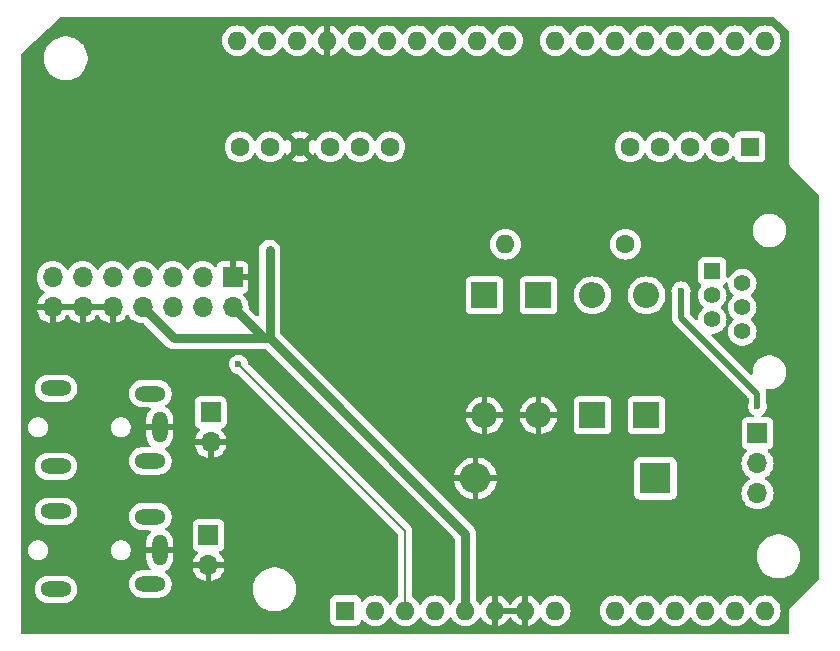
<source format=gbr>
%TF.GenerationSoftware,KiCad,Pcbnew,8.0.6-8.0.6-0~ubuntu22.04.1*%
%TF.CreationDate,2024-11-16T23:11:03-08:00*%
%TF.ProjectId,telduino,74656c64-7569-46e6-9f2e-6b696361645f,0.1*%
%TF.SameCoordinates,Original*%
%TF.FileFunction,Copper,L2,Bot*%
%TF.FilePolarity,Positive*%
%FSLAX46Y46*%
G04 Gerber Fmt 4.6, Leading zero omitted, Abs format (unit mm)*
G04 Created by KiCad (PCBNEW 8.0.6-8.0.6-0~ubuntu22.04.1) date 2024-11-16 23:11:03*
%MOMM*%
%LPD*%
G01*
G04 APERTURE LIST*
%TA.AperFunction,ComponentPad*%
%ADD10R,1.408000X1.408000*%
%TD*%
%TA.AperFunction,ComponentPad*%
%ADD11C,1.408000*%
%TD*%
%TA.AperFunction,ComponentPad*%
%ADD12R,1.600000X1.600000*%
%TD*%
%TA.AperFunction,ComponentPad*%
%ADD13O,1.600000X1.600000*%
%TD*%
%TA.AperFunction,ComponentPad*%
%ADD14C,1.600000*%
%TD*%
%TA.AperFunction,ComponentPad*%
%ADD15R,1.700000X1.700000*%
%TD*%
%TA.AperFunction,ComponentPad*%
%ADD16O,1.700000X1.700000*%
%TD*%
%TA.AperFunction,ComponentPad*%
%ADD17R,2.200000X2.200000*%
%TD*%
%TA.AperFunction,ComponentPad*%
%ADD18O,2.200000X2.200000*%
%TD*%
%TA.AperFunction,ComponentPad*%
%ADD19R,2.600000X2.600000*%
%TD*%
%TA.AperFunction,ComponentPad*%
%ADD20O,2.600000X2.600000*%
%TD*%
%TA.AperFunction,ComponentPad*%
%ADD21O,2.616000X1.308000*%
%TD*%
%TA.AperFunction,ComponentPad*%
%ADD22O,1.308000X2.616000*%
%TD*%
%TA.AperFunction,ViaPad*%
%ADD23C,0.600000*%
%TD*%
%TA.AperFunction,Conductor*%
%ADD24C,0.800000*%
%TD*%
%TA.AperFunction,Conductor*%
%ADD25C,0.500000*%
%TD*%
%TA.AperFunction,Conductor*%
%ADD26C,0.200000*%
%TD*%
G04 APERTURE END LIST*
D10*
%TO.P,J1,1*%
%TO.N,unconnected-(J1-Pad1)*%
X176508000Y-96256000D03*
D11*
%TO.P,J1,2*%
%TO.N,unconnected-(J1-Pad2)*%
X179048000Y-97276000D03*
%TO.P,J1,3*%
%TO.N,Net-(D1-K)*%
X176508000Y-98296000D03*
%TO.P,J1,4*%
%TO.N,Net-(D3-K)*%
X179048000Y-99316000D03*
%TO.P,J1,5*%
%TO.N,unconnected-(J1-Pad5)*%
X176508000Y-100336000D03*
%TO.P,J1,6*%
%TO.N,unconnected-(J1-Pad6)*%
X179048000Y-101356000D03*
%TD*%
D12*
%TO.P,A1,1,NC*%
%TO.N,unconnected-(A1-NC-Pad1)*%
X145440000Y-125000000D03*
D13*
%TO.P,A1,2,IOREF*%
%TO.N,unconnected-(A1-IOREF-Pad2)*%
X147980000Y-125000000D03*
%TO.P,A1,3,~{RESET}*%
%TO.N,Net-(A1-~{RESET})*%
X150520000Y-125000000D03*
%TO.P,A1,4,3V3*%
%TO.N,unconnected-(A1-3V3-Pad4)*%
X153060000Y-125000000D03*
%TO.P,A1,5,+5V*%
%TO.N,5V*%
X155600000Y-125000000D03*
%TO.P,A1,6,GND*%
%TO.N,GND*%
X158140000Y-125000000D03*
%TO.P,A1,7,GND*%
X160680000Y-125000000D03*
%TO.P,A1,8,VIN*%
%TO.N,unconnected-(A1-VIN-Pad8)*%
X163220000Y-125000000D03*
%TO.P,A1,9,A0*%
%TO.N,unconnected-(A1-A0-Pad9)*%
X168300000Y-125000000D03*
%TO.P,A1,10,A1*%
%TO.N,unconnected-(A1-A1-Pad10)*%
X170840000Y-125000000D03*
%TO.P,A1,11,A2*%
%TO.N,unconnected-(A1-A2-Pad11)*%
X173380000Y-125000000D03*
%TO.P,A1,12,A3*%
%TO.N,unconnected-(A1-A3-Pad12)*%
X175920000Y-125000000D03*
%TO.P,A1,13,SDA/A4*%
%TO.N,unconnected-(A1-SDA{slash}A4-Pad13)*%
X178460000Y-125000000D03*
%TO.P,A1,14,SCL/A5*%
%TO.N,unconnected-(A1-SCL{slash}A5-Pad14)*%
X181000000Y-125000000D03*
%TO.P,A1,15,D0/RX*%
%TO.N,Net-(A1-D0{slash}RX)*%
X181000000Y-76740000D03*
%TO.P,A1,16,D1/TX*%
%TO.N,Net-(A1-D1{slash}TX)*%
X178460000Y-76740000D03*
%TO.P,A1,17,D2*%
%TO.N,unconnected-(A1-D2-Pad17)*%
X175920000Y-76740000D03*
%TO.P,A1,18,D3*%
%TO.N,unconnected-(A1-D3-Pad18)*%
X173380000Y-76740000D03*
%TO.P,A1,19,D4*%
%TO.N,unconnected-(A1-D4-Pad19)*%
X170840000Y-76740000D03*
%TO.P,A1,20,D5*%
%TO.N,Net-(A1-D5)*%
X168300000Y-76740000D03*
%TO.P,A1,21,D6*%
%TO.N,Net-(A1-D6)*%
X165760000Y-76740000D03*
%TO.P,A1,22,D7*%
%TO.N,Net-(A1-D7)*%
X163220000Y-76740000D03*
%TO.P,A1,23,D8*%
%TO.N,unconnected-(A1-D8-Pad23)*%
X159160000Y-76740000D03*
%TO.P,A1,24,D9*%
%TO.N,unconnected-(A1-D9-Pad24)*%
X156620000Y-76740000D03*
%TO.P,A1,25,D10*%
%TO.N,Net-(A1-D10)*%
X154080000Y-76740000D03*
%TO.P,A1,26,D11*%
%TO.N,Net-(A1-D11)*%
X151540000Y-76740000D03*
%TO.P,A1,27,D12*%
%TO.N,Net-(A1-D12)*%
X149000000Y-76740000D03*
%TO.P,A1,28,D13*%
%TO.N,Net-(A1-D13)*%
X146460000Y-76740000D03*
%TO.P,A1,29,GND*%
%TO.N,GND*%
X143920000Y-76740000D03*
%TO.P,A1,30,AREF*%
%TO.N,unconnected-(A1-AREF-Pad30)*%
X141380000Y-76740000D03*
%TO.P,A1,31,SDA/A4*%
%TO.N,unconnected-(A1-SDA{slash}A4-Pad31)*%
X138840000Y-76740000D03*
%TO.P,A1,32,SCL/A5*%
%TO.N,unconnected-(A1-SCL{slash}A5-Pad32)*%
X136300000Y-76740000D03*
%TD*%
D12*
%TO.P,U1,1,RING*%
%TO.N,Net-(D1-K)*%
X179705000Y-85725000D03*
D14*
%TO.P,U1,2,TIP*%
%TO.N,Net-(D3-K)*%
X177165000Y-85725000D03*
%TO.P,U1,3,FR*%
%TO.N,Net-(A1-D5)*%
X174625000Y-85725000D03*
%TO.P,U1,4,RM*%
%TO.N,Net-(A1-D6)*%
X172085000Y-85725000D03*
%TO.P,U1,5,SHK*%
%TO.N,Net-(A1-D7)*%
X169545000Y-85725000D03*
%TO.P,U1,6,VR*%
%TO.N,Net-(U1-VR)*%
X149225000Y-85725000D03*
%TO.P,U1,7,VX*%
%TO.N,Net-(U1-VX)*%
X146685000Y-85725000D03*
%TO.P,U1,8,NC*%
%TO.N,unconnected-(U1-NC-Pad8)*%
X144145000Y-85725000D03*
%TO.P,U1,9,GND*%
%TO.N,GND*%
X141605000Y-85725000D03*
%TO.P,U1,10,VDC*%
%TO.N,5V*%
X139065000Y-85725000D03*
%TO.P,U1,11,PD*%
%TO.N,unconnected-(U1-PD-Pad11)*%
X136525000Y-85725000D03*
%TD*%
D15*
%TO.P,J6,1,Pin_1*%
%TO.N,Net-(J6-Pin_1)*%
X133858000Y-118613000D03*
D16*
%TO.P,J6,2,Pin_2*%
%TO.N,GND*%
X133858000Y-121153000D03*
%TD*%
D17*
%TO.P,D3,1,K*%
%TO.N,Net-(D3-K)*%
X157226000Y-98298000D03*
D18*
%TO.P,D3,2,A*%
%TO.N,GND*%
X157226000Y-108458000D03*
%TD*%
D15*
%TO.P,J5,1,Pin_1*%
%TO.N,Net-(J5-Pin_1)*%
X134034000Y-108204000D03*
D16*
%TO.P,J5,2,Pin_2*%
%TO.N,GND*%
X134034000Y-110744000D03*
%TD*%
D19*
%TO.P,D5,1,K*%
%TO.N,Net-(D2-K)*%
X171704000Y-113792000D03*
D20*
%TO.P,D5,2,A*%
%TO.N,GND*%
X156464000Y-113792000D03*
%TD*%
D15*
%TO.P,J2,1,Pin_1*%
%TO.N,Net-(D1-K)*%
X180340000Y-109982000D03*
D16*
%TO.P,J2,2,Pin_2*%
%TO.N,Net-(D3-K)*%
X180340000Y-112522000D03*
%TO.P,J2,3,Pin_3*%
%TO.N,unconnected-(J2-Pin_3-Pad3)*%
X180340000Y-115062000D03*
%TD*%
D14*
%TO.P,R1,1*%
%TO.N,Net-(D1-K)*%
X169164000Y-93980000D03*
D13*
%TO.P,R1,2*%
%TO.N,Net-(D3-K)*%
X159004000Y-93980000D03*
%TD*%
D15*
%TO.P,J7,1,Pin_1*%
%TO.N,GND*%
X135895000Y-96769000D03*
D16*
%TO.P,J7,2,Pin_2*%
%TO.N,5V*%
X135895000Y-99309000D03*
%TO.P,J7,3,Pin_3*%
%TO.N,Net-(A1-D0{slash}RX)*%
X133355000Y-96769000D03*
%TO.P,J7,4,Pin_4*%
%TO.N,Net-(A1-~{RESET})*%
X133355000Y-99309000D03*
%TO.P,J7,5,Pin_5*%
%TO.N,Net-(A1-D1{slash}TX)*%
X130815000Y-96769000D03*
%TO.P,J7,6,Pin_6*%
%TO.N,GND*%
X130815000Y-99309000D03*
%TO.P,J7,7,Pin_7*%
%TO.N,Net-(A1-D10)*%
X128275000Y-96769000D03*
%TO.P,J7,8,Pin_8*%
%TO.N,5V*%
X128275000Y-99309000D03*
%TO.P,J7,9,Pin_9*%
%TO.N,Net-(J7-Pin_9)*%
X125735000Y-96769000D03*
%TO.P,J7,10,Pin_10*%
%TO.N,GND*%
X125735000Y-99309000D03*
%TO.P,J7,11,Pin_11*%
%TO.N,Net-(J7-Pin_11)*%
X123195000Y-96769000D03*
%TO.P,J7,12,Pin_12*%
%TO.N,GND*%
X123195000Y-99309000D03*
%TO.P,J7,13,Pin_13*%
%TO.N,Net-(J7-Pin_13)*%
X120655000Y-96769000D03*
%TO.P,J7,14,Pin_14*%
%TO.N,GND*%
X120655000Y-99309000D03*
%TD*%
D17*
%TO.P,D2,1,K*%
%TO.N,Net-(D2-K)*%
X170942000Y-108458000D03*
D18*
%TO.P,D2,2,A*%
%TO.N,Net-(D1-K)*%
X170942000Y-98298000D03*
%TD*%
D17*
%TO.P,D1,1,K*%
%TO.N,Net-(D1-K)*%
X161798000Y-98298000D03*
D18*
%TO.P,D1,2,A*%
%TO.N,GND*%
X161798000Y-108458000D03*
%TD*%
D17*
%TO.P,D4,1,K*%
%TO.N,Net-(D2-K)*%
X166370000Y-108458000D03*
D18*
%TO.P,D4,2,A*%
%TO.N,Net-(D3-K)*%
X166370000Y-98298000D03*
%TD*%
D21*
%TO.P,J4,R1*%
%TO.N,unconnected-(J4-PadR1)*%
X128936000Y-122738000D03*
%TO.P,J4,R2*%
%TO.N,unconnected-(J4-PadR2)*%
X128936000Y-117038000D03*
D22*
%TO.P,J4,S*%
%TO.N,GND*%
X129736000Y-119888000D03*
D21*
%TO.P,J4,T*%
%TO.N,Net-(J6-Pin_1)*%
X120936000Y-116588000D03*
X120936000Y-123188000D03*
%TD*%
%TO.P,J3,R1*%
%TO.N,unconnected-(J3-PadR1)*%
X128936000Y-112324000D03*
%TO.P,J3,R2*%
%TO.N,unconnected-(J3-PadR2)*%
X128936000Y-106624000D03*
D22*
%TO.P,J3,S*%
%TO.N,GND*%
X129736000Y-109474000D03*
D21*
%TO.P,J3,T*%
%TO.N,Net-(J5-Pin_1)*%
X120936000Y-106174000D03*
X120936000Y-112774000D03*
%TD*%
D23*
%TO.N,5V*%
X139024500Y-95504000D03*
X139024500Y-94488000D03*
X139024500Y-96520000D03*
%TO.N,GND*%
X173482000Y-94488000D03*
X175260000Y-108204000D03*
X183388000Y-96266000D03*
X143256000Y-97282000D03*
X124460000Y-114554000D03*
X180340000Y-80010000D03*
X152908000Y-121158000D03*
X153162000Y-95504000D03*
X124460000Y-103124000D03*
X125984000Y-77978000D03*
X151130000Y-105410000D03*
X167386000Y-121158000D03*
X121666000Y-82042000D03*
X154686000Y-84328000D03*
X173736000Y-80010000D03*
X143256000Y-108966000D03*
X183388000Y-111506000D03*
X143256000Y-119380000D03*
X134620000Y-90424000D03*
X124460000Y-125222000D03*
X143510000Y-88646000D03*
X163576000Y-84582000D03*
%TO.N,Net-(D1-K)*%
X173863000Y-97917000D03*
X180340000Y-107696000D03*
%TO.N,Net-(A1-~{RESET})*%
X136398000Y-104140000D03*
%TD*%
D24*
%TO.N,5V*%
X135895000Y-99309000D02*
X138526500Y-101940500D01*
X155600000Y-118516000D02*
X155600000Y-125000000D01*
X139024500Y-94488000D02*
X139024500Y-95504000D01*
X139024500Y-96520000D02*
X139024500Y-101940500D01*
X138526500Y-101940500D02*
X139024500Y-101940500D01*
X139024500Y-95504000D02*
X139024500Y-96520000D01*
X130906500Y-101940500D02*
X139024500Y-101940500D01*
X139024500Y-101940500D02*
X155600000Y-118516000D01*
X128275000Y-99309000D02*
X130906500Y-101940500D01*
D25*
%TO.N,Net-(D1-K)*%
X173863000Y-100203000D02*
X180340000Y-106680000D01*
X173863000Y-97917000D02*
X173863000Y-100203000D01*
X180340000Y-106680000D02*
X180340000Y-107696000D01*
D26*
%TO.N,Net-(A1-~{RESET})*%
X150520000Y-118262000D02*
X150520000Y-125000000D01*
X136398000Y-104140000D02*
X150520000Y-118262000D01*
%TD*%
%TA.AperFunction,Conductor*%
%TO.N,GND*%
G36*
X160214075Y-124807007D02*
G01*
X160180000Y-124934174D01*
X160180000Y-125065826D01*
X160214075Y-125192993D01*
X160246988Y-125250000D01*
X158573012Y-125250000D01*
X158605925Y-125192993D01*
X158640000Y-125065826D01*
X158640000Y-124934174D01*
X158605925Y-124807007D01*
X158573012Y-124750000D01*
X160246988Y-124750000D01*
X160214075Y-124807007D01*
G37*
%TD.AperFunction*%
%TA.AperFunction,Conductor*%
G36*
X122729075Y-99116007D02*
G01*
X122695000Y-99243174D01*
X122695000Y-99374826D01*
X122729075Y-99501993D01*
X122761988Y-99559000D01*
X121088012Y-99559000D01*
X121120925Y-99501993D01*
X121155000Y-99374826D01*
X121155000Y-99243174D01*
X121120925Y-99116007D01*
X121088012Y-99059000D01*
X122761988Y-99059000D01*
X122729075Y-99116007D01*
G37*
%TD.AperFunction*%
%TA.AperFunction,Conductor*%
G36*
X125269075Y-99116007D02*
G01*
X125235000Y-99243174D01*
X125235000Y-99374826D01*
X125269075Y-99501993D01*
X125301988Y-99559000D01*
X123628012Y-99559000D01*
X123660925Y-99501993D01*
X123695000Y-99374826D01*
X123695000Y-99243174D01*
X123660925Y-99116007D01*
X123628012Y-99059000D01*
X125301988Y-99059000D01*
X125269075Y-99116007D01*
G37*
%TD.AperFunction*%
%TA.AperFunction,Conductor*%
G36*
X181661545Y-74720185D02*
G01*
X181673889Y-74729241D01*
X182674796Y-75563330D01*
X182683094Y-75570908D01*
X183003181Y-75890995D01*
X183036666Y-75952318D01*
X183039500Y-75978676D01*
X183039500Y-87215891D01*
X183073608Y-87343187D01*
X183106554Y-87400250D01*
X183139500Y-87457314D01*
X183139502Y-87457316D01*
X185543181Y-89860995D01*
X185576666Y-89922318D01*
X185579500Y-89948676D01*
X185579500Y-122201324D01*
X185559815Y-122268363D01*
X185543181Y-122289005D01*
X183139502Y-124692683D01*
X183139500Y-124692686D01*
X183073608Y-124806812D01*
X183039500Y-124934108D01*
X183039500Y-126876000D01*
X183019815Y-126943039D01*
X182967011Y-126988794D01*
X182915500Y-127000000D01*
X118124500Y-127000000D01*
X118057461Y-126980315D01*
X118011706Y-126927511D01*
X118000500Y-126876000D01*
X118000500Y-123097139D01*
X119127500Y-123097139D01*
X119127500Y-123278860D01*
X119155928Y-123458347D01*
X119155928Y-123458350D01*
X119212081Y-123631171D01*
X119212083Y-123631174D01*
X119294583Y-123793090D01*
X119401397Y-123940106D01*
X119529894Y-124068603D01*
X119676910Y-124175417D01*
X119838826Y-124257917D01*
X119838828Y-124257918D01*
X120000029Y-124310294D01*
X120011654Y-124314072D01*
X120191139Y-124342500D01*
X120191140Y-124342500D01*
X121680860Y-124342500D01*
X121680861Y-124342500D01*
X121860346Y-124314072D01*
X121860349Y-124314071D01*
X121860350Y-124314071D01*
X122033171Y-124257918D01*
X122033171Y-124257917D01*
X122033174Y-124257917D01*
X122195090Y-124175417D01*
X122342106Y-124068603D01*
X122470603Y-123940106D01*
X122577417Y-123793090D01*
X122659917Y-123631174D01*
X122705752Y-123490108D01*
X122716071Y-123458350D01*
X122716071Y-123458349D01*
X122716072Y-123458346D01*
X122744500Y-123278861D01*
X122744500Y-123097139D01*
X122716072Y-122917654D01*
X122716071Y-122917650D01*
X122716071Y-122917649D01*
X122659918Y-122744828D01*
X122659916Y-122744825D01*
X122583017Y-122593900D01*
X122577417Y-122582910D01*
X122470603Y-122435894D01*
X122342106Y-122307397D01*
X122195090Y-122200583D01*
X122033174Y-122118083D01*
X122033171Y-122118081D01*
X121860348Y-122061928D01*
X121740689Y-122042976D01*
X121680861Y-122033500D01*
X120191139Y-122033500D01*
X120131310Y-122042976D01*
X120011652Y-122061928D01*
X120011649Y-122061928D01*
X119838828Y-122118081D01*
X119838825Y-122118083D01*
X119676909Y-122200583D01*
X119613711Y-122246500D01*
X119529894Y-122307397D01*
X119529892Y-122307399D01*
X119529891Y-122307399D01*
X119401399Y-122435891D01*
X119401399Y-122435892D01*
X119401397Y-122435894D01*
X119366712Y-122483634D01*
X119294583Y-122582909D01*
X119212083Y-122744825D01*
X119212081Y-122744828D01*
X119155928Y-122917649D01*
X119155928Y-122917652D01*
X119127500Y-123097139D01*
X118000500Y-123097139D01*
X118000500Y-119804228D01*
X118585500Y-119804228D01*
X118585500Y-119971771D01*
X118618182Y-120136074D01*
X118618184Y-120136082D01*
X118682295Y-120290860D01*
X118775373Y-120430162D01*
X118893837Y-120548626D01*
X118986494Y-120610537D01*
X119033137Y-120641703D01*
X119187918Y-120705816D01*
X119352228Y-120738499D01*
X119352232Y-120738500D01*
X119352233Y-120738500D01*
X119519768Y-120738500D01*
X119519769Y-120738499D01*
X119684082Y-120705816D01*
X119838863Y-120641703D01*
X119978162Y-120548626D01*
X120096626Y-120430162D01*
X120189703Y-120290863D01*
X120253816Y-120136082D01*
X120286500Y-119971767D01*
X120286500Y-119804233D01*
X120286499Y-119804228D01*
X125585500Y-119804228D01*
X125585500Y-119971771D01*
X125618182Y-120136074D01*
X125618184Y-120136082D01*
X125682295Y-120290860D01*
X125775373Y-120430162D01*
X125893837Y-120548626D01*
X125986494Y-120610537D01*
X126033137Y-120641703D01*
X126187918Y-120705816D01*
X126352228Y-120738499D01*
X126352232Y-120738500D01*
X126352233Y-120738500D01*
X126519768Y-120738500D01*
X126519769Y-120738499D01*
X126684082Y-120705816D01*
X126838863Y-120641703D01*
X126978162Y-120548626D01*
X127096626Y-120430162D01*
X127189703Y-120290863D01*
X127253816Y-120136082D01*
X127286500Y-119971767D01*
X127286500Y-119804233D01*
X127253816Y-119639918D01*
X127189703Y-119485137D01*
X127109905Y-119365711D01*
X127096626Y-119345837D01*
X126978162Y-119227373D01*
X126838860Y-119134295D01*
X126684082Y-119070184D01*
X126684074Y-119070182D01*
X126519771Y-119037500D01*
X126519767Y-119037500D01*
X126352233Y-119037500D01*
X126352228Y-119037500D01*
X126187925Y-119070182D01*
X126187917Y-119070184D01*
X126033139Y-119134295D01*
X125893837Y-119227373D01*
X125775373Y-119345837D01*
X125682295Y-119485139D01*
X125618184Y-119639917D01*
X125618182Y-119639925D01*
X125585500Y-119804228D01*
X120286499Y-119804228D01*
X120253816Y-119639918D01*
X120189703Y-119485137D01*
X120109905Y-119365711D01*
X120096626Y-119345837D01*
X119978162Y-119227373D01*
X119838860Y-119134295D01*
X119684082Y-119070184D01*
X119684074Y-119070182D01*
X119519771Y-119037500D01*
X119519767Y-119037500D01*
X119352233Y-119037500D01*
X119352228Y-119037500D01*
X119187925Y-119070182D01*
X119187917Y-119070184D01*
X119033139Y-119134295D01*
X118893837Y-119227373D01*
X118775373Y-119345837D01*
X118682295Y-119485139D01*
X118618184Y-119639917D01*
X118618182Y-119639925D01*
X118585500Y-119804228D01*
X118000500Y-119804228D01*
X118000500Y-116497139D01*
X119127500Y-116497139D01*
X119127500Y-116678860D01*
X119155928Y-116858347D01*
X119155928Y-116858350D01*
X119212081Y-117031171D01*
X119212083Y-117031174D01*
X119294583Y-117193090D01*
X119401397Y-117340106D01*
X119529894Y-117468603D01*
X119676910Y-117575417D01*
X119838826Y-117657917D01*
X119838828Y-117657918D01*
X120000029Y-117710294D01*
X120011654Y-117714072D01*
X120191139Y-117742500D01*
X120191140Y-117742500D01*
X121680860Y-117742500D01*
X121680861Y-117742500D01*
X121860346Y-117714072D01*
X121860349Y-117714071D01*
X121860350Y-117714071D01*
X122033171Y-117657918D01*
X122033171Y-117657917D01*
X122033174Y-117657917D01*
X122195090Y-117575417D01*
X122342106Y-117468603D01*
X122470603Y-117340106D01*
X122577417Y-117193090D01*
X122659917Y-117031174D01*
X122687222Y-116947139D01*
X127127500Y-116947139D01*
X127127500Y-117128860D01*
X127155928Y-117308347D01*
X127155928Y-117308350D01*
X127212081Y-117481171D01*
X127212083Y-117481174D01*
X127294583Y-117643090D01*
X127401397Y-117790106D01*
X127529894Y-117918603D01*
X127676910Y-118025417D01*
X127838826Y-118107917D01*
X127838828Y-118107918D01*
X127986534Y-118155910D01*
X128011654Y-118164072D01*
X128191139Y-118192500D01*
X128191140Y-118192500D01*
X128846136Y-118192500D01*
X128913175Y-118212185D01*
X128958930Y-118264989D01*
X128968874Y-118334147D01*
X128939849Y-118397703D01*
X128933817Y-118404181D01*
X128855780Y-118482217D01*
X128855780Y-118482218D01*
X128749011Y-118629171D01*
X128666548Y-118791015D01*
X128610415Y-118963774D01*
X128582000Y-119143178D01*
X128582000Y-119638000D01*
X129336000Y-119638000D01*
X129336000Y-120138000D01*
X128582000Y-120138000D01*
X128582000Y-120632821D01*
X128610415Y-120812225D01*
X128666548Y-120984984D01*
X128749011Y-121146828D01*
X128855780Y-121293781D01*
X128855780Y-121293782D01*
X128933817Y-121371819D01*
X128967302Y-121433142D01*
X128962318Y-121502834D01*
X128920446Y-121558767D01*
X128854982Y-121583184D01*
X128846136Y-121583500D01*
X128191139Y-121583500D01*
X128131310Y-121592976D01*
X128011652Y-121611928D01*
X128011649Y-121611928D01*
X127838828Y-121668081D01*
X127838825Y-121668083D01*
X127676909Y-121750583D01*
X127614764Y-121795735D01*
X127529894Y-121857397D01*
X127529892Y-121857399D01*
X127529891Y-121857399D01*
X127401399Y-121985891D01*
X127401399Y-121985892D01*
X127401397Y-121985894D01*
X127373652Y-122024082D01*
X127294583Y-122132909D01*
X127212083Y-122294825D01*
X127212081Y-122294828D01*
X127155928Y-122467649D01*
X127155928Y-122467652D01*
X127127500Y-122647139D01*
X127127500Y-122828860D01*
X127155928Y-123008347D01*
X127155928Y-123008350D01*
X127212081Y-123181171D01*
X127212083Y-123181174D01*
X127294583Y-123343090D01*
X127401397Y-123490106D01*
X127529894Y-123618603D01*
X127676910Y-123725417D01*
X127838826Y-123807917D01*
X127838828Y-123807918D01*
X127923241Y-123835345D01*
X128011654Y-123864072D01*
X128191139Y-123892500D01*
X128191140Y-123892500D01*
X129680860Y-123892500D01*
X129680861Y-123892500D01*
X129860346Y-123864072D01*
X129860349Y-123864071D01*
X129860350Y-123864071D01*
X130033171Y-123807918D01*
X130033171Y-123807917D01*
X130033174Y-123807917D01*
X130195090Y-123725417D01*
X130342106Y-123618603D01*
X130470603Y-123490106D01*
X130577417Y-123343090D01*
X130659917Y-123181174D01*
X130696458Y-123068712D01*
X130696458Y-123068711D01*
X137595500Y-123068711D01*
X137595500Y-123311288D01*
X137627161Y-123551785D01*
X137689947Y-123786104D01*
X137778527Y-123999954D01*
X137782776Y-124010212D01*
X137904064Y-124220289D01*
X137904066Y-124220292D01*
X137904067Y-124220293D01*
X138051733Y-124412736D01*
X138051739Y-124412743D01*
X138223256Y-124584260D01*
X138223263Y-124584266D01*
X138243639Y-124599901D01*
X138415711Y-124731936D01*
X138625788Y-124853224D01*
X138849900Y-124946054D01*
X139084211Y-125008838D01*
X139264586Y-125032584D01*
X139324711Y-125040500D01*
X139324712Y-125040500D01*
X139567289Y-125040500D01*
X139615388Y-125034167D01*
X139807789Y-125008838D01*
X140042100Y-124946054D01*
X140266212Y-124853224D01*
X140476289Y-124731936D01*
X140668738Y-124584265D01*
X140840265Y-124412738D01*
X140987936Y-124220289D01*
X141109224Y-124010212D01*
X141202054Y-123786100D01*
X141264838Y-123551789D01*
X141296500Y-123311288D01*
X141296500Y-123068712D01*
X141264838Y-122828211D01*
X141202054Y-122593900D01*
X141109224Y-122369788D01*
X140987936Y-122159711D01*
X140891091Y-122033500D01*
X140840266Y-121967263D01*
X140840260Y-121967256D01*
X140668743Y-121795739D01*
X140668736Y-121795733D01*
X140476293Y-121648067D01*
X140476292Y-121648066D01*
X140476289Y-121648064D01*
X140266212Y-121526776D01*
X140208411Y-121502834D01*
X140042104Y-121433947D01*
X139807785Y-121371161D01*
X139567289Y-121339500D01*
X139567288Y-121339500D01*
X139324712Y-121339500D01*
X139324711Y-121339500D01*
X139084214Y-121371161D01*
X138849895Y-121433947D01*
X138625794Y-121526773D01*
X138625785Y-121526777D01*
X138415706Y-121648067D01*
X138223263Y-121795733D01*
X138223256Y-121795739D01*
X138051739Y-121967256D01*
X138051733Y-121967263D01*
X137904067Y-122159706D01*
X137782777Y-122369785D01*
X137782773Y-122369794D01*
X137689947Y-122593895D01*
X137627161Y-122828214D01*
X137595500Y-123068711D01*
X130696458Y-123068711D01*
X130716071Y-123008350D01*
X130716071Y-123008349D01*
X130716072Y-123008346D01*
X130744500Y-122828861D01*
X130744500Y-122647139D01*
X130716072Y-122467654D01*
X130716071Y-122467650D01*
X130716071Y-122467649D01*
X130659918Y-122294828D01*
X130659916Y-122294825D01*
X130638446Y-122252686D01*
X130577417Y-122132910D01*
X130470603Y-121985894D01*
X130342106Y-121857397D01*
X130239594Y-121782917D01*
X130196930Y-121727587D01*
X130190951Y-121657974D01*
X130223557Y-121596179D01*
X130256187Y-121572115D01*
X130340826Y-121528990D01*
X130487781Y-121422219D01*
X130487782Y-121422219D01*
X130616219Y-121293782D01*
X130616219Y-121293781D01*
X130722988Y-121146828D01*
X130805451Y-120984984D01*
X130861584Y-120812225D01*
X130890000Y-120632821D01*
X130890000Y-120138000D01*
X130136000Y-120138000D01*
X130136000Y-119638000D01*
X130890000Y-119638000D01*
X130890000Y-119143178D01*
X130861584Y-118963774D01*
X130805451Y-118791015D01*
X130722988Y-118629171D01*
X130616219Y-118482218D01*
X130616219Y-118482217D01*
X130487782Y-118353780D01*
X130340828Y-118247011D01*
X130256186Y-118203884D01*
X130205390Y-118155910D01*
X130188595Y-118088089D01*
X130211132Y-118021954D01*
X130239596Y-117993081D01*
X130342106Y-117918603D01*
X130470603Y-117790106D01*
X130525073Y-117715135D01*
X132507500Y-117715135D01*
X132507500Y-119510870D01*
X132507501Y-119510876D01*
X132513908Y-119570483D01*
X132564202Y-119705328D01*
X132564206Y-119705335D01*
X132650452Y-119820544D01*
X132650455Y-119820547D01*
X132765664Y-119906793D01*
X132765671Y-119906797D01*
X132765674Y-119906798D01*
X132897598Y-119956002D01*
X132953531Y-119997873D01*
X132977949Y-120063337D01*
X132963098Y-120131610D01*
X132941947Y-120159865D01*
X132819886Y-120281926D01*
X132684400Y-120475420D01*
X132684399Y-120475422D01*
X132584570Y-120689507D01*
X132584567Y-120689513D01*
X132527364Y-120902999D01*
X132527364Y-120903000D01*
X133424988Y-120903000D01*
X133392075Y-120960007D01*
X133358000Y-121087174D01*
X133358000Y-121218826D01*
X133392075Y-121345993D01*
X133424988Y-121403000D01*
X132527364Y-121403000D01*
X132584567Y-121616486D01*
X132584570Y-121616492D01*
X132684399Y-121830578D01*
X132819894Y-122024082D01*
X132986917Y-122191105D01*
X133180421Y-122326600D01*
X133394507Y-122426429D01*
X133394516Y-122426433D01*
X133608000Y-122483634D01*
X133608000Y-121586012D01*
X133665007Y-121618925D01*
X133792174Y-121653000D01*
X133923826Y-121653000D01*
X134050993Y-121618925D01*
X134108000Y-121586012D01*
X134108000Y-122483633D01*
X134321483Y-122426433D01*
X134321492Y-122426429D01*
X134535578Y-122326600D01*
X134729082Y-122191105D01*
X134896105Y-122024082D01*
X135031600Y-121830578D01*
X135131429Y-121616492D01*
X135131432Y-121616486D01*
X135188636Y-121403000D01*
X134291012Y-121403000D01*
X134323925Y-121345993D01*
X134358000Y-121218826D01*
X134358000Y-121087174D01*
X134323925Y-120960007D01*
X134291012Y-120903000D01*
X135188636Y-120903000D01*
X135188635Y-120902999D01*
X135131432Y-120689513D01*
X135131429Y-120689507D01*
X135031600Y-120475422D01*
X135031599Y-120475420D01*
X134896113Y-120281926D01*
X134896108Y-120281920D01*
X134774053Y-120159865D01*
X134740568Y-120098542D01*
X134745552Y-120028850D01*
X134787424Y-119972917D01*
X134818400Y-119956002D01*
X134950331Y-119906796D01*
X135065546Y-119820546D01*
X135151796Y-119705331D01*
X135202091Y-119570483D01*
X135208500Y-119510873D01*
X135208499Y-117715128D01*
X135202091Y-117655517D01*
X135172215Y-117575416D01*
X135151797Y-117520671D01*
X135151793Y-117520664D01*
X135065547Y-117405455D01*
X135065544Y-117405452D01*
X134950335Y-117319206D01*
X134950328Y-117319202D01*
X134815482Y-117268908D01*
X134815483Y-117268908D01*
X134755883Y-117262501D01*
X134755881Y-117262500D01*
X134755873Y-117262500D01*
X134755864Y-117262500D01*
X132960129Y-117262500D01*
X132960123Y-117262501D01*
X132900516Y-117268908D01*
X132765671Y-117319202D01*
X132765664Y-117319206D01*
X132650455Y-117405452D01*
X132650452Y-117405455D01*
X132564206Y-117520664D01*
X132564202Y-117520671D01*
X132513908Y-117655517D01*
X132507613Y-117714072D01*
X132507501Y-117715123D01*
X132507500Y-117715135D01*
X130525073Y-117715135D01*
X130577417Y-117643090D01*
X130659917Y-117481174D01*
X130664003Y-117468600D01*
X130716071Y-117308350D01*
X130716071Y-117308349D01*
X130716072Y-117308346D01*
X130744500Y-117128861D01*
X130744500Y-116947139D01*
X130716072Y-116767654D01*
X130716071Y-116767650D01*
X130716071Y-116767649D01*
X130659918Y-116594828D01*
X130659916Y-116594825D01*
X130577416Y-116432909D01*
X130551372Y-116397063D01*
X130470603Y-116285894D01*
X130342106Y-116157397D01*
X130195090Y-116050583D01*
X130033174Y-115968083D01*
X130033171Y-115968081D01*
X129860348Y-115911928D01*
X129740689Y-115892976D01*
X129680861Y-115883500D01*
X128191139Y-115883500D01*
X128131310Y-115892976D01*
X128011652Y-115911928D01*
X128011649Y-115911928D01*
X127838828Y-115968081D01*
X127838825Y-115968083D01*
X127676909Y-116050583D01*
X127608215Y-116100493D01*
X127529894Y-116157397D01*
X127529892Y-116157399D01*
X127529891Y-116157399D01*
X127401399Y-116285891D01*
X127401399Y-116285892D01*
X127401397Y-116285894D01*
X127378322Y-116317654D01*
X127294583Y-116432909D01*
X127212083Y-116594825D01*
X127212081Y-116594828D01*
X127155928Y-116767649D01*
X127155928Y-116767652D01*
X127127500Y-116947139D01*
X122687222Y-116947139D01*
X122716072Y-116858346D01*
X122744500Y-116678861D01*
X122744500Y-116497139D01*
X122716072Y-116317654D01*
X122716071Y-116317650D01*
X122716071Y-116317649D01*
X122659918Y-116144828D01*
X122659916Y-116144825D01*
X122637331Y-116100498D01*
X122577417Y-115982910D01*
X122470603Y-115835894D01*
X122342106Y-115707397D01*
X122195090Y-115600583D01*
X122033174Y-115518083D01*
X122033171Y-115518081D01*
X121860348Y-115461928D01*
X121740689Y-115442976D01*
X121680861Y-115433500D01*
X120191139Y-115433500D01*
X120131310Y-115442976D01*
X120011652Y-115461928D01*
X120011649Y-115461928D01*
X119838828Y-115518081D01*
X119838825Y-115518083D01*
X119676909Y-115600583D01*
X119593030Y-115661525D01*
X119529894Y-115707397D01*
X119529892Y-115707399D01*
X119529891Y-115707399D01*
X119401399Y-115835891D01*
X119401399Y-115835892D01*
X119401397Y-115835894D01*
X119366809Y-115883500D01*
X119294583Y-115982909D01*
X119212083Y-116144825D01*
X119212081Y-116144828D01*
X119155928Y-116317649D01*
X119155928Y-116317652D01*
X119127500Y-116497139D01*
X118000500Y-116497139D01*
X118000500Y-112683139D01*
X119127500Y-112683139D01*
X119127500Y-112864860D01*
X119155928Y-113044347D01*
X119155928Y-113044350D01*
X119212081Y-113217171D01*
X119212083Y-113217174D01*
X119294583Y-113379090D01*
X119401397Y-113526106D01*
X119529894Y-113654603D01*
X119676910Y-113761417D01*
X119838826Y-113843917D01*
X119838828Y-113843918D01*
X119940199Y-113876855D01*
X120011654Y-113900072D01*
X120191139Y-113928500D01*
X120191140Y-113928500D01*
X121680860Y-113928500D01*
X121680861Y-113928500D01*
X121860346Y-113900072D01*
X121860349Y-113900071D01*
X121860350Y-113900071D01*
X122033171Y-113843918D01*
X122033171Y-113843917D01*
X122033174Y-113843917D01*
X122195090Y-113761417D01*
X122342106Y-113654603D01*
X122470603Y-113526106D01*
X122577417Y-113379090D01*
X122659917Y-113217174D01*
X122676226Y-113166979D01*
X122716071Y-113044350D01*
X122716071Y-113044349D01*
X122716072Y-113044346D01*
X122744500Y-112864861D01*
X122744500Y-112683139D01*
X122716072Y-112503654D01*
X122716071Y-112503650D01*
X122716071Y-112503649D01*
X122659918Y-112330828D01*
X122659916Y-112330825D01*
X122637381Y-112286596D01*
X122577417Y-112168910D01*
X122470603Y-112021894D01*
X122342106Y-111893397D01*
X122195090Y-111786583D01*
X122033174Y-111704083D01*
X122033171Y-111704081D01*
X121860348Y-111647928D01*
X121740689Y-111628976D01*
X121680861Y-111619500D01*
X120191139Y-111619500D01*
X120131310Y-111628976D01*
X120011652Y-111647928D01*
X120011649Y-111647928D01*
X119838828Y-111704081D01*
X119838825Y-111704083D01*
X119676909Y-111786583D01*
X119597650Y-111844169D01*
X119529894Y-111893397D01*
X119529892Y-111893399D01*
X119529891Y-111893399D01*
X119401399Y-112021891D01*
X119401399Y-112021892D01*
X119401397Y-112021894D01*
X119363080Y-112074633D01*
X119294583Y-112168909D01*
X119212083Y-112330825D01*
X119212081Y-112330828D01*
X119155928Y-112503649D01*
X119155928Y-112503652D01*
X119127500Y-112683139D01*
X118000500Y-112683139D01*
X118000500Y-109390228D01*
X118585500Y-109390228D01*
X118585500Y-109557771D01*
X118618182Y-109722074D01*
X118618184Y-109722082D01*
X118682295Y-109876860D01*
X118775373Y-110016162D01*
X118893837Y-110134626D01*
X118986494Y-110196537D01*
X119033137Y-110227703D01*
X119187918Y-110291816D01*
X119352228Y-110324499D01*
X119352232Y-110324500D01*
X119352233Y-110324500D01*
X119519768Y-110324500D01*
X119519769Y-110324499D01*
X119684082Y-110291816D01*
X119838863Y-110227703D01*
X119978162Y-110134626D01*
X120096626Y-110016162D01*
X120189703Y-109876863D01*
X120253816Y-109722082D01*
X120286500Y-109557767D01*
X120286500Y-109390233D01*
X120286499Y-109390228D01*
X125585500Y-109390228D01*
X125585500Y-109557771D01*
X125618182Y-109722074D01*
X125618184Y-109722082D01*
X125682295Y-109876860D01*
X125775373Y-110016162D01*
X125893837Y-110134626D01*
X125986494Y-110196537D01*
X126033137Y-110227703D01*
X126187918Y-110291816D01*
X126352228Y-110324499D01*
X126352232Y-110324500D01*
X126352233Y-110324500D01*
X126519768Y-110324500D01*
X126519769Y-110324499D01*
X126684082Y-110291816D01*
X126838863Y-110227703D01*
X126978162Y-110134626D01*
X127096626Y-110016162D01*
X127189703Y-109876863D01*
X127253816Y-109722082D01*
X127286500Y-109557767D01*
X127286500Y-109390233D01*
X127253816Y-109225918D01*
X127189703Y-109071137D01*
X127147516Y-109008000D01*
X127096626Y-108931837D01*
X126978162Y-108813373D01*
X126838860Y-108720295D01*
X126684082Y-108656184D01*
X126684074Y-108656182D01*
X126519771Y-108623500D01*
X126519767Y-108623500D01*
X126352233Y-108623500D01*
X126352228Y-108623500D01*
X126187925Y-108656182D01*
X126187917Y-108656184D01*
X126033139Y-108720295D01*
X125893837Y-108813373D01*
X125775373Y-108931837D01*
X125682295Y-109071139D01*
X125618184Y-109225917D01*
X125618182Y-109225925D01*
X125585500Y-109390228D01*
X120286499Y-109390228D01*
X120253816Y-109225918D01*
X120189703Y-109071137D01*
X120147516Y-109008000D01*
X120096626Y-108931837D01*
X119978162Y-108813373D01*
X119838860Y-108720295D01*
X119684082Y-108656184D01*
X119684074Y-108656182D01*
X119519771Y-108623500D01*
X119519767Y-108623500D01*
X119352233Y-108623500D01*
X119352228Y-108623500D01*
X119187925Y-108656182D01*
X119187917Y-108656184D01*
X119033139Y-108720295D01*
X118893837Y-108813373D01*
X118775373Y-108931837D01*
X118682295Y-109071139D01*
X118618184Y-109225917D01*
X118618182Y-109225925D01*
X118585500Y-109390228D01*
X118000500Y-109390228D01*
X118000500Y-106083139D01*
X119127500Y-106083139D01*
X119127500Y-106264860D01*
X119155928Y-106444347D01*
X119155928Y-106444350D01*
X119212081Y-106617171D01*
X119212083Y-106617174D01*
X119294583Y-106779090D01*
X119401397Y-106926106D01*
X119529894Y-107054603D01*
X119676910Y-107161417D01*
X119838826Y-107243917D01*
X119838828Y-107243918D01*
X120000029Y-107296294D01*
X120011654Y-107300072D01*
X120191139Y-107328500D01*
X120191140Y-107328500D01*
X121680860Y-107328500D01*
X121680861Y-107328500D01*
X121860346Y-107300072D01*
X121860349Y-107300071D01*
X121860350Y-107300071D01*
X122033171Y-107243918D01*
X122033171Y-107243917D01*
X122033174Y-107243917D01*
X122195090Y-107161417D01*
X122342106Y-107054603D01*
X122470603Y-106926106D01*
X122577417Y-106779090D01*
X122659917Y-106617174D01*
X122687222Y-106533139D01*
X127127500Y-106533139D01*
X127127500Y-106714860D01*
X127155928Y-106894347D01*
X127155928Y-106894350D01*
X127212081Y-107067171D01*
X127212083Y-107067174D01*
X127294583Y-107229090D01*
X127401397Y-107376106D01*
X127529894Y-107504603D01*
X127676910Y-107611417D01*
X127838826Y-107693917D01*
X127838828Y-107693918D01*
X127947933Y-107729368D01*
X128011654Y-107750072D01*
X128191139Y-107778500D01*
X128191140Y-107778500D01*
X128846136Y-107778500D01*
X128913175Y-107798185D01*
X128958930Y-107850989D01*
X128968874Y-107920147D01*
X128939849Y-107983703D01*
X128933817Y-107990181D01*
X128855780Y-108068217D01*
X128855780Y-108068218D01*
X128749011Y-108215171D01*
X128666548Y-108377015D01*
X128610415Y-108549774D01*
X128582000Y-108729178D01*
X128582000Y-109224000D01*
X129336000Y-109224000D01*
X129336000Y-109724000D01*
X128582000Y-109724000D01*
X128582000Y-110218821D01*
X128610415Y-110398225D01*
X128666548Y-110570984D01*
X128749011Y-110732828D01*
X128855780Y-110879781D01*
X128855780Y-110879782D01*
X128933817Y-110957819D01*
X128967302Y-111019142D01*
X128962318Y-111088834D01*
X128920446Y-111144767D01*
X128854982Y-111169184D01*
X128846136Y-111169500D01*
X128191139Y-111169500D01*
X128131310Y-111178976D01*
X128011652Y-111197928D01*
X128011649Y-111197928D01*
X127838828Y-111254081D01*
X127838825Y-111254083D01*
X127676909Y-111336583D01*
X127593030Y-111397525D01*
X127529894Y-111443397D01*
X127529892Y-111443399D01*
X127529891Y-111443399D01*
X127401399Y-111571891D01*
X127401399Y-111571892D01*
X127401397Y-111571894D01*
X127370019Y-111615082D01*
X127294583Y-111718909D01*
X127212083Y-111880825D01*
X127212081Y-111880828D01*
X127155928Y-112053649D01*
X127155928Y-112053652D01*
X127143131Y-112134452D01*
X127127500Y-112233139D01*
X127127500Y-112414861D01*
X127132136Y-112444129D01*
X127155928Y-112594347D01*
X127155928Y-112594350D01*
X127212081Y-112767171D01*
X127212083Y-112767174D01*
X127294583Y-112929090D01*
X127401397Y-113076106D01*
X127529894Y-113204603D01*
X127676910Y-113311417D01*
X127838826Y-113393917D01*
X127838828Y-113393918D01*
X128000029Y-113446294D01*
X128011654Y-113450072D01*
X128191139Y-113478500D01*
X128191140Y-113478500D01*
X129680860Y-113478500D01*
X129680861Y-113478500D01*
X129860346Y-113450072D01*
X129860349Y-113450071D01*
X129860350Y-113450071D01*
X130033171Y-113393918D01*
X130033171Y-113393917D01*
X130033174Y-113393917D01*
X130195090Y-113311417D01*
X130342106Y-113204603D01*
X130470603Y-113076106D01*
X130577417Y-112929090D01*
X130659917Y-112767174D01*
X130716072Y-112594346D01*
X130744500Y-112414861D01*
X130744500Y-112233139D01*
X130716072Y-112053654D01*
X130716071Y-112053650D01*
X130716071Y-112053649D01*
X130659918Y-111880828D01*
X130659916Y-111880825D01*
X130611898Y-111786583D01*
X130577417Y-111718910D01*
X130470603Y-111571894D01*
X130342106Y-111443397D01*
X130239594Y-111368917D01*
X130196930Y-111313587D01*
X130190951Y-111243974D01*
X130223557Y-111182179D01*
X130256187Y-111158115D01*
X130340826Y-111114990D01*
X130487781Y-111008219D01*
X130487782Y-111008219D01*
X130616219Y-110879782D01*
X130616219Y-110879781D01*
X130722988Y-110732828D01*
X130805451Y-110570984D01*
X130861584Y-110398225D01*
X130890000Y-110218821D01*
X130890000Y-109724000D01*
X130136000Y-109724000D01*
X130136000Y-109224000D01*
X130890000Y-109224000D01*
X130890000Y-108729178D01*
X130861584Y-108549774D01*
X130805451Y-108377015D01*
X130722988Y-108215171D01*
X130616219Y-108068218D01*
X130616219Y-108068217D01*
X130487782Y-107939780D01*
X130340828Y-107833011D01*
X130256186Y-107789884D01*
X130205390Y-107741910D01*
X130188595Y-107674089D01*
X130211132Y-107607954D01*
X130239596Y-107579081D01*
X130342106Y-107504603D01*
X130470603Y-107376106D01*
X130521440Y-107306135D01*
X132683500Y-107306135D01*
X132683500Y-109101870D01*
X132683501Y-109101876D01*
X132689908Y-109161483D01*
X132740202Y-109296328D01*
X132740206Y-109296335D01*
X132826452Y-109411544D01*
X132826455Y-109411547D01*
X132941664Y-109497793D01*
X132941671Y-109497797D01*
X132941674Y-109497798D01*
X133073598Y-109547002D01*
X133129531Y-109588873D01*
X133153949Y-109654337D01*
X133139098Y-109722610D01*
X133117947Y-109750865D01*
X132995886Y-109872926D01*
X132860400Y-110066420D01*
X132860399Y-110066422D01*
X132760570Y-110280507D01*
X132760567Y-110280513D01*
X132703364Y-110493999D01*
X132703364Y-110494000D01*
X133600988Y-110494000D01*
X133568075Y-110551007D01*
X133534000Y-110678174D01*
X133534000Y-110809826D01*
X133568075Y-110936993D01*
X133600988Y-110994000D01*
X132703364Y-110994000D01*
X132760567Y-111207486D01*
X132760570Y-111207492D01*
X132860399Y-111421578D01*
X132995894Y-111615082D01*
X133162917Y-111782105D01*
X133356421Y-111917600D01*
X133570507Y-112017429D01*
X133570516Y-112017433D01*
X133784000Y-112074634D01*
X133784000Y-111177012D01*
X133841007Y-111209925D01*
X133968174Y-111244000D01*
X134099826Y-111244000D01*
X134226993Y-111209925D01*
X134284000Y-111177012D01*
X134284000Y-112074633D01*
X134497483Y-112017433D01*
X134497492Y-112017429D01*
X134711578Y-111917600D01*
X134905082Y-111782105D01*
X135072105Y-111615082D01*
X135207600Y-111421578D01*
X135307429Y-111207492D01*
X135307432Y-111207486D01*
X135364636Y-110994000D01*
X134467012Y-110994000D01*
X134499925Y-110936993D01*
X134534000Y-110809826D01*
X134534000Y-110678174D01*
X134499925Y-110551007D01*
X134467012Y-110494000D01*
X135364636Y-110494000D01*
X135364635Y-110493999D01*
X135307432Y-110280513D01*
X135307429Y-110280507D01*
X135207600Y-110066422D01*
X135207599Y-110066420D01*
X135072113Y-109872926D01*
X135072108Y-109872920D01*
X134950053Y-109750865D01*
X134916568Y-109689542D01*
X134921552Y-109619850D01*
X134963424Y-109563917D01*
X134994400Y-109547002D01*
X135126331Y-109497796D01*
X135241546Y-109411546D01*
X135327796Y-109296331D01*
X135378091Y-109161483D01*
X135384500Y-109101873D01*
X135384499Y-107306128D01*
X135378091Y-107246517D01*
X135377121Y-107243917D01*
X135327797Y-107111671D01*
X135327793Y-107111664D01*
X135241547Y-106996455D01*
X135241544Y-106996452D01*
X135126335Y-106910206D01*
X135126328Y-106910202D01*
X134991482Y-106859908D01*
X134991483Y-106859908D01*
X134931883Y-106853501D01*
X134931881Y-106853500D01*
X134931873Y-106853500D01*
X134931864Y-106853500D01*
X133136129Y-106853500D01*
X133136123Y-106853501D01*
X133076516Y-106859908D01*
X132941671Y-106910202D01*
X132941664Y-106910206D01*
X132826455Y-106996452D01*
X132826452Y-106996455D01*
X132740206Y-107111664D01*
X132740202Y-107111671D01*
X132689908Y-107246517D01*
X132684151Y-107300071D01*
X132683501Y-107306123D01*
X132683500Y-107306135D01*
X130521440Y-107306135D01*
X130577417Y-107229090D01*
X130659917Y-107067174D01*
X130705752Y-106926108D01*
X130716071Y-106894350D01*
X130716071Y-106894349D01*
X130716072Y-106894346D01*
X130744500Y-106714861D01*
X130744500Y-106533139D01*
X130716072Y-106353654D01*
X130716071Y-106353650D01*
X130716071Y-106353649D01*
X130659918Y-106180828D01*
X130659916Y-106180825D01*
X130648172Y-106157775D01*
X130577417Y-106018910D01*
X130470603Y-105871894D01*
X130342106Y-105743397D01*
X130195090Y-105636583D01*
X130033174Y-105554083D01*
X130033171Y-105554081D01*
X129860348Y-105497928D01*
X129740689Y-105478976D01*
X129680861Y-105469500D01*
X128191139Y-105469500D01*
X128131310Y-105478976D01*
X128011652Y-105497928D01*
X128011649Y-105497928D01*
X127838828Y-105554081D01*
X127838825Y-105554083D01*
X127676909Y-105636583D01*
X127593030Y-105697525D01*
X127529894Y-105743397D01*
X127529892Y-105743399D01*
X127529891Y-105743399D01*
X127401399Y-105871891D01*
X127401399Y-105871892D01*
X127401397Y-105871894D01*
X127378322Y-105903654D01*
X127294583Y-106018909D01*
X127212083Y-106180825D01*
X127212081Y-106180828D01*
X127155928Y-106353649D01*
X127155928Y-106353652D01*
X127127500Y-106533139D01*
X122687222Y-106533139D01*
X122716072Y-106444346D01*
X122744500Y-106264861D01*
X122744500Y-106083139D01*
X122716072Y-105903654D01*
X122716071Y-105903650D01*
X122716071Y-105903649D01*
X122659918Y-105730828D01*
X122659916Y-105730825D01*
X122611898Y-105636583D01*
X122577417Y-105568910D01*
X122470603Y-105421894D01*
X122342106Y-105293397D01*
X122195090Y-105186583D01*
X122033174Y-105104083D01*
X122033171Y-105104081D01*
X121860348Y-105047928D01*
X121740689Y-105028976D01*
X121680861Y-105019500D01*
X120191139Y-105019500D01*
X120131310Y-105028976D01*
X120011652Y-105047928D01*
X120011649Y-105047928D01*
X119838828Y-105104081D01*
X119838825Y-105104083D01*
X119676909Y-105186583D01*
X119593030Y-105247525D01*
X119529894Y-105293397D01*
X119529892Y-105293399D01*
X119529891Y-105293399D01*
X119401399Y-105421891D01*
X119401399Y-105421892D01*
X119401397Y-105421894D01*
X119366809Y-105469500D01*
X119294583Y-105568909D01*
X119212083Y-105730825D01*
X119212081Y-105730828D01*
X119155928Y-105903649D01*
X119155928Y-105903652D01*
X119127500Y-106083139D01*
X118000500Y-106083139D01*
X118000500Y-96768999D01*
X119299341Y-96768999D01*
X119299341Y-96769000D01*
X119319936Y-97004403D01*
X119319938Y-97004413D01*
X119381094Y-97232655D01*
X119381096Y-97232659D01*
X119381097Y-97232663D01*
X119460898Y-97403796D01*
X119480965Y-97446830D01*
X119480967Y-97446834D01*
X119523623Y-97507752D01*
X119616505Y-97640401D01*
X119783599Y-97807495D01*
X119939992Y-97917003D01*
X119969594Y-97937730D01*
X120013219Y-97992307D01*
X120020413Y-98061805D01*
X119988890Y-98124160D01*
X119969595Y-98140880D01*
X119783922Y-98270890D01*
X119783920Y-98270891D01*
X119616891Y-98437920D01*
X119616886Y-98437926D01*
X119481400Y-98631420D01*
X119481399Y-98631422D01*
X119381570Y-98845507D01*
X119381567Y-98845513D01*
X119324364Y-99058999D01*
X119324364Y-99059000D01*
X120221988Y-99059000D01*
X120189075Y-99116007D01*
X120155000Y-99243174D01*
X120155000Y-99374826D01*
X120189075Y-99501993D01*
X120221988Y-99559000D01*
X119324364Y-99559000D01*
X119381567Y-99772486D01*
X119381570Y-99772492D01*
X119481399Y-99986578D01*
X119616894Y-100180082D01*
X119783917Y-100347105D01*
X119977421Y-100482600D01*
X120191507Y-100582429D01*
X120191516Y-100582433D01*
X120405000Y-100639634D01*
X120405000Y-99742012D01*
X120462007Y-99774925D01*
X120589174Y-99809000D01*
X120720826Y-99809000D01*
X120847993Y-99774925D01*
X120905000Y-99742012D01*
X120905000Y-100639633D01*
X121118483Y-100582433D01*
X121118492Y-100582429D01*
X121332578Y-100482600D01*
X121526082Y-100347105D01*
X121693105Y-100180082D01*
X121823425Y-99993968D01*
X121878002Y-99950344D01*
X121947501Y-99943151D01*
X122009855Y-99974673D01*
X122026575Y-99993968D01*
X122156894Y-100180082D01*
X122323917Y-100347105D01*
X122517421Y-100482600D01*
X122731507Y-100582429D01*
X122731516Y-100582433D01*
X122945000Y-100639634D01*
X122945000Y-99742012D01*
X123002007Y-99774925D01*
X123129174Y-99809000D01*
X123260826Y-99809000D01*
X123387993Y-99774925D01*
X123445000Y-99742012D01*
X123445000Y-100639633D01*
X123658483Y-100582433D01*
X123658492Y-100582429D01*
X123872578Y-100482600D01*
X124066082Y-100347105D01*
X124233105Y-100180082D01*
X124363425Y-99993968D01*
X124418002Y-99950344D01*
X124487501Y-99943151D01*
X124549855Y-99974673D01*
X124566575Y-99993968D01*
X124696894Y-100180082D01*
X124863917Y-100347105D01*
X125057421Y-100482600D01*
X125271507Y-100582429D01*
X125271516Y-100582433D01*
X125485000Y-100639634D01*
X125485000Y-99742012D01*
X125542007Y-99774925D01*
X125669174Y-99809000D01*
X125800826Y-99809000D01*
X125927993Y-99774925D01*
X125985000Y-99742012D01*
X125985000Y-100639633D01*
X126198483Y-100582433D01*
X126198492Y-100582429D01*
X126412578Y-100482600D01*
X126606082Y-100347105D01*
X126773105Y-100180082D01*
X126903119Y-99994405D01*
X126957696Y-99950781D01*
X127027195Y-99943588D01*
X127089549Y-99975110D01*
X127106269Y-99994405D01*
X127236505Y-100180401D01*
X127403599Y-100347495D01*
X127432779Y-100367927D01*
X127597165Y-100483032D01*
X127597167Y-100483033D01*
X127597170Y-100483035D01*
X127811337Y-100582903D01*
X128039592Y-100644063D01*
X128275000Y-100664659D01*
X128292945Y-100663088D01*
X128361442Y-100676852D01*
X128391435Y-100698935D01*
X130332466Y-102639966D01*
X130391536Y-102679433D01*
X130391539Y-102679436D01*
X130479950Y-102738511D01*
X130479953Y-102738513D01*
X130561893Y-102772453D01*
X130643834Y-102806395D01*
X130817803Y-102840999D01*
X130817807Y-102841000D01*
X130817808Y-102841000D01*
X130817809Y-102841000D01*
X138437808Y-102841000D01*
X138437809Y-102841000D01*
X138600138Y-102841000D01*
X138667177Y-102860685D01*
X138687819Y-102877319D01*
X154663181Y-118852681D01*
X154696666Y-118914004D01*
X154699500Y-118940362D01*
X154699500Y-124009951D01*
X154679815Y-124076990D01*
X154663181Y-124097632D01*
X154599954Y-124160858D01*
X154469432Y-124347265D01*
X154469431Y-124347267D01*
X154442382Y-124405275D01*
X154396209Y-124457714D01*
X154329016Y-124476866D01*
X154262135Y-124456650D01*
X154217618Y-124405275D01*
X154190686Y-124347520D01*
X154190568Y-124347266D01*
X154060047Y-124160861D01*
X154060045Y-124160858D01*
X153899141Y-123999954D01*
X153712734Y-123869432D01*
X153712732Y-123869431D01*
X153506497Y-123773261D01*
X153506488Y-123773258D01*
X153286697Y-123714366D01*
X153286693Y-123714365D01*
X153286692Y-123714365D01*
X153286691Y-123714364D01*
X153286686Y-123714364D01*
X153060002Y-123694532D01*
X153059998Y-123694532D01*
X152833313Y-123714364D01*
X152833302Y-123714366D01*
X152613511Y-123773258D01*
X152613502Y-123773261D01*
X152407267Y-123869431D01*
X152407265Y-123869432D01*
X152220858Y-123999954D01*
X152059954Y-124160858D01*
X151929432Y-124347265D01*
X151929431Y-124347267D01*
X151902382Y-124405275D01*
X151856209Y-124457714D01*
X151789016Y-124476866D01*
X151722135Y-124456650D01*
X151677618Y-124405275D01*
X151650686Y-124347520D01*
X151650568Y-124347266D01*
X151520047Y-124160861D01*
X151520045Y-124160858D01*
X151359140Y-123999953D01*
X151173377Y-123869881D01*
X151129752Y-123815304D01*
X151120500Y-123768306D01*
X151120500Y-118351059D01*
X151120501Y-118351046D01*
X151120501Y-118182945D01*
X151120501Y-118182943D01*
X151079577Y-118030215D01*
X151047824Y-117975218D01*
X151047824Y-117975217D01*
X151000522Y-117893287D01*
X151000521Y-117893286D01*
X151000520Y-117893284D01*
X150888716Y-117781480D01*
X150888715Y-117781479D01*
X150884385Y-117777149D01*
X150884374Y-117777139D01*
X137228700Y-104121465D01*
X137195215Y-104060142D01*
X137193163Y-104047686D01*
X137183368Y-103960745D01*
X137123789Y-103790478D01*
X137027816Y-103637738D01*
X136900262Y-103510184D01*
X136852710Y-103480305D01*
X136747523Y-103414211D01*
X136577254Y-103354631D01*
X136577249Y-103354630D01*
X136398004Y-103334435D01*
X136397996Y-103334435D01*
X136218750Y-103354630D01*
X136218745Y-103354631D01*
X136048476Y-103414211D01*
X135895737Y-103510184D01*
X135768184Y-103637737D01*
X135672211Y-103790476D01*
X135612631Y-103960745D01*
X135612630Y-103960750D01*
X135592435Y-104139996D01*
X135592435Y-104140003D01*
X135612630Y-104319249D01*
X135612631Y-104319254D01*
X135672211Y-104489523D01*
X135768184Y-104642262D01*
X135895738Y-104769816D01*
X136048478Y-104865789D01*
X136218745Y-104925368D01*
X136305669Y-104935161D01*
X136370080Y-104962226D01*
X136379465Y-104970700D01*
X149883181Y-118474416D01*
X149916666Y-118535739D01*
X149919500Y-118562097D01*
X149919500Y-123768306D01*
X149899815Y-123835345D01*
X149866623Y-123869881D01*
X149680859Y-123999953D01*
X149519954Y-124160858D01*
X149389432Y-124347265D01*
X149389431Y-124347267D01*
X149362382Y-124405275D01*
X149316209Y-124457714D01*
X149249016Y-124476866D01*
X149182135Y-124456650D01*
X149137618Y-124405275D01*
X149110686Y-124347520D01*
X149110568Y-124347266D01*
X148980047Y-124160861D01*
X148980045Y-124160858D01*
X148819141Y-123999954D01*
X148632734Y-123869432D01*
X148632732Y-123869431D01*
X148426497Y-123773261D01*
X148426488Y-123773258D01*
X148206697Y-123714366D01*
X148206693Y-123714365D01*
X148206692Y-123714365D01*
X148206691Y-123714364D01*
X148206686Y-123714364D01*
X147980002Y-123694532D01*
X147979998Y-123694532D01*
X147753313Y-123714364D01*
X147753302Y-123714366D01*
X147533511Y-123773258D01*
X147533502Y-123773261D01*
X147327267Y-123869431D01*
X147327265Y-123869432D01*
X147140858Y-123999954D01*
X146979954Y-124160858D01*
X146962725Y-124185464D01*
X146908147Y-124229088D01*
X146838648Y-124236280D01*
X146776294Y-124204757D01*
X146740882Y-124144526D01*
X146737861Y-124127591D01*
X146734091Y-124092516D01*
X146683797Y-123957671D01*
X146683793Y-123957664D01*
X146597547Y-123842455D01*
X146597544Y-123842452D01*
X146482335Y-123756206D01*
X146482328Y-123756202D01*
X146347482Y-123705908D01*
X146347483Y-123705908D01*
X146287883Y-123699501D01*
X146287881Y-123699500D01*
X146287873Y-123699500D01*
X146287864Y-123699500D01*
X144592129Y-123699500D01*
X144592123Y-123699501D01*
X144532516Y-123705908D01*
X144397671Y-123756202D01*
X144397664Y-123756206D01*
X144282455Y-123842452D01*
X144282452Y-123842455D01*
X144196206Y-123957664D01*
X144196202Y-123957671D01*
X144145908Y-124092517D01*
X144139501Y-124152116D01*
X144139500Y-124152135D01*
X144139500Y-125847870D01*
X144139501Y-125847876D01*
X144145908Y-125907483D01*
X144196202Y-126042328D01*
X144196206Y-126042335D01*
X144282452Y-126157544D01*
X144282455Y-126157547D01*
X144397664Y-126243793D01*
X144397671Y-126243797D01*
X144532517Y-126294091D01*
X144532516Y-126294091D01*
X144539444Y-126294835D01*
X144592127Y-126300500D01*
X146287872Y-126300499D01*
X146347483Y-126294091D01*
X146482331Y-126243796D01*
X146597546Y-126157546D01*
X146683796Y-126042331D01*
X146734091Y-125907483D01*
X146737862Y-125872401D01*
X146764599Y-125807855D01*
X146821990Y-125768006D01*
X146891816Y-125765511D01*
X146951905Y-125801163D01*
X146962726Y-125814536D01*
X146979956Y-125839143D01*
X147140858Y-126000045D01*
X147140861Y-126000047D01*
X147327266Y-126130568D01*
X147533504Y-126226739D01*
X147753308Y-126285635D01*
X147915230Y-126299801D01*
X147979998Y-126305468D01*
X147980000Y-126305468D01*
X147980002Y-126305468D01*
X148036807Y-126300498D01*
X148206692Y-126285635D01*
X148426496Y-126226739D01*
X148632734Y-126130568D01*
X148819139Y-126000047D01*
X148980047Y-125839139D01*
X149110568Y-125652734D01*
X149137618Y-125594724D01*
X149183790Y-125542285D01*
X149250983Y-125523133D01*
X149317865Y-125543348D01*
X149362382Y-125594725D01*
X149389429Y-125652728D01*
X149389432Y-125652734D01*
X149519954Y-125839141D01*
X149680858Y-126000045D01*
X149680861Y-126000047D01*
X149867266Y-126130568D01*
X150073504Y-126226739D01*
X150293308Y-126285635D01*
X150455230Y-126299801D01*
X150519998Y-126305468D01*
X150520000Y-126305468D01*
X150520002Y-126305468D01*
X150576807Y-126300498D01*
X150746692Y-126285635D01*
X150966496Y-126226739D01*
X151172734Y-126130568D01*
X151359139Y-126000047D01*
X151520047Y-125839139D01*
X151650568Y-125652734D01*
X151677618Y-125594724D01*
X151723790Y-125542285D01*
X151790983Y-125523133D01*
X151857865Y-125543348D01*
X151902382Y-125594725D01*
X151929429Y-125652728D01*
X151929432Y-125652734D01*
X152059954Y-125839141D01*
X152220858Y-126000045D01*
X152220861Y-126000047D01*
X152407266Y-126130568D01*
X152613504Y-126226739D01*
X152833308Y-126285635D01*
X152995230Y-126299801D01*
X153059998Y-126305468D01*
X153060000Y-126305468D01*
X153060002Y-126305468D01*
X153116807Y-126300498D01*
X153286692Y-126285635D01*
X153506496Y-126226739D01*
X153712734Y-126130568D01*
X153899139Y-126000047D01*
X154060047Y-125839139D01*
X154190568Y-125652734D01*
X154217618Y-125594724D01*
X154263790Y-125542285D01*
X154330983Y-125523133D01*
X154397865Y-125543348D01*
X154442382Y-125594725D01*
X154469429Y-125652728D01*
X154469432Y-125652734D01*
X154599954Y-125839141D01*
X154760858Y-126000045D01*
X154760861Y-126000047D01*
X154947266Y-126130568D01*
X155153504Y-126226739D01*
X155373308Y-126285635D01*
X155535230Y-126299801D01*
X155599998Y-126305468D01*
X155600000Y-126305468D01*
X155600002Y-126305468D01*
X155656807Y-126300498D01*
X155826692Y-126285635D01*
X156046496Y-126226739D01*
X156252734Y-126130568D01*
X156439139Y-126000047D01*
X156600047Y-125839139D01*
X156730568Y-125652734D01*
X156757895Y-125594129D01*
X156804064Y-125541695D01*
X156871257Y-125522542D01*
X156938139Y-125542757D01*
X156982657Y-125594133D01*
X157009865Y-125652482D01*
X157140342Y-125838820D01*
X157301179Y-125999657D01*
X157487517Y-126130134D01*
X157693673Y-126226265D01*
X157693682Y-126226269D01*
X157889999Y-126278872D01*
X157890000Y-126278871D01*
X157890000Y-125433012D01*
X157947007Y-125465925D01*
X158074174Y-125500000D01*
X158205826Y-125500000D01*
X158332993Y-125465925D01*
X158390000Y-125433012D01*
X158390000Y-126278872D01*
X158586317Y-126226269D01*
X158586326Y-126226265D01*
X158792482Y-126130134D01*
X158978820Y-125999657D01*
X159139657Y-125838820D01*
X159270134Y-125652481D01*
X159270135Y-125652479D01*
X159297618Y-125593543D01*
X159343790Y-125541103D01*
X159410983Y-125521951D01*
X159477864Y-125542166D01*
X159522382Y-125593543D01*
X159549864Y-125652479D01*
X159549865Y-125652481D01*
X159680342Y-125838820D01*
X159841179Y-125999657D01*
X160027517Y-126130134D01*
X160233673Y-126226265D01*
X160233682Y-126226269D01*
X160429999Y-126278872D01*
X160430000Y-126278871D01*
X160430000Y-125433012D01*
X160487007Y-125465925D01*
X160614174Y-125500000D01*
X160745826Y-125500000D01*
X160872993Y-125465925D01*
X160930000Y-125433012D01*
X160930000Y-126278872D01*
X161126317Y-126226269D01*
X161126326Y-126226265D01*
X161332482Y-126130134D01*
X161518820Y-125999657D01*
X161679657Y-125838820D01*
X161810132Y-125652484D01*
X161837341Y-125594134D01*
X161883513Y-125541695D01*
X161950707Y-125522542D01*
X162017588Y-125542757D01*
X162062106Y-125594133D01*
X162089431Y-125652732D01*
X162089432Y-125652734D01*
X162219954Y-125839141D01*
X162380858Y-126000045D01*
X162380861Y-126000047D01*
X162567266Y-126130568D01*
X162773504Y-126226739D01*
X162993308Y-126285635D01*
X163155230Y-126299801D01*
X163219998Y-126305468D01*
X163220000Y-126305468D01*
X163220002Y-126305468D01*
X163276807Y-126300498D01*
X163446692Y-126285635D01*
X163666496Y-126226739D01*
X163872734Y-126130568D01*
X164059139Y-126000047D01*
X164220047Y-125839139D01*
X164350568Y-125652734D01*
X164446739Y-125446496D01*
X164505635Y-125226692D01*
X164525468Y-125000000D01*
X164525468Y-124999998D01*
X166994532Y-124999998D01*
X166994532Y-125000001D01*
X167014364Y-125226686D01*
X167014366Y-125226697D01*
X167073258Y-125446488D01*
X167073261Y-125446497D01*
X167169431Y-125652732D01*
X167169432Y-125652734D01*
X167299954Y-125839141D01*
X167460858Y-126000045D01*
X167460861Y-126000047D01*
X167647266Y-126130568D01*
X167853504Y-126226739D01*
X168073308Y-126285635D01*
X168235230Y-126299801D01*
X168299998Y-126305468D01*
X168300000Y-126305468D01*
X168300002Y-126305468D01*
X168356807Y-126300498D01*
X168526692Y-126285635D01*
X168746496Y-126226739D01*
X168952734Y-126130568D01*
X169139139Y-126000047D01*
X169300047Y-125839139D01*
X169430568Y-125652734D01*
X169457618Y-125594724D01*
X169503790Y-125542285D01*
X169570983Y-125523133D01*
X169637865Y-125543348D01*
X169682382Y-125594725D01*
X169709429Y-125652728D01*
X169709432Y-125652734D01*
X169839954Y-125839141D01*
X170000858Y-126000045D01*
X170000861Y-126000047D01*
X170187266Y-126130568D01*
X170393504Y-126226739D01*
X170613308Y-126285635D01*
X170775230Y-126299801D01*
X170839998Y-126305468D01*
X170840000Y-126305468D01*
X170840002Y-126305468D01*
X170896807Y-126300498D01*
X171066692Y-126285635D01*
X171286496Y-126226739D01*
X171492734Y-126130568D01*
X171679139Y-126000047D01*
X171840047Y-125839139D01*
X171970568Y-125652734D01*
X171997618Y-125594724D01*
X172043790Y-125542285D01*
X172110983Y-125523133D01*
X172177865Y-125543348D01*
X172222382Y-125594725D01*
X172249429Y-125652728D01*
X172249432Y-125652734D01*
X172379954Y-125839141D01*
X172540858Y-126000045D01*
X172540861Y-126000047D01*
X172727266Y-126130568D01*
X172933504Y-126226739D01*
X173153308Y-126285635D01*
X173315230Y-126299801D01*
X173379998Y-126305468D01*
X173380000Y-126305468D01*
X173380002Y-126305468D01*
X173436807Y-126300498D01*
X173606692Y-126285635D01*
X173826496Y-126226739D01*
X174032734Y-126130568D01*
X174219139Y-126000047D01*
X174380047Y-125839139D01*
X174510568Y-125652734D01*
X174537618Y-125594724D01*
X174583790Y-125542285D01*
X174650983Y-125523133D01*
X174717865Y-125543348D01*
X174762382Y-125594725D01*
X174789429Y-125652728D01*
X174789432Y-125652734D01*
X174919954Y-125839141D01*
X175080858Y-126000045D01*
X175080861Y-126000047D01*
X175267266Y-126130568D01*
X175473504Y-126226739D01*
X175693308Y-126285635D01*
X175855230Y-126299801D01*
X175919998Y-126305468D01*
X175920000Y-126305468D01*
X175920002Y-126305468D01*
X175976807Y-126300498D01*
X176146692Y-126285635D01*
X176366496Y-126226739D01*
X176572734Y-126130568D01*
X176759139Y-126000047D01*
X176920047Y-125839139D01*
X177050568Y-125652734D01*
X177077618Y-125594724D01*
X177123790Y-125542285D01*
X177190983Y-125523133D01*
X177257865Y-125543348D01*
X177302382Y-125594725D01*
X177329429Y-125652728D01*
X177329432Y-125652734D01*
X177459954Y-125839141D01*
X177620858Y-126000045D01*
X177620861Y-126000047D01*
X177807266Y-126130568D01*
X178013504Y-126226739D01*
X178233308Y-126285635D01*
X178395230Y-126299801D01*
X178459998Y-126305468D01*
X178460000Y-126305468D01*
X178460002Y-126305468D01*
X178516807Y-126300498D01*
X178686692Y-126285635D01*
X178906496Y-126226739D01*
X179112734Y-126130568D01*
X179299139Y-126000047D01*
X179460047Y-125839139D01*
X179590568Y-125652734D01*
X179617618Y-125594724D01*
X179663790Y-125542285D01*
X179730983Y-125523133D01*
X179797865Y-125543348D01*
X179842382Y-125594725D01*
X179869429Y-125652728D01*
X179869432Y-125652734D01*
X179999954Y-125839141D01*
X180160858Y-126000045D01*
X180160861Y-126000047D01*
X180347266Y-126130568D01*
X180553504Y-126226739D01*
X180773308Y-126285635D01*
X180935230Y-126299801D01*
X180999998Y-126305468D01*
X181000000Y-126305468D01*
X181000002Y-126305468D01*
X181056807Y-126300498D01*
X181226692Y-126285635D01*
X181446496Y-126226739D01*
X181652734Y-126130568D01*
X181839139Y-126000047D01*
X182000047Y-125839139D01*
X182130568Y-125652734D01*
X182226739Y-125446496D01*
X182285635Y-125226692D01*
X182305468Y-125000000D01*
X182285635Y-124773308D01*
X182226739Y-124553504D01*
X182130568Y-124347266D01*
X182000047Y-124160861D01*
X182000045Y-124160858D01*
X181839141Y-123999954D01*
X181652734Y-123869432D01*
X181652732Y-123869431D01*
X181446497Y-123773261D01*
X181446488Y-123773258D01*
X181226697Y-123714366D01*
X181226693Y-123714365D01*
X181226692Y-123714365D01*
X181226691Y-123714364D01*
X181226686Y-123714364D01*
X181000002Y-123694532D01*
X180999998Y-123694532D01*
X180773313Y-123714364D01*
X180773302Y-123714366D01*
X180553511Y-123773258D01*
X180553502Y-123773261D01*
X180347267Y-123869431D01*
X180347265Y-123869432D01*
X180160858Y-123999954D01*
X179999954Y-124160858D01*
X179869432Y-124347265D01*
X179869431Y-124347267D01*
X179842382Y-124405275D01*
X179796209Y-124457714D01*
X179729016Y-124476866D01*
X179662135Y-124456650D01*
X179617618Y-124405275D01*
X179590686Y-124347520D01*
X179590568Y-124347266D01*
X179460047Y-124160861D01*
X179460045Y-124160858D01*
X179299141Y-123999954D01*
X179112734Y-123869432D01*
X179112732Y-123869431D01*
X178906497Y-123773261D01*
X178906488Y-123773258D01*
X178686697Y-123714366D01*
X178686693Y-123714365D01*
X178686692Y-123714365D01*
X178686691Y-123714364D01*
X178686686Y-123714364D01*
X178460002Y-123694532D01*
X178459998Y-123694532D01*
X178233313Y-123714364D01*
X178233302Y-123714366D01*
X178013511Y-123773258D01*
X178013502Y-123773261D01*
X177807267Y-123869431D01*
X177807265Y-123869432D01*
X177620858Y-123999954D01*
X177459954Y-124160858D01*
X177329432Y-124347265D01*
X177329431Y-124347267D01*
X177302382Y-124405275D01*
X177256209Y-124457714D01*
X177189016Y-124476866D01*
X177122135Y-124456650D01*
X177077618Y-124405275D01*
X177050686Y-124347520D01*
X177050568Y-124347266D01*
X176920047Y-124160861D01*
X176920045Y-124160858D01*
X176759141Y-123999954D01*
X176572734Y-123869432D01*
X176572732Y-123869431D01*
X176366497Y-123773261D01*
X176366488Y-123773258D01*
X176146697Y-123714366D01*
X176146693Y-123714365D01*
X176146692Y-123714365D01*
X176146691Y-123714364D01*
X176146686Y-123714364D01*
X175920002Y-123694532D01*
X175919998Y-123694532D01*
X175693313Y-123714364D01*
X175693302Y-123714366D01*
X175473511Y-123773258D01*
X175473502Y-123773261D01*
X175267267Y-123869431D01*
X175267265Y-123869432D01*
X175080858Y-123999954D01*
X174919954Y-124160858D01*
X174789432Y-124347265D01*
X174789431Y-124347267D01*
X174762382Y-124405275D01*
X174716209Y-124457714D01*
X174649016Y-124476866D01*
X174582135Y-124456650D01*
X174537618Y-124405275D01*
X174510686Y-124347520D01*
X174510568Y-124347266D01*
X174380047Y-124160861D01*
X174380045Y-124160858D01*
X174219141Y-123999954D01*
X174032734Y-123869432D01*
X174032732Y-123869431D01*
X173826497Y-123773261D01*
X173826488Y-123773258D01*
X173606697Y-123714366D01*
X173606693Y-123714365D01*
X173606692Y-123714365D01*
X173606691Y-123714364D01*
X173606686Y-123714364D01*
X173380002Y-123694532D01*
X173379998Y-123694532D01*
X173153313Y-123714364D01*
X173153302Y-123714366D01*
X172933511Y-123773258D01*
X172933502Y-123773261D01*
X172727267Y-123869431D01*
X172727265Y-123869432D01*
X172540858Y-123999954D01*
X172379954Y-124160858D01*
X172249432Y-124347265D01*
X172249431Y-124347267D01*
X172222382Y-124405275D01*
X172176209Y-124457714D01*
X172109016Y-124476866D01*
X172042135Y-124456650D01*
X171997618Y-124405275D01*
X171970686Y-124347520D01*
X171970568Y-124347266D01*
X171840047Y-124160861D01*
X171840045Y-124160858D01*
X171679141Y-123999954D01*
X171492734Y-123869432D01*
X171492732Y-123869431D01*
X171286497Y-123773261D01*
X171286488Y-123773258D01*
X171066697Y-123714366D01*
X171066693Y-123714365D01*
X171066692Y-123714365D01*
X171066691Y-123714364D01*
X171066686Y-123714364D01*
X170840002Y-123694532D01*
X170839998Y-123694532D01*
X170613313Y-123714364D01*
X170613302Y-123714366D01*
X170393511Y-123773258D01*
X170393502Y-123773261D01*
X170187267Y-123869431D01*
X170187265Y-123869432D01*
X170000858Y-123999954D01*
X169839954Y-124160858D01*
X169709432Y-124347265D01*
X169709431Y-124347267D01*
X169682382Y-124405275D01*
X169636209Y-124457714D01*
X169569016Y-124476866D01*
X169502135Y-124456650D01*
X169457618Y-124405275D01*
X169430686Y-124347520D01*
X169430568Y-124347266D01*
X169300047Y-124160861D01*
X169300045Y-124160858D01*
X169139141Y-123999954D01*
X168952734Y-123869432D01*
X168952732Y-123869431D01*
X168746497Y-123773261D01*
X168746488Y-123773258D01*
X168526697Y-123714366D01*
X168526693Y-123714365D01*
X168526692Y-123714365D01*
X168526691Y-123714364D01*
X168526686Y-123714364D01*
X168300002Y-123694532D01*
X168299998Y-123694532D01*
X168073313Y-123714364D01*
X168073302Y-123714366D01*
X167853511Y-123773258D01*
X167853502Y-123773261D01*
X167647267Y-123869431D01*
X167647265Y-123869432D01*
X167460858Y-123999954D01*
X167299954Y-124160858D01*
X167169432Y-124347265D01*
X167169431Y-124347267D01*
X167073261Y-124553502D01*
X167073258Y-124553511D01*
X167014366Y-124773302D01*
X167014364Y-124773313D01*
X166994532Y-124999998D01*
X164525468Y-124999998D01*
X164505635Y-124773308D01*
X164446739Y-124553504D01*
X164350568Y-124347266D01*
X164220047Y-124160861D01*
X164220045Y-124160858D01*
X164059141Y-123999954D01*
X163872734Y-123869432D01*
X163872732Y-123869431D01*
X163666497Y-123773261D01*
X163666488Y-123773258D01*
X163446697Y-123714366D01*
X163446693Y-123714365D01*
X163446692Y-123714365D01*
X163446691Y-123714364D01*
X163446686Y-123714364D01*
X163220002Y-123694532D01*
X163219998Y-123694532D01*
X162993313Y-123714364D01*
X162993302Y-123714366D01*
X162773511Y-123773258D01*
X162773502Y-123773261D01*
X162567267Y-123869431D01*
X162567265Y-123869432D01*
X162380858Y-123999954D01*
X162219954Y-124160858D01*
X162112675Y-124314071D01*
X162089432Y-124347266D01*
X162089315Y-124347518D01*
X162062106Y-124405867D01*
X162015933Y-124458306D01*
X161948739Y-124477457D01*
X161881858Y-124457241D01*
X161837342Y-124405865D01*
X161810135Y-124347520D01*
X161810134Y-124347518D01*
X161679657Y-124161179D01*
X161518820Y-124000342D01*
X161332482Y-123869865D01*
X161126328Y-123773734D01*
X160930000Y-123721127D01*
X160930000Y-124566988D01*
X160872993Y-124534075D01*
X160745826Y-124500000D01*
X160614174Y-124500000D01*
X160487007Y-124534075D01*
X160430000Y-124566988D01*
X160430000Y-123721127D01*
X160233671Y-123773734D01*
X160027517Y-123869865D01*
X159841179Y-124000342D01*
X159680342Y-124161179D01*
X159549865Y-124347517D01*
X159522382Y-124406457D01*
X159476210Y-124458896D01*
X159409016Y-124478048D01*
X159342135Y-124457832D01*
X159297618Y-124406457D01*
X159270134Y-124347517D01*
X159139657Y-124161179D01*
X158978820Y-124000342D01*
X158792482Y-123869865D01*
X158586328Y-123773734D01*
X158390000Y-123721127D01*
X158390000Y-124566988D01*
X158332993Y-124534075D01*
X158205826Y-124500000D01*
X158074174Y-124500000D01*
X157947007Y-124534075D01*
X157890000Y-124566988D01*
X157890000Y-123721127D01*
X157693671Y-123773734D01*
X157487517Y-123869865D01*
X157301179Y-124000342D01*
X157140342Y-124161179D01*
X157009867Y-124347515D01*
X156982657Y-124405867D01*
X156936484Y-124458306D01*
X156869290Y-124477457D01*
X156802409Y-124457241D01*
X156757893Y-124405865D01*
X156730685Y-124347518D01*
X156730568Y-124347266D01*
X156600047Y-124160861D01*
X156600045Y-124160858D01*
X156536819Y-124097632D01*
X156503334Y-124036309D01*
X156500500Y-124009951D01*
X156500500Y-120274711D01*
X180267500Y-120274711D01*
X180267500Y-120517288D01*
X180299161Y-120757785D01*
X180361947Y-120992104D01*
X180426036Y-121146828D01*
X180454776Y-121216212D01*
X180576064Y-121426289D01*
X180576066Y-121426292D01*
X180576067Y-121426293D01*
X180723733Y-121618736D01*
X180723739Y-121618743D01*
X180895256Y-121790260D01*
X180895263Y-121790266D01*
X180902396Y-121795739D01*
X181087711Y-121937936D01*
X181297788Y-122059224D01*
X181521900Y-122152054D01*
X181756211Y-122214838D01*
X181936586Y-122238584D01*
X181996711Y-122246500D01*
X181996712Y-122246500D01*
X182239289Y-122246500D01*
X182287388Y-122240167D01*
X182479789Y-122214838D01*
X182714100Y-122152054D01*
X182938212Y-122059224D01*
X183148289Y-121937936D01*
X183340738Y-121790265D01*
X183512265Y-121618738D01*
X183659936Y-121426289D01*
X183781224Y-121216212D01*
X183874054Y-120992100D01*
X183936838Y-120757789D01*
X183968500Y-120517288D01*
X183968500Y-120274712D01*
X183936838Y-120034211D01*
X183874054Y-119799900D01*
X183781224Y-119575788D01*
X183659936Y-119365711D01*
X183512265Y-119173262D01*
X183512260Y-119173256D01*
X183340743Y-119001739D01*
X183340736Y-119001733D01*
X183148293Y-118854067D01*
X183148292Y-118854066D01*
X183148289Y-118854064D01*
X182938212Y-118732776D01*
X182938205Y-118732773D01*
X182714104Y-118639947D01*
X182479785Y-118577161D01*
X182239289Y-118545500D01*
X182239288Y-118545500D01*
X181996712Y-118545500D01*
X181996711Y-118545500D01*
X181756214Y-118577161D01*
X181521895Y-118639947D01*
X181297794Y-118732773D01*
X181297785Y-118732777D01*
X181196915Y-118791015D01*
X181090107Y-118852681D01*
X181087706Y-118854067D01*
X180895263Y-119001733D01*
X180895256Y-119001739D01*
X180723739Y-119173256D01*
X180723733Y-119173263D01*
X180576067Y-119365706D01*
X180454777Y-119575785D01*
X180454773Y-119575794D01*
X180361947Y-119799895D01*
X180299161Y-120034214D01*
X180267500Y-120274711D01*
X156500500Y-120274711D01*
X156500500Y-118427307D01*
X156500499Y-118427303D01*
X156494611Y-118397703D01*
X156465895Y-118253334D01*
X156428921Y-118164072D01*
X156418571Y-118139085D01*
X156398011Y-118089449D01*
X156321683Y-117975218D01*
X156321681Y-117975215D01*
X156299466Y-117941966D01*
X151899499Y-113541999D01*
X154677687Y-113541999D01*
X154677688Y-113542000D01*
X155863999Y-113542000D01*
X155838979Y-113602402D01*
X155814000Y-113727981D01*
X155814000Y-113856019D01*
X155838979Y-113981598D01*
X155863999Y-114042000D01*
X154677687Y-114042000D01*
X154679112Y-114061022D01*
X154679114Y-114061031D01*
X154739142Y-114324033D01*
X154739148Y-114324052D01*
X154837709Y-114575181D01*
X154837708Y-114575181D01*
X154972600Y-114808818D01*
X155140810Y-115019748D01*
X155338571Y-115203242D01*
X155561483Y-115355220D01*
X155561485Y-115355221D01*
X155804539Y-115472269D01*
X155804537Y-115472269D01*
X156062337Y-115551790D01*
X156062343Y-115551792D01*
X156213999Y-115574650D01*
X156214000Y-115574649D01*
X156214000Y-114392001D01*
X156274402Y-114417021D01*
X156399981Y-114442000D01*
X156528019Y-114442000D01*
X156653598Y-114417021D01*
X156714000Y-114392001D01*
X156714000Y-115574650D01*
X156865656Y-115551792D01*
X156865662Y-115551790D01*
X157123461Y-115472269D01*
X157366516Y-115355221D01*
X157366517Y-115355220D01*
X157589428Y-115203242D01*
X157787189Y-115019748D01*
X157955399Y-114808818D01*
X158090290Y-114575181D01*
X158188851Y-114324052D01*
X158188857Y-114324033D01*
X158248885Y-114061031D01*
X158248887Y-114061022D01*
X158250312Y-114042000D01*
X157064001Y-114042000D01*
X157089021Y-113981598D01*
X157114000Y-113856019D01*
X157114000Y-113727981D01*
X157089021Y-113602402D01*
X157064001Y-113542000D01*
X158250312Y-113542000D01*
X158250312Y-113541999D01*
X158248887Y-113522977D01*
X158248885Y-113522968D01*
X158188857Y-113259966D01*
X158188851Y-113259947D01*
X158090290Y-113008818D01*
X158090291Y-113008818D01*
X157955399Y-112775181D01*
X157787189Y-112564251D01*
X157657734Y-112444135D01*
X169903500Y-112444135D01*
X169903500Y-115139870D01*
X169903501Y-115139876D01*
X169909908Y-115199483D01*
X169960202Y-115334328D01*
X169960206Y-115334335D01*
X170046452Y-115449544D01*
X170046455Y-115449547D01*
X170161664Y-115535793D01*
X170161671Y-115535797D01*
X170296517Y-115586091D01*
X170296516Y-115586091D01*
X170303444Y-115586835D01*
X170356127Y-115592500D01*
X173051872Y-115592499D01*
X173111483Y-115586091D01*
X173246331Y-115535796D01*
X173361546Y-115449546D01*
X173447796Y-115334331D01*
X173498091Y-115199483D01*
X173504500Y-115139873D01*
X173504499Y-112444128D01*
X173498091Y-112384517D01*
X173478066Y-112330828D01*
X173447797Y-112249671D01*
X173447793Y-112249664D01*
X173361547Y-112134455D01*
X173361544Y-112134452D01*
X173246335Y-112048206D01*
X173246328Y-112048202D01*
X173111482Y-111997908D01*
X173111483Y-111997908D01*
X173051883Y-111991501D01*
X173051881Y-111991500D01*
X173051873Y-111991500D01*
X173051864Y-111991500D01*
X170356129Y-111991500D01*
X170356123Y-111991501D01*
X170296516Y-111997908D01*
X170161671Y-112048202D01*
X170161664Y-112048206D01*
X170046455Y-112134452D01*
X170046452Y-112134455D01*
X169960206Y-112249664D01*
X169960202Y-112249671D01*
X169909908Y-112384517D01*
X169903501Y-112444116D01*
X169903501Y-112444123D01*
X169903500Y-112444135D01*
X157657734Y-112444135D01*
X157589428Y-112380757D01*
X157366517Y-112228779D01*
X157366516Y-112228778D01*
X157123460Y-112111730D01*
X157123462Y-112111730D01*
X156865665Y-112032210D01*
X156714000Y-112009349D01*
X156714000Y-113191998D01*
X156653598Y-113166979D01*
X156528019Y-113142000D01*
X156399981Y-113142000D01*
X156274402Y-113166979D01*
X156214000Y-113191998D01*
X156214000Y-112009349D01*
X156062334Y-112032210D01*
X155804538Y-112111730D01*
X155561485Y-112228778D01*
X155561483Y-112228779D01*
X155338571Y-112380757D01*
X155140810Y-112564251D01*
X154972600Y-112775181D01*
X154837709Y-113008818D01*
X154739148Y-113259947D01*
X154739142Y-113259966D01*
X154679114Y-113522968D01*
X154679112Y-113522977D01*
X154677687Y-113541999D01*
X151899499Y-113541999D01*
X146565499Y-108207999D01*
X155640728Y-108207999D01*
X155640729Y-108208000D01*
X156735252Y-108208000D01*
X156713482Y-108245708D01*
X156676000Y-108385591D01*
X156676000Y-108530409D01*
X156713482Y-108670292D01*
X156735252Y-108708000D01*
X155640728Y-108708000D01*
X155640811Y-108709067D01*
X155699603Y-108953956D01*
X155795980Y-109186631D01*
X155927568Y-109401362D01*
X155927571Y-109401367D01*
X156091130Y-109592869D01*
X156282632Y-109756428D01*
X156282637Y-109756431D01*
X156497368Y-109888019D01*
X156730043Y-109984396D01*
X156974932Y-110043188D01*
X156975999Y-110043271D01*
X156976000Y-110043271D01*
X156976000Y-108948747D01*
X157013708Y-108970518D01*
X157153591Y-109008000D01*
X157298409Y-109008000D01*
X157438292Y-108970518D01*
X157476000Y-108948747D01*
X157476000Y-110043271D01*
X157477067Y-110043188D01*
X157721956Y-109984396D01*
X157954631Y-109888019D01*
X158169362Y-109756431D01*
X158169367Y-109756428D01*
X158360869Y-109592869D01*
X158524428Y-109401367D01*
X158524431Y-109401362D01*
X158656019Y-109186631D01*
X158752396Y-108953956D01*
X158811188Y-108709067D01*
X158811272Y-108708000D01*
X157716748Y-108708000D01*
X157738518Y-108670292D01*
X157776000Y-108530409D01*
X157776000Y-108385591D01*
X157738518Y-108245708D01*
X157716748Y-108208000D01*
X158811271Y-108208000D01*
X158811271Y-108207999D01*
X160212728Y-108207999D01*
X160212729Y-108208000D01*
X161307252Y-108208000D01*
X161285482Y-108245708D01*
X161248000Y-108385591D01*
X161248000Y-108530409D01*
X161285482Y-108670292D01*
X161307252Y-108708000D01*
X160212728Y-108708000D01*
X160212811Y-108709067D01*
X160271603Y-108953956D01*
X160367980Y-109186631D01*
X160499568Y-109401362D01*
X160499571Y-109401367D01*
X160663130Y-109592869D01*
X160854632Y-109756428D01*
X160854637Y-109756431D01*
X161069368Y-109888019D01*
X161302043Y-109984396D01*
X161546932Y-110043188D01*
X161548000Y-110043271D01*
X161548000Y-108948747D01*
X161585708Y-108970518D01*
X161725591Y-109008000D01*
X161870409Y-109008000D01*
X162010292Y-108970518D01*
X162048000Y-108948747D01*
X162048000Y-110043271D01*
X162049067Y-110043188D01*
X162293956Y-109984396D01*
X162526631Y-109888019D01*
X162741362Y-109756431D01*
X162741367Y-109756428D01*
X162932869Y-109592869D01*
X163096428Y-109401367D01*
X163096431Y-109401362D01*
X163228019Y-109186631D01*
X163324396Y-108953956D01*
X163383188Y-108709067D01*
X163383272Y-108708000D01*
X162288748Y-108708000D01*
X162310518Y-108670292D01*
X162348000Y-108530409D01*
X162348000Y-108385591D01*
X162310518Y-108245708D01*
X162288748Y-108208000D01*
X163383271Y-108208000D01*
X163383271Y-108207999D01*
X163383188Y-108206932D01*
X163324396Y-107962043D01*
X163228019Y-107729368D01*
X163096431Y-107514637D01*
X163096428Y-107514632D01*
X162932869Y-107323130D01*
X162917654Y-107310135D01*
X164769500Y-107310135D01*
X164769500Y-109605870D01*
X164769501Y-109605876D01*
X164775908Y-109665483D01*
X164826202Y-109800328D01*
X164826206Y-109800335D01*
X164912452Y-109915544D01*
X164912455Y-109915547D01*
X165027664Y-110001793D01*
X165027671Y-110001797D01*
X165162517Y-110052091D01*
X165162516Y-110052091D01*
X165169444Y-110052835D01*
X165222127Y-110058500D01*
X167517872Y-110058499D01*
X167577483Y-110052091D01*
X167712331Y-110001796D01*
X167827546Y-109915546D01*
X167913796Y-109800331D01*
X167964091Y-109665483D01*
X167970500Y-109605873D01*
X167970499Y-107310135D01*
X169341500Y-107310135D01*
X169341500Y-109605870D01*
X169341501Y-109605876D01*
X169347908Y-109665483D01*
X169398202Y-109800328D01*
X169398206Y-109800335D01*
X169484452Y-109915544D01*
X169484455Y-109915547D01*
X169599664Y-110001793D01*
X169599671Y-110001797D01*
X169734517Y-110052091D01*
X169734516Y-110052091D01*
X169741444Y-110052835D01*
X169794127Y-110058500D01*
X172089872Y-110058499D01*
X172149483Y-110052091D01*
X172284331Y-110001796D01*
X172399546Y-109915546D01*
X172485796Y-109800331D01*
X172536091Y-109665483D01*
X172542500Y-109605873D01*
X172542499Y-107310128D01*
X172536091Y-107250517D01*
X172533629Y-107243917D01*
X172485797Y-107115671D01*
X172485793Y-107115664D01*
X172399547Y-107000455D01*
X172399544Y-107000452D01*
X172284335Y-106914206D01*
X172284328Y-106914202D01*
X172149482Y-106863908D01*
X172149483Y-106863908D01*
X172089883Y-106857501D01*
X172089881Y-106857500D01*
X172089873Y-106857500D01*
X172089864Y-106857500D01*
X169794129Y-106857500D01*
X169794123Y-106857501D01*
X169734516Y-106863908D01*
X169599671Y-106914202D01*
X169599664Y-106914206D01*
X169484455Y-107000452D01*
X169484452Y-107000455D01*
X169398206Y-107115664D01*
X169398202Y-107115671D01*
X169347908Y-107250517D01*
X169342581Y-107300071D01*
X169341501Y-107310123D01*
X169341500Y-107310135D01*
X167970499Y-107310135D01*
X167970499Y-107310128D01*
X167964091Y-107250517D01*
X167961629Y-107243917D01*
X167913797Y-107115671D01*
X167913793Y-107115664D01*
X167827547Y-107000455D01*
X167827544Y-107000452D01*
X167712335Y-106914206D01*
X167712328Y-106914202D01*
X167577482Y-106863908D01*
X167577483Y-106863908D01*
X167517883Y-106857501D01*
X167517881Y-106857500D01*
X167517873Y-106857500D01*
X167517864Y-106857500D01*
X165222129Y-106857500D01*
X165222123Y-106857501D01*
X165162516Y-106863908D01*
X165027671Y-106914202D01*
X165027664Y-106914206D01*
X164912455Y-107000452D01*
X164912452Y-107000455D01*
X164826206Y-107115664D01*
X164826202Y-107115671D01*
X164775908Y-107250517D01*
X164770581Y-107300071D01*
X164769501Y-107310123D01*
X164769500Y-107310135D01*
X162917654Y-107310135D01*
X162741367Y-107159571D01*
X162741362Y-107159568D01*
X162526631Y-107027980D01*
X162293956Y-106931603D01*
X162049064Y-106872811D01*
X162048000Y-106872726D01*
X162048000Y-107967252D01*
X162010292Y-107945482D01*
X161870409Y-107908000D01*
X161725591Y-107908000D01*
X161585708Y-107945482D01*
X161548000Y-107967252D01*
X161548000Y-106872726D01*
X161546935Y-106872811D01*
X161302043Y-106931603D01*
X161069368Y-107027980D01*
X160854637Y-107159568D01*
X160854632Y-107159571D01*
X160663130Y-107323130D01*
X160499571Y-107514632D01*
X160499568Y-107514637D01*
X160367980Y-107729368D01*
X160271603Y-107962043D01*
X160212811Y-108206932D01*
X160212728Y-108207999D01*
X158811271Y-108207999D01*
X158811188Y-108206932D01*
X158752396Y-107962043D01*
X158656019Y-107729368D01*
X158524431Y-107514637D01*
X158524428Y-107514632D01*
X158360869Y-107323130D01*
X158169367Y-107159571D01*
X158169362Y-107159568D01*
X157954631Y-107027980D01*
X157721956Y-106931603D01*
X157477064Y-106872811D01*
X157476000Y-106872726D01*
X157476000Y-107967252D01*
X157438292Y-107945482D01*
X157298409Y-107908000D01*
X157153591Y-107908000D01*
X157013708Y-107945482D01*
X156976000Y-107967252D01*
X156976000Y-106872726D01*
X156974935Y-106872811D01*
X156730043Y-106931603D01*
X156497368Y-107027980D01*
X156282637Y-107159568D01*
X156282632Y-107159571D01*
X156091130Y-107323130D01*
X155927571Y-107514632D01*
X155927568Y-107514637D01*
X155795980Y-107729368D01*
X155699603Y-107962043D01*
X155640811Y-108206932D01*
X155640728Y-108207999D01*
X146565499Y-108207999D01*
X139961319Y-101603819D01*
X139927834Y-101542496D01*
X139925000Y-101516138D01*
X139925000Y-97150135D01*
X155625500Y-97150135D01*
X155625500Y-99445870D01*
X155625501Y-99445876D01*
X155631908Y-99505483D01*
X155682202Y-99640328D01*
X155682206Y-99640335D01*
X155768452Y-99755544D01*
X155768455Y-99755547D01*
X155883664Y-99841793D01*
X155883671Y-99841797D01*
X156018517Y-99892091D01*
X156018516Y-99892091D01*
X156025444Y-99892835D01*
X156078127Y-99898500D01*
X158373872Y-99898499D01*
X158433483Y-99892091D01*
X158568331Y-99841796D01*
X158683546Y-99755546D01*
X158769796Y-99640331D01*
X158820091Y-99505483D01*
X158826500Y-99445873D01*
X158826499Y-97150135D01*
X160197500Y-97150135D01*
X160197500Y-99445870D01*
X160197501Y-99445876D01*
X160203908Y-99505483D01*
X160254202Y-99640328D01*
X160254206Y-99640335D01*
X160340452Y-99755544D01*
X160340455Y-99755547D01*
X160455664Y-99841793D01*
X160455671Y-99841797D01*
X160590517Y-99892091D01*
X160590516Y-99892091D01*
X160597444Y-99892835D01*
X160650127Y-99898500D01*
X162945872Y-99898499D01*
X163005483Y-99892091D01*
X163140331Y-99841796D01*
X163255546Y-99755546D01*
X163341796Y-99640331D01*
X163392091Y-99505483D01*
X163398500Y-99445873D01*
X163398499Y-98298000D01*
X164764551Y-98298000D01*
X164784317Y-98549151D01*
X164843126Y-98794110D01*
X164939533Y-99026859D01*
X165071160Y-99241653D01*
X165071161Y-99241656D01*
X165107390Y-99284074D01*
X165234776Y-99433224D01*
X165357773Y-99538273D01*
X165426343Y-99596838D01*
X165426346Y-99596839D01*
X165641140Y-99728466D01*
X165747842Y-99772663D01*
X165873889Y-99824873D01*
X166118852Y-99883683D01*
X166370000Y-99903449D01*
X166621148Y-99883683D01*
X166866111Y-99824873D01*
X167098859Y-99728466D01*
X167313659Y-99596836D01*
X167505224Y-99433224D01*
X167668836Y-99241659D01*
X167800466Y-99026859D01*
X167896873Y-98794111D01*
X167955683Y-98549148D01*
X167975449Y-98298000D01*
X169336551Y-98298000D01*
X169356317Y-98549151D01*
X169415126Y-98794110D01*
X169511533Y-99026859D01*
X169643160Y-99241653D01*
X169643161Y-99241656D01*
X169679390Y-99284074D01*
X169806776Y-99433224D01*
X169929773Y-99538273D01*
X169998343Y-99596838D01*
X169998346Y-99596839D01*
X170213140Y-99728466D01*
X170319842Y-99772663D01*
X170445889Y-99824873D01*
X170690852Y-99883683D01*
X170942000Y-99903449D01*
X171193148Y-99883683D01*
X171438111Y-99824873D01*
X171670859Y-99728466D01*
X171885659Y-99596836D01*
X172077224Y-99433224D01*
X172240836Y-99241659D01*
X172372466Y-99026859D01*
X172468873Y-98794111D01*
X172527683Y-98549148D01*
X172547449Y-98298000D01*
X172527683Y-98046852D01*
X172496508Y-97916996D01*
X173057435Y-97916996D01*
X173057435Y-97917003D01*
X173077630Y-98096249D01*
X173077631Y-98096254D01*
X173105542Y-98176017D01*
X173112500Y-98216972D01*
X173112500Y-100276918D01*
X173112500Y-100276920D01*
X173112499Y-100276920D01*
X173141340Y-100421907D01*
X173141343Y-100421917D01*
X173197912Y-100558488D01*
X173197921Y-100558504D01*
X173214222Y-100582899D01*
X173214223Y-100582903D01*
X173214225Y-100582903D01*
X173276998Y-100676852D01*
X173280051Y-100681420D01*
X173280052Y-100681421D01*
X179553181Y-106954548D01*
X179586666Y-107015871D01*
X179589500Y-107042229D01*
X179589500Y-107396028D01*
X179582542Y-107436982D01*
X179554631Y-107516747D01*
X179534435Y-107695996D01*
X179534435Y-107696003D01*
X179554630Y-107875249D01*
X179554631Y-107875254D01*
X179614211Y-108045523D01*
X179661192Y-108120292D01*
X179710184Y-108198262D01*
X179837738Y-108325816D01*
X179959790Y-108402506D01*
X180006081Y-108454841D01*
X180016729Y-108523894D01*
X179988354Y-108587743D01*
X179929965Y-108626115D01*
X179893818Y-108631500D01*
X179442129Y-108631500D01*
X179442123Y-108631501D01*
X179382516Y-108637908D01*
X179247671Y-108688202D01*
X179247664Y-108688206D01*
X179132455Y-108774452D01*
X179132452Y-108774455D01*
X179046206Y-108889664D01*
X179046202Y-108889671D01*
X178995908Y-109024517D01*
X178990896Y-109071139D01*
X178989501Y-109084123D01*
X178989500Y-109084135D01*
X178989500Y-110879870D01*
X178989501Y-110879876D01*
X178995908Y-110939483D01*
X179046202Y-111074328D01*
X179046206Y-111074335D01*
X179132452Y-111189544D01*
X179132455Y-111189547D01*
X179247664Y-111275793D01*
X179247671Y-111275797D01*
X179379081Y-111324810D01*
X179435015Y-111366681D01*
X179459432Y-111432145D01*
X179444580Y-111500418D01*
X179423430Y-111528673D01*
X179301503Y-111650600D01*
X179165965Y-111844169D01*
X179165964Y-111844171D01*
X179066098Y-112058335D01*
X179066094Y-112058344D01*
X179004938Y-112286586D01*
X179004936Y-112286596D01*
X178984341Y-112521999D01*
X178984341Y-112522000D01*
X179004936Y-112757403D01*
X179004938Y-112757413D01*
X179066094Y-112985655D01*
X179066096Y-112985659D01*
X179066097Y-112985663D01*
X179138998Y-113142000D01*
X179165965Y-113199830D01*
X179165967Y-113199834D01*
X179301501Y-113393395D01*
X179301506Y-113393402D01*
X179468597Y-113560493D01*
X179468603Y-113560498D01*
X179654158Y-113690425D01*
X179697783Y-113745002D01*
X179704977Y-113814500D01*
X179673454Y-113876855D01*
X179654158Y-113893575D01*
X179468597Y-114023505D01*
X179301505Y-114190597D01*
X179165965Y-114384169D01*
X179165964Y-114384171D01*
X179066098Y-114598335D01*
X179066094Y-114598344D01*
X179004938Y-114826586D01*
X179004936Y-114826596D01*
X178984341Y-115061999D01*
X178984341Y-115062000D01*
X179004936Y-115297403D01*
X179004938Y-115297413D01*
X179066094Y-115525655D01*
X179066096Y-115525659D01*
X179066097Y-115525663D01*
X179097264Y-115592500D01*
X179165965Y-115739830D01*
X179165967Y-115739834D01*
X179266564Y-115883500D01*
X179301505Y-115933401D01*
X179468599Y-116100495D01*
X179549866Y-116157399D01*
X179662165Y-116236032D01*
X179662167Y-116236033D01*
X179662170Y-116236035D01*
X179876337Y-116335903D01*
X180104592Y-116397063D01*
X180292918Y-116413539D01*
X180339999Y-116417659D01*
X180340000Y-116417659D01*
X180340001Y-116417659D01*
X180379234Y-116414226D01*
X180575408Y-116397063D01*
X180803663Y-116335903D01*
X181017830Y-116236035D01*
X181211401Y-116100495D01*
X181378495Y-115933401D01*
X181514035Y-115739830D01*
X181613903Y-115525663D01*
X181675063Y-115297408D01*
X181695659Y-115062000D01*
X181675063Y-114826592D01*
X181613903Y-114598337D01*
X181514035Y-114384171D01*
X181502728Y-114368022D01*
X181378494Y-114190597D01*
X181211402Y-114023506D01*
X181211396Y-114023501D01*
X181025842Y-113893575D01*
X180982217Y-113838998D01*
X180975023Y-113769500D01*
X181006546Y-113707145D01*
X181025842Y-113690425D01*
X181077005Y-113654600D01*
X181211401Y-113560495D01*
X181378495Y-113393401D01*
X181514035Y-113199830D01*
X181613903Y-112985663D01*
X181675063Y-112757408D01*
X181695659Y-112522000D01*
X181694053Y-112503649D01*
X181691539Y-112474918D01*
X181675063Y-112286592D01*
X181618270Y-112074634D01*
X181613905Y-112058344D01*
X181613904Y-112058343D01*
X181613903Y-112058337D01*
X181514035Y-111844171D01*
X181415943Y-111704081D01*
X181378496Y-111650600D01*
X181342978Y-111615082D01*
X181256567Y-111528671D01*
X181223084Y-111467351D01*
X181228068Y-111397659D01*
X181269939Y-111341725D01*
X181300915Y-111324810D01*
X181432331Y-111275796D01*
X181547546Y-111189546D01*
X181633796Y-111074331D01*
X181684091Y-110939483D01*
X181690500Y-110879873D01*
X181690499Y-109084128D01*
X181684091Y-109024517D01*
X181657773Y-108953956D01*
X181633797Y-108889671D01*
X181633793Y-108889664D01*
X181547547Y-108774455D01*
X181547544Y-108774452D01*
X181432335Y-108688206D01*
X181432328Y-108688202D01*
X181297482Y-108637908D01*
X181297483Y-108637908D01*
X181237883Y-108631501D01*
X181237881Y-108631500D01*
X181237873Y-108631500D01*
X181237865Y-108631500D01*
X180786182Y-108631500D01*
X180719143Y-108611815D01*
X180673388Y-108559011D01*
X180663444Y-108489853D01*
X180692469Y-108426297D01*
X180720208Y-108402507D01*
X180842262Y-108325816D01*
X180969816Y-108198262D01*
X181065789Y-108045522D01*
X181125368Y-107875255D01*
X181139473Y-107750071D01*
X181145565Y-107696003D01*
X181145565Y-107695996D01*
X181125368Y-107516747D01*
X181125368Y-107516745D01*
X181097458Y-107436982D01*
X181090500Y-107396028D01*
X181090500Y-106606079D01*
X181061659Y-106461092D01*
X181061658Y-106461091D01*
X181061658Y-106461087D01*
X181034631Y-106395840D01*
X181027163Y-106326371D01*
X181058438Y-106263892D01*
X181118527Y-106228240D01*
X181168587Y-106225915D01*
X181235417Y-106236500D01*
X181235419Y-106236500D01*
X181460582Y-106236500D01*
X181460583Y-106236500D01*
X181682976Y-106201276D01*
X181897121Y-106131696D01*
X182097745Y-106029473D01*
X182279908Y-105897124D01*
X182439124Y-105737908D01*
X182571473Y-105555745D01*
X182673696Y-105355121D01*
X182743276Y-105140976D01*
X182778500Y-104918583D01*
X182778500Y-104693417D01*
X182743276Y-104471024D01*
X182673696Y-104256879D01*
X182673694Y-104256876D01*
X182673694Y-104256874D01*
X182589066Y-104090784D01*
X182571473Y-104056255D01*
X182439124Y-103874092D01*
X182279908Y-103714876D01*
X182097745Y-103582527D01*
X181897125Y-103480305D01*
X181682976Y-103410723D01*
X181490989Y-103380316D01*
X181460583Y-103375500D01*
X181235417Y-103375500D01*
X181208667Y-103379736D01*
X181013023Y-103410723D01*
X180798874Y-103480305D01*
X180598254Y-103582527D01*
X180416089Y-103714878D01*
X180256878Y-103874089D01*
X180124527Y-104056254D01*
X180022305Y-104256874D01*
X179952723Y-104471023D01*
X179917500Y-104693417D01*
X179917500Y-104896770D01*
X179897815Y-104963809D01*
X179845011Y-105009564D01*
X179775853Y-105019508D01*
X179712297Y-104990483D01*
X179705819Y-104984451D01*
X176473549Y-101752181D01*
X176440064Y-101690858D01*
X176445048Y-101621166D01*
X176486920Y-101565233D01*
X176552384Y-101540816D01*
X176561230Y-101540500D01*
X176619611Y-101540500D01*
X176619613Y-101540500D01*
X176839039Y-101499482D01*
X177047192Y-101418843D01*
X177236983Y-101301330D01*
X177401950Y-101150943D01*
X177536474Y-100972804D01*
X177635974Y-100772980D01*
X177635974Y-100772977D01*
X177635976Y-100772975D01*
X177678554Y-100623325D01*
X177697063Y-100558274D01*
X177717660Y-100336000D01*
X177711034Y-100264500D01*
X177697063Y-100113726D01*
X177697062Y-100113723D01*
X177635976Y-99899024D01*
X177635973Y-99899018D01*
X177599053Y-99824873D01*
X177536474Y-99699196D01*
X177401950Y-99521057D01*
X177277530Y-99407633D01*
X177241252Y-99347927D01*
X177243012Y-99278079D01*
X177277530Y-99224366D01*
X177401950Y-99110943D01*
X177536474Y-98932804D01*
X177635974Y-98732980D01*
X177635974Y-98732977D01*
X177635976Y-98732975D01*
X177670954Y-98610036D01*
X177697063Y-98518274D01*
X177717660Y-98296000D01*
X177709168Y-98204363D01*
X177697063Y-98073726D01*
X177697062Y-98073723D01*
X177635976Y-97859024D01*
X177635973Y-97859018D01*
X177575589Y-97737750D01*
X177536474Y-97659196D01*
X177458633Y-97556117D01*
X177433942Y-97490759D01*
X177448507Y-97422424D01*
X177483274Y-97382128D01*
X177569546Y-97317546D01*
X177619140Y-97251295D01*
X177675072Y-97209427D01*
X177744763Y-97204443D01*
X177806086Y-97237928D01*
X177839571Y-97299251D01*
X177841876Y-97314167D01*
X177858937Y-97498273D01*
X177858937Y-97498276D01*
X177920023Y-97712975D01*
X177920026Y-97712981D01*
X178019526Y-97912804D01*
X178154051Y-98090945D01*
X178278465Y-98204363D01*
X178314747Y-98264074D01*
X178312986Y-98333922D01*
X178278465Y-98387637D01*
X178154051Y-98501054D01*
X178019526Y-98679195D01*
X177920026Y-98879018D01*
X177920023Y-98879024D01*
X177858937Y-99093723D01*
X177858936Y-99093726D01*
X177838340Y-99315999D01*
X177838340Y-99316000D01*
X177858936Y-99538273D01*
X177858937Y-99538276D01*
X177920023Y-99752975D01*
X177920026Y-99752981D01*
X178019526Y-99952804D01*
X178154051Y-100130945D01*
X178278465Y-100244363D01*
X178314747Y-100304074D01*
X178312986Y-100373922D01*
X178278465Y-100427637D01*
X178154051Y-100541054D01*
X178019526Y-100719195D01*
X177920026Y-100919018D01*
X177920023Y-100919024D01*
X177858937Y-101133723D01*
X177858936Y-101133726D01*
X177838340Y-101355999D01*
X177838340Y-101356000D01*
X177858936Y-101578273D01*
X177858937Y-101578276D01*
X177920023Y-101792975D01*
X177920026Y-101792980D01*
X178019526Y-101992804D01*
X178154050Y-102170943D01*
X178319017Y-102321330D01*
X178319024Y-102321334D01*
X178319025Y-102321335D01*
X178508804Y-102438841D01*
X178508805Y-102438841D01*
X178508808Y-102438843D01*
X178716961Y-102519482D01*
X178936387Y-102560500D01*
X178936389Y-102560500D01*
X179159611Y-102560500D01*
X179159613Y-102560500D01*
X179379039Y-102519482D01*
X179587192Y-102438843D01*
X179776983Y-102321330D01*
X179941950Y-102170943D01*
X180076474Y-101992804D01*
X180175974Y-101792980D01*
X180175974Y-101792977D01*
X180175976Y-101792975D01*
X180237062Y-101578276D01*
X180237063Y-101578273D01*
X180257660Y-101356000D01*
X180257660Y-101355999D01*
X180237063Y-101133726D01*
X180237062Y-101133723D01*
X180175976Y-100919024D01*
X180175973Y-100919018D01*
X180076474Y-100719196D01*
X179941950Y-100541057D01*
X179817530Y-100427633D01*
X179781252Y-100367927D01*
X179783012Y-100298079D01*
X179817530Y-100244366D01*
X179941950Y-100130943D01*
X180076474Y-99952804D01*
X180175974Y-99752980D01*
X180175974Y-99752977D01*
X180175976Y-99752975D01*
X180231166Y-99559000D01*
X180237063Y-99538274D01*
X180257660Y-99316000D01*
X180249168Y-99224363D01*
X180237063Y-99093726D01*
X180237062Y-99093723D01*
X180231335Y-99073596D01*
X180191277Y-98932804D01*
X180175976Y-98879024D01*
X180175973Y-98879018D01*
X180076474Y-98679196D01*
X179941950Y-98501057D01*
X179817530Y-98387633D01*
X179781252Y-98327927D01*
X179783012Y-98258079D01*
X179817530Y-98204366D01*
X179941950Y-98090943D01*
X180076474Y-97912804D01*
X180175974Y-97712980D01*
X180175974Y-97712977D01*
X180175976Y-97712975D01*
X180237062Y-97498276D01*
X180237063Y-97498273D01*
X180257660Y-97276000D01*
X180257660Y-97275999D01*
X180237063Y-97053726D01*
X180237062Y-97053723D01*
X180175976Y-96839024D01*
X180175973Y-96839018D01*
X180133740Y-96754202D01*
X180076474Y-96639196D01*
X179941950Y-96461057D01*
X179840859Y-96368901D01*
X179776984Y-96310671D01*
X179776974Y-96310664D01*
X179587195Y-96193158D01*
X179587189Y-96193156D01*
X179379039Y-96112518D01*
X179159613Y-96071500D01*
X178936387Y-96071500D01*
X178716961Y-96112518D01*
X178585328Y-96163512D01*
X178508810Y-96193156D01*
X178508804Y-96193158D01*
X178319025Y-96310664D01*
X178319015Y-96310671D01*
X178154051Y-96461055D01*
X178019526Y-96639195D01*
X177947499Y-96783844D01*
X177899996Y-96835081D01*
X177832333Y-96852502D01*
X177765993Y-96830576D01*
X177722038Y-96776265D01*
X177712499Y-96728576D01*
X177712499Y-95504128D01*
X177706091Y-95444517D01*
X177702145Y-95433938D01*
X177655797Y-95309671D01*
X177655793Y-95309664D01*
X177569547Y-95194455D01*
X177569544Y-95194452D01*
X177454335Y-95108206D01*
X177454328Y-95108202D01*
X177319482Y-95057908D01*
X177319483Y-95057908D01*
X177259883Y-95051501D01*
X177259881Y-95051500D01*
X177259873Y-95051500D01*
X177259864Y-95051500D01*
X175756129Y-95051500D01*
X175756123Y-95051501D01*
X175696516Y-95057908D01*
X175561671Y-95108202D01*
X175561664Y-95108206D01*
X175446455Y-95194452D01*
X175446452Y-95194455D01*
X175360206Y-95309664D01*
X175360202Y-95309671D01*
X175309908Y-95444517D01*
X175303501Y-95504116D01*
X175303501Y-95504123D01*
X175303500Y-95504135D01*
X175303500Y-97007870D01*
X175303501Y-97007876D01*
X175309908Y-97067483D01*
X175360202Y-97202328D01*
X175360206Y-97202335D01*
X175446452Y-97317544D01*
X175446455Y-97317547D01*
X175532722Y-97382127D01*
X175574593Y-97438061D01*
X175579577Y-97507752D01*
X175557365Y-97556120D01*
X175479526Y-97659195D01*
X175380026Y-97859018D01*
X175380023Y-97859024D01*
X175318937Y-98073723D01*
X175318936Y-98073726D01*
X175298340Y-98295999D01*
X175298340Y-98296000D01*
X175318936Y-98518273D01*
X175318937Y-98518276D01*
X175380023Y-98732975D01*
X175380026Y-98732981D01*
X175479526Y-98932804D01*
X175614051Y-99110945D01*
X175738465Y-99224363D01*
X175774747Y-99284074D01*
X175772986Y-99353922D01*
X175738465Y-99407637D01*
X175614051Y-99521054D01*
X175479526Y-99699195D01*
X175380026Y-99899018D01*
X175380023Y-99899024D01*
X175318937Y-100113723D01*
X175318937Y-100113726D01*
X175302276Y-100293517D01*
X175276489Y-100358454D01*
X175219689Y-100399141D01*
X175149908Y-100402661D01*
X175091124Y-100369756D01*
X174649819Y-99928451D01*
X174616334Y-99867128D01*
X174613500Y-99840770D01*
X174613500Y-98216972D01*
X174620458Y-98176017D01*
X174638429Y-98124659D01*
X174648368Y-98096255D01*
X174648369Y-98096249D01*
X174668565Y-97917003D01*
X174668565Y-97916996D01*
X174648369Y-97737750D01*
X174648368Y-97737745D01*
X174623553Y-97666827D01*
X174588789Y-97567478D01*
X174492816Y-97414738D01*
X174365262Y-97287184D01*
X174347461Y-97275999D01*
X174212523Y-97191211D01*
X174042254Y-97131631D01*
X174042249Y-97131630D01*
X173863004Y-97111435D01*
X173862996Y-97111435D01*
X173683750Y-97131630D01*
X173683745Y-97131631D01*
X173513476Y-97191211D01*
X173360737Y-97287184D01*
X173233184Y-97414737D01*
X173137211Y-97567476D01*
X173077631Y-97737745D01*
X173077630Y-97737750D01*
X173057435Y-97916996D01*
X172496508Y-97916996D01*
X172468873Y-97801889D01*
X172409768Y-97659196D01*
X172372466Y-97569140D01*
X172240839Y-97354346D01*
X172240838Y-97354343D01*
X172173926Y-97276000D01*
X172077224Y-97162776D01*
X171908884Y-97019000D01*
X171885656Y-96999161D01*
X171885653Y-96999160D01*
X171670859Y-96867533D01*
X171438110Y-96771126D01*
X171193151Y-96712317D01*
X170942000Y-96692551D01*
X170690848Y-96712317D01*
X170445889Y-96771126D01*
X170213140Y-96867533D01*
X169998346Y-96999160D01*
X169998343Y-96999161D01*
X169806776Y-97162776D01*
X169643161Y-97354343D01*
X169643160Y-97354346D01*
X169511533Y-97569140D01*
X169415126Y-97801889D01*
X169356317Y-98046848D01*
X169336551Y-98298000D01*
X167975449Y-98298000D01*
X167955683Y-98046852D01*
X167896873Y-97801889D01*
X167837768Y-97659196D01*
X167800466Y-97569140D01*
X167668839Y-97354346D01*
X167668838Y-97354343D01*
X167601926Y-97276000D01*
X167505224Y-97162776D01*
X167336884Y-97019000D01*
X167313656Y-96999161D01*
X167313653Y-96999160D01*
X167098859Y-96867533D01*
X166866110Y-96771126D01*
X166621151Y-96712317D01*
X166370000Y-96692551D01*
X166118848Y-96712317D01*
X165873889Y-96771126D01*
X165641140Y-96867533D01*
X165426346Y-96999160D01*
X165426343Y-96999161D01*
X165234776Y-97162776D01*
X165071161Y-97354343D01*
X165071160Y-97354346D01*
X164939533Y-97569140D01*
X164843126Y-97801889D01*
X164784317Y-98046848D01*
X164764551Y-98298000D01*
X163398499Y-98298000D01*
X163398499Y-97150128D01*
X163392091Y-97090517D01*
X163361266Y-97007872D01*
X163341797Y-96955671D01*
X163341793Y-96955664D01*
X163255547Y-96840455D01*
X163255544Y-96840452D01*
X163140335Y-96754206D01*
X163140328Y-96754202D01*
X163005482Y-96703908D01*
X163005483Y-96703908D01*
X162945883Y-96697501D01*
X162945881Y-96697500D01*
X162945873Y-96697500D01*
X162945864Y-96697500D01*
X160650129Y-96697500D01*
X160650123Y-96697501D01*
X160590516Y-96703908D01*
X160455671Y-96754202D01*
X160455664Y-96754206D01*
X160340455Y-96840452D01*
X160340452Y-96840455D01*
X160254206Y-96955664D01*
X160254202Y-96955671D01*
X160203908Y-97090517D01*
X160199488Y-97131632D01*
X160197501Y-97150123D01*
X160197500Y-97150135D01*
X158826499Y-97150135D01*
X158826499Y-97150128D01*
X158820091Y-97090517D01*
X158789266Y-97007872D01*
X158769797Y-96955671D01*
X158769793Y-96955664D01*
X158683547Y-96840455D01*
X158683544Y-96840452D01*
X158568335Y-96754206D01*
X158568328Y-96754202D01*
X158433482Y-96703908D01*
X158433483Y-96703908D01*
X158373883Y-96697501D01*
X158373881Y-96697500D01*
X158373873Y-96697500D01*
X158373864Y-96697500D01*
X156078129Y-96697500D01*
X156078123Y-96697501D01*
X156018516Y-96703908D01*
X155883671Y-96754202D01*
X155883664Y-96754206D01*
X155768455Y-96840452D01*
X155768452Y-96840455D01*
X155682206Y-96955664D01*
X155682202Y-96955671D01*
X155631908Y-97090517D01*
X155627488Y-97131632D01*
X155625501Y-97150123D01*
X155625500Y-97150135D01*
X139925000Y-97150135D01*
X139925000Y-94399306D01*
X139924999Y-94399304D01*
X139890396Y-94225341D01*
X139890393Y-94225332D01*
X139822516Y-94061459D01*
X139822509Y-94061446D01*
X139768086Y-93979998D01*
X157698532Y-93979998D01*
X157698532Y-93980001D01*
X157718364Y-94206686D01*
X157718366Y-94206697D01*
X157777258Y-94426488D01*
X157777261Y-94426497D01*
X157873431Y-94632732D01*
X157873432Y-94632734D01*
X158003954Y-94819141D01*
X158164858Y-94980045D01*
X158164861Y-94980047D01*
X158351266Y-95110568D01*
X158557504Y-95206739D01*
X158777308Y-95265635D01*
X158939230Y-95279801D01*
X159003998Y-95285468D01*
X159004000Y-95285468D01*
X159004002Y-95285468D01*
X159060673Y-95280509D01*
X159230692Y-95265635D01*
X159450496Y-95206739D01*
X159656734Y-95110568D01*
X159843139Y-94980047D01*
X160004047Y-94819139D01*
X160134568Y-94632734D01*
X160230739Y-94426496D01*
X160289635Y-94206692D01*
X160309468Y-93980000D01*
X160309468Y-93979998D01*
X167858532Y-93979998D01*
X167858532Y-93980001D01*
X167878364Y-94206686D01*
X167878366Y-94206697D01*
X167937258Y-94426488D01*
X167937261Y-94426497D01*
X168033431Y-94632732D01*
X168033432Y-94632734D01*
X168163954Y-94819141D01*
X168324858Y-94980045D01*
X168324861Y-94980047D01*
X168511266Y-95110568D01*
X168717504Y-95206739D01*
X168937308Y-95265635D01*
X169099230Y-95279801D01*
X169163998Y-95285468D01*
X169164000Y-95285468D01*
X169164002Y-95285468D01*
X169220673Y-95280509D01*
X169390692Y-95265635D01*
X169610496Y-95206739D01*
X169816734Y-95110568D01*
X170003139Y-94980047D01*
X170164047Y-94819139D01*
X170294568Y-94632734D01*
X170390739Y-94426496D01*
X170449635Y-94206692D01*
X170469468Y-93980000D01*
X170449635Y-93753308D01*
X170390739Y-93533504D01*
X170294568Y-93327266D01*
X170164047Y-93140861D01*
X170164045Y-93140858D01*
X170003141Y-92979954D01*
X169816734Y-92849432D01*
X169816732Y-92849431D01*
X169610497Y-92753261D01*
X169610488Y-92753258D01*
X169390697Y-92694366D01*
X169390693Y-92694365D01*
X169390692Y-92694365D01*
X169390691Y-92694364D01*
X169390686Y-92694364D01*
X169379862Y-92693417D01*
X179917500Y-92693417D01*
X179917500Y-92918582D01*
X179952723Y-93140976D01*
X180022305Y-93355125D01*
X180113194Y-93533502D01*
X180124527Y-93555745D01*
X180256876Y-93737908D01*
X180416092Y-93897124D01*
X180598255Y-94029473D01*
X180661031Y-94061459D01*
X180798874Y-94131694D01*
X180798876Y-94131694D01*
X180798879Y-94131696D01*
X180913666Y-94168992D01*
X181013023Y-94201276D01*
X181047250Y-94206697D01*
X181235417Y-94236500D01*
X181235418Y-94236500D01*
X181460582Y-94236500D01*
X181460583Y-94236500D01*
X181682976Y-94201276D01*
X181897121Y-94131696D01*
X182097745Y-94029473D01*
X182279908Y-93897124D01*
X182439124Y-93737908D01*
X182571473Y-93555745D01*
X182673696Y-93355121D01*
X182743276Y-93140976D01*
X182778500Y-92918583D01*
X182778500Y-92693417D01*
X182743276Y-92471024D01*
X182673696Y-92256879D01*
X182673694Y-92256876D01*
X182673694Y-92256874D01*
X182571472Y-92056254D01*
X182439124Y-91874092D01*
X182279908Y-91714876D01*
X182097745Y-91582527D01*
X181897125Y-91480305D01*
X181682976Y-91410723D01*
X181490989Y-91380316D01*
X181460583Y-91375500D01*
X181235417Y-91375500D01*
X181208667Y-91379736D01*
X181013023Y-91410723D01*
X180798874Y-91480305D01*
X180598254Y-91582527D01*
X180416089Y-91714878D01*
X180256878Y-91874089D01*
X180124527Y-92056254D01*
X180022305Y-92256874D01*
X179952723Y-92471023D01*
X179917500Y-92693417D01*
X169379862Y-92693417D01*
X169164002Y-92674532D01*
X169163998Y-92674532D01*
X168937313Y-92694364D01*
X168937302Y-92694366D01*
X168717511Y-92753258D01*
X168717502Y-92753261D01*
X168511267Y-92849431D01*
X168511265Y-92849432D01*
X168324858Y-92979954D01*
X168163954Y-93140858D01*
X168033432Y-93327265D01*
X168033431Y-93327267D01*
X167937261Y-93533502D01*
X167937258Y-93533511D01*
X167878366Y-93753302D01*
X167878364Y-93753313D01*
X167858532Y-93979998D01*
X160309468Y-93979998D01*
X160289635Y-93753308D01*
X160230739Y-93533504D01*
X160134568Y-93327266D01*
X160004047Y-93140861D01*
X160004045Y-93140858D01*
X159843141Y-92979954D01*
X159656734Y-92849432D01*
X159656732Y-92849431D01*
X159450497Y-92753261D01*
X159450488Y-92753258D01*
X159230697Y-92694366D01*
X159230693Y-92694365D01*
X159230692Y-92694365D01*
X159230691Y-92694364D01*
X159230686Y-92694364D01*
X159004002Y-92674532D01*
X159003998Y-92674532D01*
X158777313Y-92694364D01*
X158777302Y-92694366D01*
X158557511Y-92753258D01*
X158557502Y-92753261D01*
X158351267Y-92849431D01*
X158351265Y-92849432D01*
X158164858Y-92979954D01*
X158003954Y-93140858D01*
X157873432Y-93327265D01*
X157873431Y-93327267D01*
X157777261Y-93533502D01*
X157777258Y-93533511D01*
X157718366Y-93753302D01*
X157718364Y-93753313D01*
X157698532Y-93979998D01*
X139768086Y-93979998D01*
X139723964Y-93913965D01*
X139723961Y-93913961D01*
X139598538Y-93788538D01*
X139598534Y-93788535D01*
X139451053Y-93689990D01*
X139451040Y-93689983D01*
X139287167Y-93622106D01*
X139287158Y-93622103D01*
X139113194Y-93587500D01*
X139113191Y-93587500D01*
X138935809Y-93587500D01*
X138935806Y-93587500D01*
X138761841Y-93622103D01*
X138761832Y-93622106D01*
X138597959Y-93689983D01*
X138597946Y-93689990D01*
X138450465Y-93788535D01*
X138450461Y-93788538D01*
X138325038Y-93913961D01*
X138325035Y-93913965D01*
X138226490Y-94061446D01*
X138226483Y-94061459D01*
X138158606Y-94225332D01*
X138158603Y-94225341D01*
X138124000Y-94399304D01*
X138124000Y-99965138D01*
X138104315Y-100032177D01*
X138051511Y-100077932D01*
X137982353Y-100087876D01*
X137918797Y-100058851D01*
X137912319Y-100052819D01*
X137284935Y-99425435D01*
X137251450Y-99364112D01*
X137249088Y-99326949D01*
X137250659Y-99309000D01*
X137230063Y-99073592D01*
X137168903Y-98845337D01*
X137069035Y-98631171D01*
X137063730Y-98623595D01*
X136933496Y-98437600D01*
X136883533Y-98387637D01*
X136811179Y-98315283D01*
X136777696Y-98253963D01*
X136782680Y-98184271D01*
X136824551Y-98128337D01*
X136855529Y-98111422D01*
X136987086Y-98062354D01*
X136987093Y-98062350D01*
X137102187Y-97976190D01*
X137102190Y-97976187D01*
X137188350Y-97861093D01*
X137188354Y-97861086D01*
X137238596Y-97726379D01*
X137238598Y-97726372D01*
X137244999Y-97666844D01*
X137245000Y-97666827D01*
X137245000Y-97019000D01*
X136328012Y-97019000D01*
X136360925Y-96961993D01*
X136395000Y-96834826D01*
X136395000Y-96703174D01*
X136360925Y-96576007D01*
X136328012Y-96519000D01*
X137245000Y-96519000D01*
X137245000Y-95871172D01*
X137244999Y-95871155D01*
X137238598Y-95811627D01*
X137238596Y-95811620D01*
X137188354Y-95676913D01*
X137188350Y-95676906D01*
X137102190Y-95561812D01*
X137102187Y-95561809D01*
X136987093Y-95475649D01*
X136987086Y-95475645D01*
X136852379Y-95425403D01*
X136852372Y-95425401D01*
X136792844Y-95419000D01*
X136145000Y-95419000D01*
X136145000Y-96335988D01*
X136087993Y-96303075D01*
X135960826Y-96269000D01*
X135829174Y-96269000D01*
X135702007Y-96303075D01*
X135645000Y-96335988D01*
X135645000Y-95419000D01*
X134997155Y-95419000D01*
X134937627Y-95425401D01*
X134937620Y-95425403D01*
X134802913Y-95475645D01*
X134802906Y-95475649D01*
X134687812Y-95561809D01*
X134687809Y-95561812D01*
X134601649Y-95676906D01*
X134601645Y-95676913D01*
X134552578Y-95808470D01*
X134510707Y-95864404D01*
X134445242Y-95888821D01*
X134376969Y-95873969D01*
X134348715Y-95852819D01*
X134304366Y-95808470D01*
X134226401Y-95730505D01*
X134226397Y-95730502D01*
X134226396Y-95730501D01*
X134032834Y-95594967D01*
X134032830Y-95594965D01*
X133961727Y-95561809D01*
X133818663Y-95495097D01*
X133818659Y-95495096D01*
X133818655Y-95495094D01*
X133590413Y-95433938D01*
X133590403Y-95433936D01*
X133355001Y-95413341D01*
X133354999Y-95413341D01*
X133119596Y-95433936D01*
X133119586Y-95433938D01*
X132891344Y-95495094D01*
X132891335Y-95495098D01*
X132677171Y-95594964D01*
X132677169Y-95594965D01*
X132483597Y-95730505D01*
X132316505Y-95897597D01*
X132186575Y-96083158D01*
X132131998Y-96126783D01*
X132062500Y-96133977D01*
X132000145Y-96102454D01*
X131983425Y-96083158D01*
X131853494Y-95897597D01*
X131686402Y-95730506D01*
X131686395Y-95730501D01*
X131492834Y-95594967D01*
X131492830Y-95594965D01*
X131421727Y-95561809D01*
X131278663Y-95495097D01*
X131278659Y-95495096D01*
X131278655Y-95495094D01*
X131050413Y-95433938D01*
X131050403Y-95433936D01*
X130815001Y-95413341D01*
X130814999Y-95413341D01*
X130579596Y-95433936D01*
X130579586Y-95433938D01*
X130351344Y-95495094D01*
X130351335Y-95495098D01*
X130137171Y-95594964D01*
X130137169Y-95594965D01*
X129943597Y-95730505D01*
X129776505Y-95897597D01*
X129646575Y-96083158D01*
X129591998Y-96126783D01*
X129522500Y-96133977D01*
X129460145Y-96102454D01*
X129443425Y-96083158D01*
X129313494Y-95897597D01*
X129146402Y-95730506D01*
X129146395Y-95730501D01*
X128952834Y-95594967D01*
X128952830Y-95594965D01*
X128881727Y-95561809D01*
X128738663Y-95495097D01*
X128738659Y-95495096D01*
X128738655Y-95495094D01*
X128510413Y-95433938D01*
X128510403Y-95433936D01*
X128275001Y-95413341D01*
X128274999Y-95413341D01*
X128039596Y-95433936D01*
X128039586Y-95433938D01*
X127811344Y-95495094D01*
X127811335Y-95495098D01*
X127597171Y-95594964D01*
X127597169Y-95594965D01*
X127403597Y-95730505D01*
X127236505Y-95897597D01*
X127106575Y-96083158D01*
X127051998Y-96126783D01*
X126982500Y-96133977D01*
X126920145Y-96102454D01*
X126903425Y-96083158D01*
X126773494Y-95897597D01*
X126606402Y-95730506D01*
X126606395Y-95730501D01*
X126412834Y-95594967D01*
X126412830Y-95594965D01*
X126341727Y-95561809D01*
X126198663Y-95495097D01*
X126198659Y-95495096D01*
X126198655Y-95495094D01*
X125970413Y-95433938D01*
X125970403Y-95433936D01*
X125735001Y-95413341D01*
X125734999Y-95413341D01*
X125499596Y-95433936D01*
X125499586Y-95433938D01*
X125271344Y-95495094D01*
X125271335Y-95495098D01*
X125057171Y-95594964D01*
X125057169Y-95594965D01*
X124863597Y-95730505D01*
X124696505Y-95897597D01*
X124566575Y-96083158D01*
X124511998Y-96126783D01*
X124442500Y-96133977D01*
X124380145Y-96102454D01*
X124363425Y-96083158D01*
X124233494Y-95897597D01*
X124066402Y-95730506D01*
X124066395Y-95730501D01*
X123872834Y-95594967D01*
X123872830Y-95594965D01*
X123801727Y-95561809D01*
X123658663Y-95495097D01*
X123658659Y-95495096D01*
X123658655Y-95495094D01*
X123430413Y-95433938D01*
X123430403Y-95433936D01*
X123195001Y-95413341D01*
X123194999Y-95413341D01*
X122959596Y-95433936D01*
X122959586Y-95433938D01*
X122731344Y-95495094D01*
X122731335Y-95495098D01*
X122517171Y-95594964D01*
X122517169Y-95594965D01*
X122323597Y-95730505D01*
X122156505Y-95897597D01*
X122026575Y-96083158D01*
X121971998Y-96126783D01*
X121902500Y-96133977D01*
X121840145Y-96102454D01*
X121823425Y-96083158D01*
X121693494Y-95897597D01*
X121526402Y-95730506D01*
X121526395Y-95730501D01*
X121332834Y-95594967D01*
X121332830Y-95594965D01*
X121261727Y-95561809D01*
X121118663Y-95495097D01*
X121118659Y-95495096D01*
X121118655Y-95495094D01*
X120890413Y-95433938D01*
X120890403Y-95433936D01*
X120655001Y-95413341D01*
X120654999Y-95413341D01*
X120419596Y-95433936D01*
X120419586Y-95433938D01*
X120191344Y-95495094D01*
X120191335Y-95495098D01*
X119977171Y-95594964D01*
X119977169Y-95594965D01*
X119783597Y-95730505D01*
X119616505Y-95897597D01*
X119480965Y-96091169D01*
X119480964Y-96091171D01*
X119381098Y-96305335D01*
X119381094Y-96305344D01*
X119319938Y-96533586D01*
X119319936Y-96533596D01*
X119299341Y-96768999D01*
X118000500Y-96768999D01*
X118000500Y-85724998D01*
X135219532Y-85724998D01*
X135219532Y-85725001D01*
X135239364Y-85951686D01*
X135239366Y-85951697D01*
X135298258Y-86171488D01*
X135298261Y-86171497D01*
X135394431Y-86377732D01*
X135394432Y-86377734D01*
X135524954Y-86564141D01*
X135685858Y-86725045D01*
X135685861Y-86725047D01*
X135872266Y-86855568D01*
X136078504Y-86951739D01*
X136298308Y-87010635D01*
X136460230Y-87024801D01*
X136524998Y-87030468D01*
X136525000Y-87030468D01*
X136525002Y-87030468D01*
X136581807Y-87025498D01*
X136751692Y-87010635D01*
X136971496Y-86951739D01*
X137177734Y-86855568D01*
X137364139Y-86725047D01*
X137525047Y-86564139D01*
X137655568Y-86377734D01*
X137682618Y-86319724D01*
X137728790Y-86267285D01*
X137795983Y-86248133D01*
X137862865Y-86268348D01*
X137907382Y-86319725D01*
X137934429Y-86377728D01*
X137934432Y-86377734D01*
X138064954Y-86564141D01*
X138225858Y-86725045D01*
X138225861Y-86725047D01*
X138412266Y-86855568D01*
X138618504Y-86951739D01*
X138838308Y-87010635D01*
X139000230Y-87024801D01*
X139064998Y-87030468D01*
X139065000Y-87030468D01*
X139065002Y-87030468D01*
X139121807Y-87025498D01*
X139291692Y-87010635D01*
X139511496Y-86951739D01*
X139717734Y-86855568D01*
X139904139Y-86725047D01*
X140065047Y-86564139D01*
X140195568Y-86377734D01*
X140222893Y-86319134D01*
X140269065Y-86266695D01*
X140336258Y-86247543D01*
X140403139Y-86267758D01*
X140447657Y-86319134D01*
X140474864Y-86377480D01*
X140525974Y-86450472D01*
X141122037Y-85854409D01*
X141139075Y-85917993D01*
X141204901Y-86032007D01*
X141297993Y-86125099D01*
X141412007Y-86190925D01*
X141475590Y-86207962D01*
X140879526Y-86804025D01*
X140952513Y-86855132D01*
X140952521Y-86855136D01*
X141158668Y-86951264D01*
X141158682Y-86951269D01*
X141378389Y-87010139D01*
X141378400Y-87010141D01*
X141604998Y-87029966D01*
X141605002Y-87029966D01*
X141831599Y-87010141D01*
X141831610Y-87010139D01*
X142051317Y-86951269D01*
X142051331Y-86951264D01*
X142257478Y-86855136D01*
X142330471Y-86804024D01*
X141734409Y-86207962D01*
X141797993Y-86190925D01*
X141912007Y-86125099D01*
X142005099Y-86032007D01*
X142070925Y-85917993D01*
X142087962Y-85854409D01*
X142684024Y-86450471D01*
X142735133Y-86377482D01*
X142762341Y-86319135D01*
X142808513Y-86266696D01*
X142875707Y-86247543D01*
X142942588Y-86267758D01*
X142987105Y-86319132D01*
X143014432Y-86377734D01*
X143014433Y-86377735D01*
X143144954Y-86564141D01*
X143305858Y-86725045D01*
X143305861Y-86725047D01*
X143492266Y-86855568D01*
X143698504Y-86951739D01*
X143918308Y-87010635D01*
X144080230Y-87024801D01*
X144144998Y-87030468D01*
X144145000Y-87030468D01*
X144145002Y-87030468D01*
X144201807Y-87025498D01*
X144371692Y-87010635D01*
X144591496Y-86951739D01*
X144797734Y-86855568D01*
X144984139Y-86725047D01*
X145145047Y-86564139D01*
X145275568Y-86377734D01*
X145302618Y-86319724D01*
X145348790Y-86267285D01*
X145415983Y-86248133D01*
X145482865Y-86268348D01*
X145527382Y-86319725D01*
X145554429Y-86377728D01*
X145554432Y-86377734D01*
X145684954Y-86564141D01*
X145845858Y-86725045D01*
X145845861Y-86725047D01*
X146032266Y-86855568D01*
X146238504Y-86951739D01*
X146458308Y-87010635D01*
X146620230Y-87024801D01*
X146684998Y-87030468D01*
X146685000Y-87030468D01*
X146685002Y-87030468D01*
X146741807Y-87025498D01*
X146911692Y-87010635D01*
X147131496Y-86951739D01*
X147337734Y-86855568D01*
X147524139Y-86725047D01*
X147685047Y-86564139D01*
X147815568Y-86377734D01*
X147842618Y-86319724D01*
X147888790Y-86267285D01*
X147955983Y-86248133D01*
X148022865Y-86268348D01*
X148067382Y-86319725D01*
X148094429Y-86377728D01*
X148094432Y-86377734D01*
X148224954Y-86564141D01*
X148385858Y-86725045D01*
X148385861Y-86725047D01*
X148572266Y-86855568D01*
X148778504Y-86951739D01*
X148998308Y-87010635D01*
X149160230Y-87024801D01*
X149224998Y-87030468D01*
X149225000Y-87030468D01*
X149225002Y-87030468D01*
X149281807Y-87025498D01*
X149451692Y-87010635D01*
X149671496Y-86951739D01*
X149877734Y-86855568D01*
X150064139Y-86725047D01*
X150225047Y-86564139D01*
X150355568Y-86377734D01*
X150451739Y-86171496D01*
X150510635Y-85951692D01*
X150530468Y-85725000D01*
X150530468Y-85724998D01*
X168239532Y-85724998D01*
X168239532Y-85725001D01*
X168259364Y-85951686D01*
X168259366Y-85951697D01*
X168318258Y-86171488D01*
X168318261Y-86171497D01*
X168414431Y-86377732D01*
X168414432Y-86377734D01*
X168544954Y-86564141D01*
X168705858Y-86725045D01*
X168705861Y-86725047D01*
X168892266Y-86855568D01*
X169098504Y-86951739D01*
X169318308Y-87010635D01*
X169480230Y-87024801D01*
X169544998Y-87030468D01*
X169545000Y-87030468D01*
X169545002Y-87030468D01*
X169601807Y-87025498D01*
X169771692Y-87010635D01*
X169991496Y-86951739D01*
X170197734Y-86855568D01*
X170384139Y-86725047D01*
X170545047Y-86564139D01*
X170675568Y-86377734D01*
X170702618Y-86319724D01*
X170748790Y-86267285D01*
X170815983Y-86248133D01*
X170882865Y-86268348D01*
X170927382Y-86319725D01*
X170954429Y-86377728D01*
X170954432Y-86377734D01*
X171084954Y-86564141D01*
X171245858Y-86725045D01*
X171245861Y-86725047D01*
X171432266Y-86855568D01*
X171638504Y-86951739D01*
X171858308Y-87010635D01*
X172020230Y-87024801D01*
X172084998Y-87030468D01*
X172085000Y-87030468D01*
X172085002Y-87030468D01*
X172141807Y-87025498D01*
X172311692Y-87010635D01*
X172531496Y-86951739D01*
X172737734Y-86855568D01*
X172924139Y-86725047D01*
X173085047Y-86564139D01*
X173215568Y-86377734D01*
X173242618Y-86319724D01*
X173288790Y-86267285D01*
X173355983Y-86248133D01*
X173422865Y-86268348D01*
X173467382Y-86319725D01*
X173494429Y-86377728D01*
X173494432Y-86377734D01*
X173624954Y-86564141D01*
X173785858Y-86725045D01*
X173785861Y-86725047D01*
X173972266Y-86855568D01*
X174178504Y-86951739D01*
X174398308Y-87010635D01*
X174560230Y-87024801D01*
X174624998Y-87030468D01*
X174625000Y-87030468D01*
X174625002Y-87030468D01*
X174681807Y-87025498D01*
X174851692Y-87010635D01*
X175071496Y-86951739D01*
X175277734Y-86855568D01*
X175464139Y-86725047D01*
X175625047Y-86564139D01*
X175755568Y-86377734D01*
X175782618Y-86319724D01*
X175828790Y-86267285D01*
X175895983Y-86248133D01*
X175962865Y-86268348D01*
X176007382Y-86319725D01*
X176034429Y-86377728D01*
X176034432Y-86377734D01*
X176164954Y-86564141D01*
X176325858Y-86725045D01*
X176325861Y-86725047D01*
X176512266Y-86855568D01*
X176718504Y-86951739D01*
X176938308Y-87010635D01*
X177100230Y-87024801D01*
X177164998Y-87030468D01*
X177165000Y-87030468D01*
X177165002Y-87030468D01*
X177221807Y-87025498D01*
X177391692Y-87010635D01*
X177611496Y-86951739D01*
X177817734Y-86855568D01*
X178004139Y-86725047D01*
X178165047Y-86564139D01*
X178182272Y-86539539D01*
X178236848Y-86495913D01*
X178306346Y-86488718D01*
X178368701Y-86520239D01*
X178404116Y-86580468D01*
X178407138Y-86597406D01*
X178410908Y-86632483D01*
X178461202Y-86767328D01*
X178461206Y-86767335D01*
X178547452Y-86882544D01*
X178547455Y-86882547D01*
X178662664Y-86968793D01*
X178662671Y-86968797D01*
X178797517Y-87019091D01*
X178797516Y-87019091D01*
X178804444Y-87019835D01*
X178857127Y-87025500D01*
X180552872Y-87025499D01*
X180612483Y-87019091D01*
X180747331Y-86968796D01*
X180862546Y-86882546D01*
X180948796Y-86767331D01*
X180999091Y-86632483D01*
X181005500Y-86572873D01*
X181005499Y-84877128D01*
X180999091Y-84817517D01*
X180964567Y-84724954D01*
X180948797Y-84682671D01*
X180948793Y-84682664D01*
X180862547Y-84567455D01*
X180862544Y-84567452D01*
X180747335Y-84481206D01*
X180747328Y-84481202D01*
X180612482Y-84430908D01*
X180612483Y-84430908D01*
X180552883Y-84424501D01*
X180552881Y-84424500D01*
X180552873Y-84424500D01*
X180552864Y-84424500D01*
X178857129Y-84424500D01*
X178857123Y-84424501D01*
X178797516Y-84430908D01*
X178662671Y-84481202D01*
X178662664Y-84481206D01*
X178547455Y-84567452D01*
X178547452Y-84567455D01*
X178461206Y-84682664D01*
X178461202Y-84682671D01*
X178410908Y-84817516D01*
X178407137Y-84852596D01*
X178380398Y-84917146D01*
X178323006Y-84956994D01*
X178253180Y-84959487D01*
X178193092Y-84923834D01*
X178182273Y-84910462D01*
X178165045Y-84885858D01*
X178004141Y-84724954D01*
X177817734Y-84594432D01*
X177817732Y-84594431D01*
X177611497Y-84498261D01*
X177611488Y-84498258D01*
X177391697Y-84439366D01*
X177391693Y-84439365D01*
X177391692Y-84439365D01*
X177391691Y-84439364D01*
X177391686Y-84439364D01*
X177165002Y-84419532D01*
X177164998Y-84419532D01*
X176938313Y-84439364D01*
X176938302Y-84439366D01*
X176718511Y-84498258D01*
X176718502Y-84498261D01*
X176512267Y-84594431D01*
X176512265Y-84594432D01*
X176325858Y-84724954D01*
X176164954Y-84885858D01*
X176034432Y-85072265D01*
X176034431Y-85072267D01*
X176007382Y-85130275D01*
X175961209Y-85182714D01*
X175894016Y-85201866D01*
X175827135Y-85181650D01*
X175782618Y-85130275D01*
X175755568Y-85072266D01*
X175625047Y-84885861D01*
X175625045Y-84885858D01*
X175464141Y-84724954D01*
X175277734Y-84594432D01*
X175277732Y-84594431D01*
X175071497Y-84498261D01*
X175071488Y-84498258D01*
X174851697Y-84439366D01*
X174851693Y-84439365D01*
X174851692Y-84439365D01*
X174851691Y-84439364D01*
X174851686Y-84439364D01*
X174625002Y-84419532D01*
X174624998Y-84419532D01*
X174398313Y-84439364D01*
X174398302Y-84439366D01*
X174178511Y-84498258D01*
X174178502Y-84498261D01*
X173972267Y-84594431D01*
X173972265Y-84594432D01*
X173785858Y-84724954D01*
X173624954Y-84885858D01*
X173494432Y-85072265D01*
X173494431Y-85072267D01*
X173467382Y-85130275D01*
X173421209Y-85182714D01*
X173354016Y-85201866D01*
X173287135Y-85181650D01*
X173242618Y-85130275D01*
X173215568Y-85072266D01*
X173085047Y-84885861D01*
X173085045Y-84885858D01*
X172924141Y-84724954D01*
X172737734Y-84594432D01*
X172737732Y-84594431D01*
X172531497Y-84498261D01*
X172531488Y-84498258D01*
X172311697Y-84439366D01*
X172311693Y-84439365D01*
X172311692Y-84439365D01*
X172311691Y-84439364D01*
X172311686Y-84439364D01*
X172085002Y-84419532D01*
X172084998Y-84419532D01*
X171858313Y-84439364D01*
X171858302Y-84439366D01*
X171638511Y-84498258D01*
X171638502Y-84498261D01*
X171432267Y-84594431D01*
X171432265Y-84594432D01*
X171245858Y-84724954D01*
X171084954Y-84885858D01*
X170954432Y-85072265D01*
X170954431Y-85072267D01*
X170927382Y-85130275D01*
X170881209Y-85182714D01*
X170814016Y-85201866D01*
X170747135Y-85181650D01*
X170702618Y-85130275D01*
X170675568Y-85072266D01*
X170545047Y-84885861D01*
X170545045Y-84885858D01*
X170384141Y-84724954D01*
X170197734Y-84594432D01*
X170197732Y-84594431D01*
X169991497Y-84498261D01*
X169991488Y-84498258D01*
X169771697Y-84439366D01*
X169771693Y-84439365D01*
X169771692Y-84439365D01*
X169771691Y-84439364D01*
X169771686Y-84439364D01*
X169545002Y-84419532D01*
X169544998Y-84419532D01*
X169318313Y-84439364D01*
X169318302Y-84439366D01*
X169098511Y-84498258D01*
X169098502Y-84498261D01*
X168892267Y-84594431D01*
X168892265Y-84594432D01*
X168705858Y-84724954D01*
X168544954Y-84885858D01*
X168414432Y-85072265D01*
X168414431Y-85072267D01*
X168318261Y-85278502D01*
X168318258Y-85278511D01*
X168259366Y-85498302D01*
X168259364Y-85498313D01*
X168239532Y-85724998D01*
X150530468Y-85724998D01*
X150510635Y-85498308D01*
X150451739Y-85278504D01*
X150355568Y-85072266D01*
X150225047Y-84885861D01*
X150225045Y-84885858D01*
X150064141Y-84724954D01*
X149877734Y-84594432D01*
X149877732Y-84594431D01*
X149671497Y-84498261D01*
X149671488Y-84498258D01*
X149451697Y-84439366D01*
X149451693Y-84439365D01*
X149451692Y-84439365D01*
X149451691Y-84439364D01*
X149451686Y-84439364D01*
X149225002Y-84419532D01*
X149224998Y-84419532D01*
X148998313Y-84439364D01*
X148998302Y-84439366D01*
X148778511Y-84498258D01*
X148778502Y-84498261D01*
X148572267Y-84594431D01*
X148572265Y-84594432D01*
X148385858Y-84724954D01*
X148224954Y-84885858D01*
X148094432Y-85072265D01*
X148094431Y-85072267D01*
X148067382Y-85130275D01*
X148021209Y-85182714D01*
X147954016Y-85201866D01*
X147887135Y-85181650D01*
X147842618Y-85130275D01*
X147815568Y-85072266D01*
X147685047Y-84885861D01*
X147685045Y-84885858D01*
X147524141Y-84724954D01*
X147337734Y-84594432D01*
X147337732Y-84594431D01*
X147131497Y-84498261D01*
X147131488Y-84498258D01*
X146911697Y-84439366D01*
X146911693Y-84439365D01*
X146911692Y-84439365D01*
X146911691Y-84439364D01*
X146911686Y-84439364D01*
X146685002Y-84419532D01*
X146684998Y-84419532D01*
X146458313Y-84439364D01*
X146458302Y-84439366D01*
X146238511Y-84498258D01*
X146238502Y-84498261D01*
X146032267Y-84594431D01*
X146032265Y-84594432D01*
X145845858Y-84724954D01*
X145684954Y-84885858D01*
X145554432Y-85072265D01*
X145554431Y-85072267D01*
X145527382Y-85130275D01*
X145481209Y-85182714D01*
X145414016Y-85201866D01*
X145347135Y-85181650D01*
X145302618Y-85130275D01*
X145275568Y-85072266D01*
X145145047Y-84885861D01*
X145145045Y-84885858D01*
X144984141Y-84724954D01*
X144797734Y-84594432D01*
X144797732Y-84594431D01*
X144591497Y-84498261D01*
X144591488Y-84498258D01*
X144371697Y-84439366D01*
X144371693Y-84439365D01*
X144371692Y-84439365D01*
X144371691Y-84439364D01*
X144371686Y-84439364D01*
X144145002Y-84419532D01*
X144144998Y-84419532D01*
X143918313Y-84439364D01*
X143918302Y-84439366D01*
X143698511Y-84498258D01*
X143698502Y-84498261D01*
X143492267Y-84594431D01*
X143492265Y-84594432D01*
X143305858Y-84724954D01*
X143144954Y-84885858D01*
X143014432Y-85072265D01*
X143014428Y-85072272D01*
X142987105Y-85130866D01*
X142940932Y-85183305D01*
X142873738Y-85202456D01*
X142806858Y-85182239D01*
X142762342Y-85130864D01*
X142735136Y-85072521D01*
X142735132Y-85072513D01*
X142684025Y-84999526D01*
X142087962Y-85595589D01*
X142070925Y-85532007D01*
X142005099Y-85417993D01*
X141912007Y-85324901D01*
X141797993Y-85259075D01*
X141734410Y-85242037D01*
X142330472Y-84645974D01*
X142257478Y-84594863D01*
X142051331Y-84498735D01*
X142051317Y-84498730D01*
X141831610Y-84439860D01*
X141831599Y-84439858D01*
X141605002Y-84420034D01*
X141604998Y-84420034D01*
X141378400Y-84439858D01*
X141378389Y-84439860D01*
X141158682Y-84498730D01*
X141158673Y-84498734D01*
X140952516Y-84594866D01*
X140952512Y-84594868D01*
X140879526Y-84645973D01*
X140879526Y-84645974D01*
X141475590Y-85242037D01*
X141412007Y-85259075D01*
X141297993Y-85324901D01*
X141204901Y-85417993D01*
X141139075Y-85532007D01*
X141122037Y-85595589D01*
X140525974Y-84999526D01*
X140525973Y-84999526D01*
X140474868Y-85072512D01*
X140474868Y-85072513D01*
X140447657Y-85130867D01*
X140401484Y-85183306D01*
X140334290Y-85202457D01*
X140267409Y-85182241D01*
X140222893Y-85130865D01*
X140195682Y-85072512D01*
X140195568Y-85072266D01*
X140065047Y-84885861D01*
X140065045Y-84885858D01*
X139904141Y-84724954D01*
X139717734Y-84594432D01*
X139717732Y-84594431D01*
X139511497Y-84498261D01*
X139511488Y-84498258D01*
X139291697Y-84439366D01*
X139291693Y-84439365D01*
X139291692Y-84439365D01*
X139291691Y-84439364D01*
X139291686Y-84439364D01*
X139065002Y-84419532D01*
X139064998Y-84419532D01*
X138838313Y-84439364D01*
X138838302Y-84439366D01*
X138618511Y-84498258D01*
X138618502Y-84498261D01*
X138412267Y-84594431D01*
X138412265Y-84594432D01*
X138225858Y-84724954D01*
X138064954Y-84885858D01*
X137934432Y-85072265D01*
X137934431Y-85072267D01*
X137907382Y-85130275D01*
X137861209Y-85182714D01*
X137794016Y-85201866D01*
X137727135Y-85181650D01*
X137682618Y-85130275D01*
X137655568Y-85072266D01*
X137525047Y-84885861D01*
X137525045Y-84885858D01*
X137364141Y-84724954D01*
X137177734Y-84594432D01*
X137177732Y-84594431D01*
X136971497Y-84498261D01*
X136971488Y-84498258D01*
X136751697Y-84439366D01*
X136751693Y-84439365D01*
X136751692Y-84439365D01*
X136751691Y-84439364D01*
X136751686Y-84439364D01*
X136525002Y-84419532D01*
X136524998Y-84419532D01*
X136298313Y-84439364D01*
X136298302Y-84439366D01*
X136078511Y-84498258D01*
X136078502Y-84498261D01*
X135872267Y-84594431D01*
X135872265Y-84594432D01*
X135685858Y-84724954D01*
X135524954Y-84885858D01*
X135394432Y-85072265D01*
X135394431Y-85072267D01*
X135298261Y-85278502D01*
X135298258Y-85278511D01*
X135239366Y-85498302D01*
X135239364Y-85498313D01*
X135219532Y-85724998D01*
X118000500Y-85724998D01*
X118000500Y-78110711D01*
X119917500Y-78110711D01*
X119917500Y-78353288D01*
X119949161Y-78593785D01*
X120011947Y-78828104D01*
X120104773Y-79052205D01*
X120104776Y-79052212D01*
X120226064Y-79262289D01*
X120226066Y-79262292D01*
X120226067Y-79262293D01*
X120373733Y-79454736D01*
X120373739Y-79454743D01*
X120545256Y-79626260D01*
X120545262Y-79626265D01*
X120737711Y-79773936D01*
X120947788Y-79895224D01*
X121171900Y-79988054D01*
X121406211Y-80050838D01*
X121586586Y-80074584D01*
X121646711Y-80082500D01*
X121646712Y-80082500D01*
X121889289Y-80082500D01*
X121937388Y-80076167D01*
X122129789Y-80050838D01*
X122364100Y-79988054D01*
X122588212Y-79895224D01*
X122798289Y-79773936D01*
X122990738Y-79626265D01*
X123162265Y-79454738D01*
X123309936Y-79262289D01*
X123431224Y-79052212D01*
X123524054Y-78828100D01*
X123586838Y-78593789D01*
X123618500Y-78353288D01*
X123618500Y-78110712D01*
X123586838Y-77870211D01*
X123524054Y-77635900D01*
X123431224Y-77411788D01*
X123309936Y-77201711D01*
X123191228Y-77047007D01*
X123162266Y-77009263D01*
X123162260Y-77009256D01*
X122990743Y-76837739D01*
X122990736Y-76837733D01*
X122863365Y-76739998D01*
X134994532Y-76739998D01*
X134994532Y-76740001D01*
X135014364Y-76966686D01*
X135014366Y-76966697D01*
X135073258Y-77186488D01*
X135073261Y-77186497D01*
X135169431Y-77392732D01*
X135169432Y-77392734D01*
X135299954Y-77579141D01*
X135460858Y-77740045D01*
X135460861Y-77740047D01*
X135647266Y-77870568D01*
X135853504Y-77966739D01*
X136073308Y-78025635D01*
X136235230Y-78039801D01*
X136299998Y-78045468D01*
X136300000Y-78045468D01*
X136300002Y-78045468D01*
X136356673Y-78040509D01*
X136526692Y-78025635D01*
X136746496Y-77966739D01*
X136952734Y-77870568D01*
X137139139Y-77740047D01*
X137300047Y-77579139D01*
X137430568Y-77392734D01*
X137457618Y-77334724D01*
X137503790Y-77282285D01*
X137570983Y-77263133D01*
X137637865Y-77283348D01*
X137682382Y-77334725D01*
X137709429Y-77392728D01*
X137709432Y-77392734D01*
X137839954Y-77579141D01*
X138000858Y-77740045D01*
X138000861Y-77740047D01*
X138187266Y-77870568D01*
X138393504Y-77966739D01*
X138613308Y-78025635D01*
X138775230Y-78039801D01*
X138839998Y-78045468D01*
X138840000Y-78045468D01*
X138840002Y-78045468D01*
X138896673Y-78040509D01*
X139066692Y-78025635D01*
X139286496Y-77966739D01*
X139492734Y-77870568D01*
X139679139Y-77740047D01*
X139840047Y-77579139D01*
X139970568Y-77392734D01*
X139997618Y-77334724D01*
X140043790Y-77282285D01*
X140110983Y-77263133D01*
X140177865Y-77283348D01*
X140222382Y-77334725D01*
X140249429Y-77392728D01*
X140249432Y-77392734D01*
X140379954Y-77579141D01*
X140540858Y-77740045D01*
X140540861Y-77740047D01*
X140727266Y-77870568D01*
X140933504Y-77966739D01*
X141153308Y-78025635D01*
X141315230Y-78039801D01*
X141379998Y-78045468D01*
X141380000Y-78045468D01*
X141380002Y-78045468D01*
X141436673Y-78040509D01*
X141606692Y-78025635D01*
X141826496Y-77966739D01*
X142032734Y-77870568D01*
X142219139Y-77740047D01*
X142380047Y-77579139D01*
X142510568Y-77392734D01*
X142537895Y-77334129D01*
X142584064Y-77281695D01*
X142651257Y-77262542D01*
X142718139Y-77282757D01*
X142762657Y-77334133D01*
X142789865Y-77392482D01*
X142920342Y-77578820D01*
X143081179Y-77739657D01*
X143267517Y-77870134D01*
X143473673Y-77966265D01*
X143473682Y-77966269D01*
X143669999Y-78018872D01*
X143670000Y-78018871D01*
X143670000Y-77173012D01*
X143727007Y-77205925D01*
X143854174Y-77240000D01*
X143985826Y-77240000D01*
X144112993Y-77205925D01*
X144170000Y-77173012D01*
X144170000Y-78018872D01*
X144366317Y-77966269D01*
X144366326Y-77966265D01*
X144572482Y-77870134D01*
X144758820Y-77739657D01*
X144919657Y-77578820D01*
X145050132Y-77392484D01*
X145077341Y-77334134D01*
X145123513Y-77281695D01*
X145190707Y-77262542D01*
X145257588Y-77282757D01*
X145302106Y-77334133D01*
X145329431Y-77392732D01*
X145329432Y-77392734D01*
X145459954Y-77579141D01*
X145620858Y-77740045D01*
X145620861Y-77740047D01*
X145807266Y-77870568D01*
X146013504Y-77966739D01*
X146233308Y-78025635D01*
X146395230Y-78039801D01*
X146459998Y-78045468D01*
X146460000Y-78045468D01*
X146460002Y-78045468D01*
X146516673Y-78040509D01*
X146686692Y-78025635D01*
X146906496Y-77966739D01*
X147112734Y-77870568D01*
X147299139Y-77740047D01*
X147460047Y-77579139D01*
X147590568Y-77392734D01*
X147617618Y-77334724D01*
X147663790Y-77282285D01*
X147730983Y-77263133D01*
X147797865Y-77283348D01*
X147842382Y-77334725D01*
X147869429Y-77392728D01*
X147869432Y-77392734D01*
X147999954Y-77579141D01*
X148160858Y-77740045D01*
X148160861Y-77740047D01*
X148347266Y-77870568D01*
X148553504Y-77966739D01*
X148773308Y-78025635D01*
X148935230Y-78039801D01*
X148999998Y-78045468D01*
X149000000Y-78045468D01*
X149000002Y-78045468D01*
X149056673Y-78040509D01*
X149226692Y-78025635D01*
X149446496Y-77966739D01*
X149652734Y-77870568D01*
X149839139Y-77740047D01*
X150000047Y-77579139D01*
X150130568Y-77392734D01*
X150157618Y-77334724D01*
X150203790Y-77282285D01*
X150270983Y-77263133D01*
X150337865Y-77283348D01*
X150382382Y-77334725D01*
X150409429Y-77392728D01*
X150409432Y-77392734D01*
X150539954Y-77579141D01*
X150700858Y-77740045D01*
X150700861Y-77740047D01*
X150887266Y-77870568D01*
X151093504Y-77966739D01*
X151313308Y-78025635D01*
X151475230Y-78039801D01*
X151539998Y-78045468D01*
X151540000Y-78045468D01*
X151540002Y-78045468D01*
X151596673Y-78040509D01*
X151766692Y-78025635D01*
X151986496Y-77966739D01*
X152192734Y-77870568D01*
X152379139Y-77740047D01*
X152540047Y-77579139D01*
X152670568Y-77392734D01*
X152697618Y-77334724D01*
X152743790Y-77282285D01*
X152810983Y-77263133D01*
X152877865Y-77283348D01*
X152922382Y-77334725D01*
X152949429Y-77392728D01*
X152949432Y-77392734D01*
X153079954Y-77579141D01*
X153240858Y-77740045D01*
X153240861Y-77740047D01*
X153427266Y-77870568D01*
X153633504Y-77966739D01*
X153853308Y-78025635D01*
X154015230Y-78039801D01*
X154079998Y-78045468D01*
X154080000Y-78045468D01*
X154080002Y-78045468D01*
X154136673Y-78040509D01*
X154306692Y-78025635D01*
X154526496Y-77966739D01*
X154732734Y-77870568D01*
X154919139Y-77740047D01*
X155080047Y-77579139D01*
X155210568Y-77392734D01*
X155237618Y-77334724D01*
X155283790Y-77282285D01*
X155350983Y-77263133D01*
X155417865Y-77283348D01*
X155462382Y-77334725D01*
X155489429Y-77392728D01*
X155489432Y-77392734D01*
X155619954Y-77579141D01*
X155780858Y-77740045D01*
X155780861Y-77740047D01*
X155967266Y-77870568D01*
X156173504Y-77966739D01*
X156393308Y-78025635D01*
X156555230Y-78039801D01*
X156619998Y-78045468D01*
X156620000Y-78045468D01*
X156620002Y-78045468D01*
X156676673Y-78040509D01*
X156846692Y-78025635D01*
X157066496Y-77966739D01*
X157272734Y-77870568D01*
X157459139Y-77740047D01*
X157620047Y-77579139D01*
X157750568Y-77392734D01*
X157777618Y-77334724D01*
X157823790Y-77282285D01*
X157890983Y-77263133D01*
X157957865Y-77283348D01*
X158002382Y-77334725D01*
X158029429Y-77392728D01*
X158029432Y-77392734D01*
X158159954Y-77579141D01*
X158320858Y-77740045D01*
X158320861Y-77740047D01*
X158507266Y-77870568D01*
X158713504Y-77966739D01*
X158933308Y-78025635D01*
X159095230Y-78039801D01*
X159159998Y-78045468D01*
X159160000Y-78045468D01*
X159160002Y-78045468D01*
X159216673Y-78040509D01*
X159386692Y-78025635D01*
X159606496Y-77966739D01*
X159812734Y-77870568D01*
X159999139Y-77740047D01*
X160160047Y-77579139D01*
X160290568Y-77392734D01*
X160386739Y-77186496D01*
X160445635Y-76966692D01*
X160465468Y-76740000D01*
X160465468Y-76739998D01*
X161914532Y-76739998D01*
X161914532Y-76740001D01*
X161934364Y-76966686D01*
X161934366Y-76966697D01*
X161993258Y-77186488D01*
X161993261Y-77186497D01*
X162089431Y-77392732D01*
X162089432Y-77392734D01*
X162219954Y-77579141D01*
X162380858Y-77740045D01*
X162380861Y-77740047D01*
X162567266Y-77870568D01*
X162773504Y-77966739D01*
X162993308Y-78025635D01*
X163155230Y-78039801D01*
X163219998Y-78045468D01*
X163220000Y-78045468D01*
X163220002Y-78045468D01*
X163276673Y-78040509D01*
X163446692Y-78025635D01*
X163666496Y-77966739D01*
X163872734Y-77870568D01*
X164059139Y-77740047D01*
X164220047Y-77579139D01*
X164350568Y-77392734D01*
X164377618Y-77334724D01*
X164423790Y-77282285D01*
X164490983Y-77263133D01*
X164557865Y-77283348D01*
X164602382Y-77334725D01*
X164629429Y-77392728D01*
X164629432Y-77392734D01*
X164759954Y-77579141D01*
X164920858Y-77740045D01*
X164920861Y-77740047D01*
X165107266Y-77870568D01*
X165313504Y-77966739D01*
X165533308Y-78025635D01*
X165695230Y-78039801D01*
X165759998Y-78045468D01*
X165760000Y-78045468D01*
X165760002Y-78045468D01*
X165816673Y-78040509D01*
X165986692Y-78025635D01*
X166206496Y-77966739D01*
X166412734Y-77870568D01*
X166599139Y-77740047D01*
X166760047Y-77579139D01*
X166890568Y-77392734D01*
X166917618Y-77334724D01*
X166963790Y-77282285D01*
X167030983Y-77263133D01*
X167097865Y-77283348D01*
X167142382Y-77334725D01*
X167169429Y-77392728D01*
X167169432Y-77392734D01*
X167299954Y-77579141D01*
X167460858Y-77740045D01*
X167460861Y-77740047D01*
X167647266Y-77870568D01*
X167853504Y-77966739D01*
X168073308Y-78025635D01*
X168235230Y-78039801D01*
X168299998Y-78045468D01*
X168300000Y-78045468D01*
X168300002Y-78045468D01*
X168356673Y-78040509D01*
X168526692Y-78025635D01*
X168746496Y-77966739D01*
X168952734Y-77870568D01*
X169139139Y-77740047D01*
X169300047Y-77579139D01*
X169430568Y-77392734D01*
X169457618Y-77334724D01*
X169503790Y-77282285D01*
X169570983Y-77263133D01*
X169637865Y-77283348D01*
X169682382Y-77334725D01*
X169709429Y-77392728D01*
X169709432Y-77392734D01*
X169839954Y-77579141D01*
X170000858Y-77740045D01*
X170000861Y-77740047D01*
X170187266Y-77870568D01*
X170393504Y-77966739D01*
X170613308Y-78025635D01*
X170775230Y-78039801D01*
X170839998Y-78045468D01*
X170840000Y-78045468D01*
X170840002Y-78045468D01*
X170896673Y-78040509D01*
X171066692Y-78025635D01*
X171286496Y-77966739D01*
X171492734Y-77870568D01*
X171679139Y-77740047D01*
X171840047Y-77579139D01*
X171970568Y-77392734D01*
X171997618Y-77334724D01*
X172043790Y-77282285D01*
X172110983Y-77263133D01*
X172177865Y-77283348D01*
X172222382Y-77334725D01*
X172249429Y-77392728D01*
X172249432Y-77392734D01*
X172379954Y-77579141D01*
X172540858Y-77740045D01*
X172540861Y-77740047D01*
X172727266Y-77870568D01*
X172933504Y-77966739D01*
X173153308Y-78025635D01*
X173315230Y-78039801D01*
X173379998Y-78045468D01*
X173380000Y-78045468D01*
X173380002Y-78045468D01*
X173436673Y-78040509D01*
X173606692Y-78025635D01*
X173826496Y-77966739D01*
X174032734Y-77870568D01*
X174219139Y-77740047D01*
X174380047Y-77579139D01*
X174510568Y-77392734D01*
X174537618Y-77334724D01*
X174583790Y-77282285D01*
X174650983Y-77263133D01*
X174717865Y-77283348D01*
X174762382Y-77334725D01*
X174789429Y-77392728D01*
X174789432Y-77392734D01*
X174919954Y-77579141D01*
X175080858Y-77740045D01*
X175080861Y-77740047D01*
X175267266Y-77870568D01*
X175473504Y-77966739D01*
X175693308Y-78025635D01*
X175855230Y-78039801D01*
X175919998Y-78045468D01*
X175920000Y-78045468D01*
X175920002Y-78045468D01*
X175976673Y-78040509D01*
X176146692Y-78025635D01*
X176366496Y-77966739D01*
X176572734Y-77870568D01*
X176759139Y-77740047D01*
X176920047Y-77579139D01*
X177050568Y-77392734D01*
X177077618Y-77334724D01*
X177123790Y-77282285D01*
X177190983Y-77263133D01*
X177257865Y-77283348D01*
X177302382Y-77334725D01*
X177329429Y-77392728D01*
X177329432Y-77392734D01*
X177459954Y-77579141D01*
X177620858Y-77740045D01*
X177620861Y-77740047D01*
X177807266Y-77870568D01*
X178013504Y-77966739D01*
X178233308Y-78025635D01*
X178395230Y-78039801D01*
X178459998Y-78045468D01*
X178460000Y-78045468D01*
X178460002Y-78045468D01*
X178516673Y-78040509D01*
X178686692Y-78025635D01*
X178906496Y-77966739D01*
X179112734Y-77870568D01*
X179299139Y-77740047D01*
X179460047Y-77579139D01*
X179590568Y-77392734D01*
X179617618Y-77334724D01*
X179663790Y-77282285D01*
X179730983Y-77263133D01*
X179797865Y-77283348D01*
X179842382Y-77334725D01*
X179869429Y-77392728D01*
X179869432Y-77392734D01*
X179999954Y-77579141D01*
X180160858Y-77740045D01*
X180160861Y-77740047D01*
X180347266Y-77870568D01*
X180553504Y-77966739D01*
X180773308Y-78025635D01*
X180935230Y-78039801D01*
X180999998Y-78045468D01*
X181000000Y-78045468D01*
X181000002Y-78045468D01*
X181056673Y-78040509D01*
X181226692Y-78025635D01*
X181446496Y-77966739D01*
X181652734Y-77870568D01*
X181839139Y-77740047D01*
X182000047Y-77579139D01*
X182130568Y-77392734D01*
X182226739Y-77186496D01*
X182285635Y-76966692D01*
X182305468Y-76740000D01*
X182285635Y-76513308D01*
X182226739Y-76293504D01*
X182130568Y-76087266D01*
X182000047Y-75900861D01*
X182000045Y-75900858D01*
X181839141Y-75739954D01*
X181652734Y-75609432D01*
X181652732Y-75609431D01*
X181446497Y-75513261D01*
X181446488Y-75513258D01*
X181226697Y-75454366D01*
X181226693Y-75454365D01*
X181226692Y-75454365D01*
X181226691Y-75454364D01*
X181226686Y-75454364D01*
X181000002Y-75434532D01*
X180999998Y-75434532D01*
X180773313Y-75454364D01*
X180773302Y-75454366D01*
X180553511Y-75513258D01*
X180553502Y-75513261D01*
X180347267Y-75609431D01*
X180347265Y-75609432D01*
X180160858Y-75739954D01*
X179999954Y-75900858D01*
X179869432Y-76087265D01*
X179869431Y-76087267D01*
X179842382Y-76145275D01*
X179796209Y-76197714D01*
X179729016Y-76216866D01*
X179662135Y-76196650D01*
X179617618Y-76145275D01*
X179590686Y-76087520D01*
X179590568Y-76087266D01*
X179460047Y-75900861D01*
X179460045Y-75900858D01*
X179299141Y-75739954D01*
X179112734Y-75609432D01*
X179112732Y-75609431D01*
X178906497Y-75513261D01*
X178906488Y-75513258D01*
X178686697Y-75454366D01*
X178686693Y-75454365D01*
X178686692Y-75454365D01*
X178686691Y-75454364D01*
X178686686Y-75454364D01*
X178460002Y-75434532D01*
X178459998Y-75434532D01*
X178233313Y-75454364D01*
X178233302Y-75454366D01*
X178013511Y-75513258D01*
X178013502Y-75513261D01*
X177807267Y-75609431D01*
X177807265Y-75609432D01*
X177620858Y-75739954D01*
X177459954Y-75900858D01*
X177329432Y-76087265D01*
X177329431Y-76087267D01*
X177302382Y-76145275D01*
X177256209Y-76197714D01*
X177189016Y-76216866D01*
X177122135Y-76196650D01*
X177077618Y-76145275D01*
X177050686Y-76087520D01*
X177050568Y-76087266D01*
X176920047Y-75900861D01*
X176920045Y-75900858D01*
X176759141Y-75739954D01*
X176572734Y-75609432D01*
X176572732Y-75609431D01*
X176366497Y-75513261D01*
X176366488Y-75513258D01*
X176146697Y-75454366D01*
X176146693Y-75454365D01*
X176146692Y-75454365D01*
X176146691Y-75454364D01*
X176146686Y-75454364D01*
X175920002Y-75434532D01*
X175919998Y-75434532D01*
X175693313Y-75454364D01*
X175693302Y-75454366D01*
X175473511Y-75513258D01*
X175473502Y-75513261D01*
X175267267Y-75609431D01*
X175267265Y-75609432D01*
X175080858Y-75739954D01*
X174919954Y-75900858D01*
X174789432Y-76087265D01*
X174789431Y-76087267D01*
X174762382Y-76145275D01*
X174716209Y-76197714D01*
X174649016Y-76216866D01*
X174582135Y-76196650D01*
X174537618Y-76145275D01*
X174510686Y-76087520D01*
X174510568Y-76087266D01*
X174380047Y-75900861D01*
X174380045Y-75900858D01*
X174219141Y-75739954D01*
X174032734Y-75609432D01*
X174032732Y-75609431D01*
X173826497Y-75513261D01*
X173826488Y-75513258D01*
X173606697Y-75454366D01*
X173606693Y-75454365D01*
X173606692Y-75454365D01*
X173606691Y-75454364D01*
X173606686Y-75454364D01*
X173380002Y-75434532D01*
X173379998Y-75434532D01*
X173153313Y-75454364D01*
X173153302Y-75454366D01*
X172933511Y-75513258D01*
X172933502Y-75513261D01*
X172727267Y-75609431D01*
X172727265Y-75609432D01*
X172540858Y-75739954D01*
X172379954Y-75900858D01*
X172249432Y-76087265D01*
X172249431Y-76087267D01*
X172222382Y-76145275D01*
X172176209Y-76197714D01*
X172109016Y-76216866D01*
X172042135Y-76196650D01*
X171997618Y-76145275D01*
X171970686Y-76087520D01*
X171970568Y-76087266D01*
X171840047Y-75900861D01*
X171840045Y-75900858D01*
X171679141Y-75739954D01*
X171492734Y-75609432D01*
X171492732Y-75609431D01*
X171286497Y-75513261D01*
X171286488Y-75513258D01*
X171066697Y-75454366D01*
X171066693Y-75454365D01*
X171066692Y-75454365D01*
X171066691Y-75454364D01*
X171066686Y-75454364D01*
X170840002Y-75434532D01*
X170839998Y-75434532D01*
X170613313Y-75454364D01*
X170613302Y-75454366D01*
X170393511Y-75513258D01*
X170393502Y-75513261D01*
X170187267Y-75609431D01*
X170187265Y-75609432D01*
X170000858Y-75739954D01*
X169839954Y-75900858D01*
X169709432Y-76087265D01*
X169709431Y-76087267D01*
X169682382Y-76145275D01*
X169636209Y-76197714D01*
X169569016Y-76216866D01*
X169502135Y-76196650D01*
X169457618Y-76145275D01*
X169430686Y-76087520D01*
X169430568Y-76087266D01*
X169300047Y-75900861D01*
X169300045Y-75900858D01*
X169139141Y-75739954D01*
X168952734Y-75609432D01*
X168952732Y-75609431D01*
X168746497Y-75513261D01*
X168746488Y-75513258D01*
X168526697Y-75454366D01*
X168526693Y-75454365D01*
X168526692Y-75454365D01*
X168526691Y-75454364D01*
X168526686Y-75454364D01*
X168300002Y-75434532D01*
X168299998Y-75434532D01*
X168073313Y-75454364D01*
X168073302Y-75454366D01*
X167853511Y-75513258D01*
X167853502Y-75513261D01*
X167647267Y-75609431D01*
X167647265Y-75609432D01*
X167460858Y-75739954D01*
X167299954Y-75900858D01*
X167169432Y-76087265D01*
X167169431Y-76087267D01*
X167142382Y-76145275D01*
X167096209Y-76197714D01*
X167029016Y-76216866D01*
X166962135Y-76196650D01*
X166917618Y-76145275D01*
X166890686Y-76087520D01*
X166890568Y-76087266D01*
X166760047Y-75900861D01*
X166760045Y-75900858D01*
X166599141Y-75739954D01*
X166412734Y-75609432D01*
X166412732Y-75609431D01*
X166206497Y-75513261D01*
X166206488Y-75513258D01*
X165986697Y-75454366D01*
X165986693Y-75454365D01*
X165986692Y-75454365D01*
X165986691Y-75454364D01*
X165986686Y-75454364D01*
X165760002Y-75434532D01*
X165759998Y-75434532D01*
X165533313Y-75454364D01*
X165533302Y-75454366D01*
X165313511Y-75513258D01*
X165313502Y-75513261D01*
X165107267Y-75609431D01*
X165107265Y-75609432D01*
X164920858Y-75739954D01*
X164759954Y-75900858D01*
X164629432Y-76087265D01*
X164629431Y-76087267D01*
X164602382Y-76145275D01*
X164556209Y-76197714D01*
X164489016Y-76216866D01*
X164422135Y-76196650D01*
X164377618Y-76145275D01*
X164350686Y-76087520D01*
X164350568Y-76087266D01*
X164220047Y-75900861D01*
X164220045Y-75900858D01*
X164059141Y-75739954D01*
X163872734Y-75609432D01*
X163872732Y-75609431D01*
X163666497Y-75513261D01*
X163666488Y-75513258D01*
X163446697Y-75454366D01*
X163446693Y-75454365D01*
X163446692Y-75454365D01*
X163446691Y-75454364D01*
X163446686Y-75454364D01*
X163220002Y-75434532D01*
X163219998Y-75434532D01*
X162993313Y-75454364D01*
X162993302Y-75454366D01*
X162773511Y-75513258D01*
X162773502Y-75513261D01*
X162567267Y-75609431D01*
X162567265Y-75609432D01*
X162380858Y-75739954D01*
X162219954Y-75900858D01*
X162089432Y-76087265D01*
X162089431Y-76087267D01*
X161993261Y-76293502D01*
X161993258Y-76293511D01*
X161934366Y-76513302D01*
X161934364Y-76513313D01*
X161914532Y-76739998D01*
X160465468Y-76739998D01*
X160445635Y-76513308D01*
X160386739Y-76293504D01*
X160290568Y-76087266D01*
X160160047Y-75900861D01*
X160160045Y-75900858D01*
X159999141Y-75739954D01*
X159812734Y-75609432D01*
X159812732Y-75609431D01*
X159606497Y-75513261D01*
X159606488Y-75513258D01*
X159386697Y-75454366D01*
X159386693Y-75454365D01*
X159386692Y-75454365D01*
X159386691Y-75454364D01*
X159386686Y-75454364D01*
X159160002Y-75434532D01*
X159159998Y-75434532D01*
X158933313Y-75454364D01*
X158933302Y-75454366D01*
X158713511Y-75513258D01*
X158713502Y-75513261D01*
X158507267Y-75609431D01*
X158507265Y-75609432D01*
X158320858Y-75739954D01*
X158159954Y-75900858D01*
X158029432Y-76087265D01*
X158029431Y-76087267D01*
X158002382Y-76145275D01*
X157956209Y-76197714D01*
X157889016Y-76216866D01*
X157822135Y-76196650D01*
X157777618Y-76145275D01*
X157750686Y-76087520D01*
X157750568Y-76087266D01*
X157620047Y-75900861D01*
X157620045Y-75900858D01*
X157459141Y-75739954D01*
X157272734Y-75609432D01*
X157272732Y-75609431D01*
X157066497Y-75513261D01*
X157066488Y-75513258D01*
X156846697Y-75454366D01*
X156846693Y-75454365D01*
X156846692Y-75454365D01*
X156846691Y-75454364D01*
X156846686Y-75454364D01*
X156620002Y-75434532D01*
X156619998Y-75434532D01*
X156393313Y-75454364D01*
X156393302Y-75454366D01*
X156173511Y-75513258D01*
X156173502Y-75513261D01*
X155967267Y-75609431D01*
X155967265Y-75609432D01*
X155780858Y-75739954D01*
X155619954Y-75900858D01*
X155489432Y-76087265D01*
X155489431Y-76087267D01*
X155462382Y-76145275D01*
X155416209Y-76197714D01*
X155349016Y-76216866D01*
X155282135Y-76196650D01*
X155237618Y-76145275D01*
X155210686Y-76087520D01*
X155210568Y-76087266D01*
X155080047Y-75900861D01*
X155080045Y-75900858D01*
X154919141Y-75739954D01*
X154732734Y-75609432D01*
X154732732Y-75609431D01*
X154526497Y-75513261D01*
X154526488Y-75513258D01*
X154306697Y-75454366D01*
X154306693Y-75454365D01*
X154306692Y-75454365D01*
X154306691Y-75454364D01*
X154306686Y-75454364D01*
X154080002Y-75434532D01*
X154079998Y-75434532D01*
X153853313Y-75454364D01*
X153853302Y-75454366D01*
X153633511Y-75513258D01*
X153633502Y-75513261D01*
X153427267Y-75609431D01*
X153427265Y-75609432D01*
X153240858Y-75739954D01*
X153079954Y-75900858D01*
X152949432Y-76087265D01*
X152949431Y-76087267D01*
X152922382Y-76145275D01*
X152876209Y-76197714D01*
X152809016Y-76216866D01*
X152742135Y-76196650D01*
X152697618Y-76145275D01*
X152670686Y-76087520D01*
X152670568Y-76087266D01*
X152540047Y-75900861D01*
X152540045Y-75900858D01*
X152379141Y-75739954D01*
X152192734Y-75609432D01*
X152192732Y-75609431D01*
X151986497Y-75513261D01*
X151986488Y-75513258D01*
X151766697Y-75454366D01*
X151766693Y-75454365D01*
X151766692Y-75454365D01*
X151766691Y-75454364D01*
X151766686Y-75454364D01*
X151540002Y-75434532D01*
X151539998Y-75434532D01*
X151313313Y-75454364D01*
X151313302Y-75454366D01*
X151093511Y-75513258D01*
X151093502Y-75513261D01*
X150887267Y-75609431D01*
X150887265Y-75609432D01*
X150700858Y-75739954D01*
X150539954Y-75900858D01*
X150409432Y-76087265D01*
X150409431Y-76087267D01*
X150382382Y-76145275D01*
X150336209Y-76197714D01*
X150269016Y-76216866D01*
X150202135Y-76196650D01*
X150157618Y-76145275D01*
X150130686Y-76087520D01*
X150130568Y-76087266D01*
X150000047Y-75900861D01*
X150000045Y-75900858D01*
X149839141Y-75739954D01*
X149652734Y-75609432D01*
X149652732Y-75609431D01*
X149446497Y-75513261D01*
X149446488Y-75513258D01*
X149226697Y-75454366D01*
X149226693Y-75454365D01*
X149226692Y-75454365D01*
X149226691Y-75454364D01*
X149226686Y-75454364D01*
X149000002Y-75434532D01*
X148999998Y-75434532D01*
X148773313Y-75454364D01*
X148773302Y-75454366D01*
X148553511Y-75513258D01*
X148553502Y-75513261D01*
X148347267Y-75609431D01*
X148347265Y-75609432D01*
X148160858Y-75739954D01*
X147999954Y-75900858D01*
X147869432Y-76087265D01*
X147869431Y-76087267D01*
X147842382Y-76145275D01*
X147796209Y-76197714D01*
X147729016Y-76216866D01*
X147662135Y-76196650D01*
X147617618Y-76145275D01*
X147590686Y-76087520D01*
X147590568Y-76087266D01*
X147460047Y-75900861D01*
X147460045Y-75900858D01*
X147299141Y-75739954D01*
X147112734Y-75609432D01*
X147112732Y-75609431D01*
X146906497Y-75513261D01*
X146906488Y-75513258D01*
X146686697Y-75454366D01*
X146686693Y-75454365D01*
X146686692Y-75454365D01*
X146686691Y-75454364D01*
X146686686Y-75454364D01*
X146460002Y-75434532D01*
X146459998Y-75434532D01*
X146233313Y-75454364D01*
X146233302Y-75454366D01*
X146013511Y-75513258D01*
X146013502Y-75513261D01*
X145807267Y-75609431D01*
X145807265Y-75609432D01*
X145620858Y-75739954D01*
X145459954Y-75900858D01*
X145329433Y-76087264D01*
X145329432Y-76087266D01*
X145329315Y-76087518D01*
X145302106Y-76145867D01*
X145255933Y-76198306D01*
X145188739Y-76217457D01*
X145121858Y-76197241D01*
X145077342Y-76145865D01*
X145050135Y-76087520D01*
X145050134Y-76087518D01*
X144919657Y-75901179D01*
X144758820Y-75740342D01*
X144572482Y-75609865D01*
X144366328Y-75513734D01*
X144170000Y-75461127D01*
X144170000Y-76306988D01*
X144112993Y-76274075D01*
X143985826Y-76240000D01*
X143854174Y-76240000D01*
X143727007Y-76274075D01*
X143670000Y-76306988D01*
X143670000Y-75461127D01*
X143473671Y-75513734D01*
X143267517Y-75609865D01*
X143081179Y-75740342D01*
X142920342Y-75901179D01*
X142789867Y-76087515D01*
X142762657Y-76145867D01*
X142716484Y-76198306D01*
X142649290Y-76217457D01*
X142582409Y-76197241D01*
X142537893Y-76145865D01*
X142510685Y-76087518D01*
X142510568Y-76087266D01*
X142380047Y-75900861D01*
X142380045Y-75900858D01*
X142219141Y-75739954D01*
X142032734Y-75609432D01*
X142032732Y-75609431D01*
X141826497Y-75513261D01*
X141826488Y-75513258D01*
X141606697Y-75454366D01*
X141606693Y-75454365D01*
X141606692Y-75454365D01*
X141606691Y-75454364D01*
X141606686Y-75454364D01*
X141380002Y-75434532D01*
X141379998Y-75434532D01*
X141153313Y-75454364D01*
X141153302Y-75454366D01*
X140933511Y-75513258D01*
X140933502Y-75513261D01*
X140727267Y-75609431D01*
X140727265Y-75609432D01*
X140540858Y-75739954D01*
X140379954Y-75900858D01*
X140249432Y-76087265D01*
X140249431Y-76087267D01*
X140222382Y-76145275D01*
X140176209Y-76197714D01*
X140109016Y-76216866D01*
X140042135Y-76196650D01*
X139997618Y-76145275D01*
X139970686Y-76087520D01*
X139970568Y-76087266D01*
X139840047Y-75900861D01*
X139840045Y-75900858D01*
X139679141Y-75739954D01*
X139492734Y-75609432D01*
X139492732Y-75609431D01*
X139286497Y-75513261D01*
X139286488Y-75513258D01*
X139066697Y-75454366D01*
X139066693Y-75454365D01*
X139066692Y-75454365D01*
X139066691Y-75454364D01*
X139066686Y-75454364D01*
X138840002Y-75434532D01*
X138839998Y-75434532D01*
X138613313Y-75454364D01*
X138613302Y-75454366D01*
X138393511Y-75513258D01*
X138393502Y-75513261D01*
X138187267Y-75609431D01*
X138187265Y-75609432D01*
X138000858Y-75739954D01*
X137839954Y-75900858D01*
X137709432Y-76087265D01*
X137709431Y-76087267D01*
X137682382Y-76145275D01*
X137636209Y-76197714D01*
X137569016Y-76216866D01*
X137502135Y-76196650D01*
X137457618Y-76145275D01*
X137430686Y-76087520D01*
X137430568Y-76087266D01*
X137300047Y-75900861D01*
X137300045Y-75900858D01*
X137139141Y-75739954D01*
X136952734Y-75609432D01*
X136952732Y-75609431D01*
X136746497Y-75513261D01*
X136746488Y-75513258D01*
X136526697Y-75454366D01*
X136526693Y-75454365D01*
X136526692Y-75454365D01*
X136526691Y-75454364D01*
X136526686Y-75454364D01*
X136300002Y-75434532D01*
X136299998Y-75434532D01*
X136073313Y-75454364D01*
X136073302Y-75454366D01*
X135853511Y-75513258D01*
X135853502Y-75513261D01*
X135647267Y-75609431D01*
X135647265Y-75609432D01*
X135460858Y-75739954D01*
X135299954Y-75900858D01*
X135169432Y-76087265D01*
X135169431Y-76087267D01*
X135073261Y-76293502D01*
X135073258Y-76293511D01*
X135014366Y-76513302D01*
X135014364Y-76513313D01*
X134994532Y-76739998D01*
X122863365Y-76739998D01*
X122798293Y-76690067D01*
X122798292Y-76690066D01*
X122798289Y-76690064D01*
X122588212Y-76568776D01*
X122535657Y-76547007D01*
X122364104Y-76475947D01*
X122129785Y-76413161D01*
X121889289Y-76381500D01*
X121889288Y-76381500D01*
X121646712Y-76381500D01*
X121646711Y-76381500D01*
X121406214Y-76413161D01*
X121171895Y-76475947D01*
X120947794Y-76568773D01*
X120947785Y-76568777D01*
X120737706Y-76690067D01*
X120545263Y-76837733D01*
X120545256Y-76837739D01*
X120373739Y-77009256D01*
X120373733Y-77009263D01*
X120226067Y-77201706D01*
X120104777Y-77411785D01*
X120104773Y-77411794D01*
X120011947Y-77635895D01*
X119949161Y-77870214D01*
X119917500Y-78110711D01*
X118000500Y-78110711D01*
X118000500Y-77897893D01*
X118020185Y-77830854D01*
X118040121Y-77807030D01*
X121349933Y-74733633D01*
X121412453Y-74702441D01*
X121434308Y-74700500D01*
X181594506Y-74700500D01*
X181661545Y-74720185D01*
G37*
%TD.AperFunction*%
%TD*%
M02*

</source>
